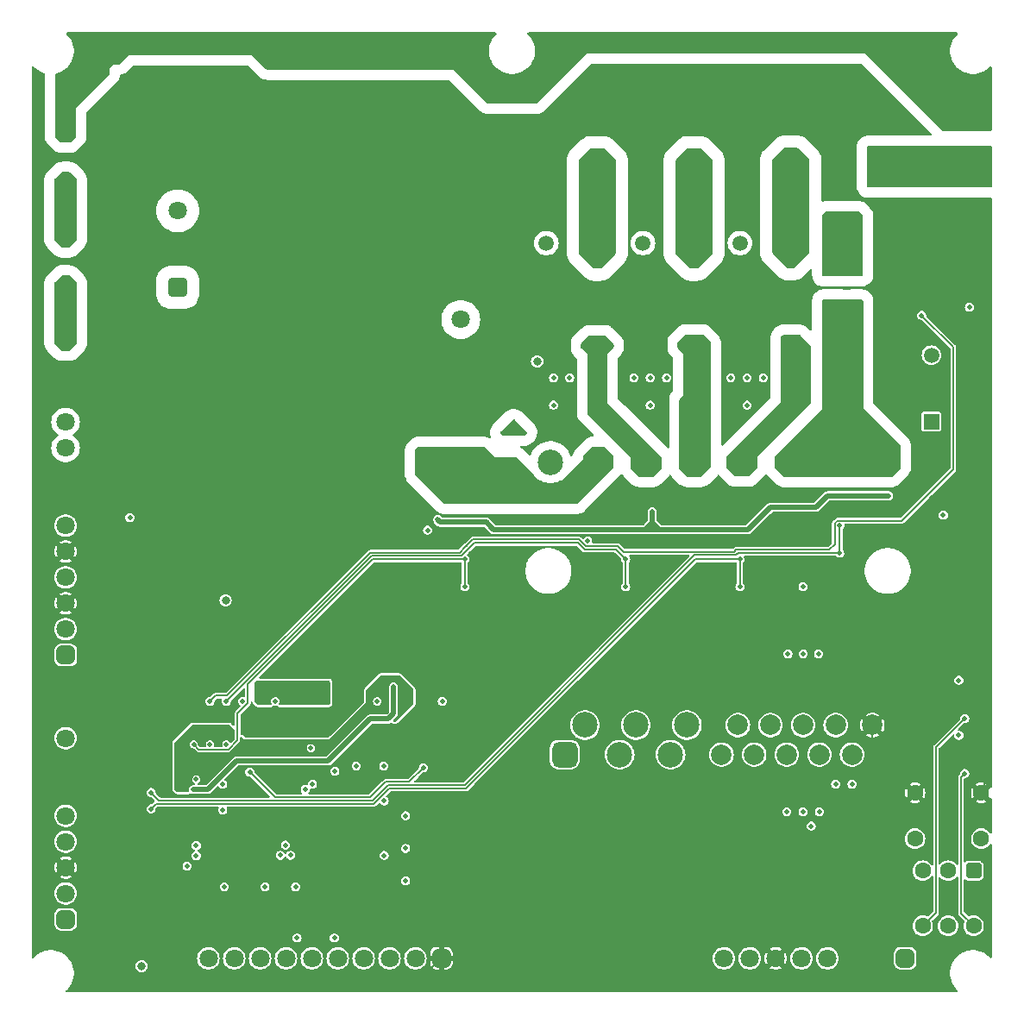
<source format=gbr>
%TF.GenerationSoftware,KiCad,Pcbnew,8.0.2*%
%TF.CreationDate,2024-05-14T20:48:52+07:00*%
%TF.ProjectId,HW.ACIM-INV,48572e41-4349-44d2-9d49-4e562e6b6963,0.0*%
%TF.SameCoordinates,Original*%
%TF.FileFunction,Copper,L2,Inr*%
%TF.FilePolarity,Positive*%
%FSLAX46Y46*%
G04 Gerber Fmt 4.6, Leading zero omitted, Abs format (unit mm)*
G04 Created by KiCad (PCBNEW 8.0.2) date 2024-05-14 20:48:52*
%MOMM*%
%LPD*%
G01*
G04 APERTURE LIST*
G04 Aperture macros list*
%AMRoundRect*
0 Rectangle with rounded corners*
0 $1 Rounding radius*
0 $2 $3 $4 $5 $6 $7 $8 $9 X,Y pos of 4 corners*
0 Add a 4 corners polygon primitive as box body*
4,1,4,$2,$3,$4,$5,$6,$7,$8,$9,$2,$3,0*
0 Add four circle primitives for the rounded corners*
1,1,$1+$1,$2,$3*
1,1,$1+$1,$4,$5*
1,1,$1+$1,$6,$7*
1,1,$1+$1,$8,$9*
0 Add four rect primitives between the rounded corners*
20,1,$1+$1,$2,$3,$4,$5,0*
20,1,$1+$1,$4,$5,$6,$7,0*
20,1,$1+$1,$6,$7,$8,$9,0*
20,1,$1+$1,$8,$9,$2,$3,0*%
G04 Aperture macros list end*
%TA.AperFunction,ComponentPad*%
%ADD10C,1.500000*%
%TD*%
%TA.AperFunction,ComponentPad*%
%ADD11RoundRect,0.250000X0.650000X-0.650000X0.650000X0.650000X-0.650000X0.650000X-0.650000X-0.650000X0*%
%TD*%
%TA.AperFunction,ComponentPad*%
%ADD12C,1.800000*%
%TD*%
%TA.AperFunction,ComponentPad*%
%ADD13RoundRect,0.450000X0.450000X-0.450000X0.450000X0.450000X-0.450000X0.450000X-0.450000X-0.450000X0*%
%TD*%
%TA.AperFunction,ComponentPad*%
%ADD14RoundRect,0.450000X0.450000X0.450000X-0.450000X0.450000X-0.450000X-0.450000X0.450000X-0.450000X0*%
%TD*%
%TA.AperFunction,ComponentPad*%
%ADD15C,1.600000*%
%TD*%
%TA.AperFunction,ComponentPad*%
%ADD16R,3.200000X3.200000*%
%TD*%
%TA.AperFunction,ComponentPad*%
%ADD17C,3.200000*%
%TD*%
%TA.AperFunction,ComponentPad*%
%ADD18R,1.500000X1.500000*%
%TD*%
%TA.AperFunction,ComponentPad*%
%ADD19RoundRect,0.400000X0.400000X0.400000X-0.400000X0.400000X-0.400000X-0.400000X0.400000X-0.400000X0*%
%TD*%
%TA.AperFunction,ComponentPad*%
%ADD20RoundRect,0.625000X-0.625000X-0.625000X0.625000X-0.625000X0.625000X0.625000X-0.625000X0.625000X0*%
%TD*%
%TA.AperFunction,ComponentPad*%
%ADD21C,2.500000*%
%TD*%
%TA.AperFunction,ComponentPad*%
%ADD22C,2.000000*%
%TD*%
%TA.AperFunction,ViaPad*%
%ADD23C,0.480000*%
%TD*%
%TA.AperFunction,ViaPad*%
%ADD24C,0.800000*%
%TD*%
%TA.AperFunction,Conductor*%
%ADD25C,0.160000*%
%TD*%
%TA.AperFunction,Conductor*%
%ADD26C,2.000000*%
%TD*%
%TA.AperFunction,Conductor*%
%ADD27C,0.500000*%
%TD*%
%TA.AperFunction,Conductor*%
%ADD28C,0.250000*%
%TD*%
%TA.AperFunction,Conductor*%
%ADD29C,0.180000*%
%TD*%
%TA.AperFunction,Conductor*%
%ADD30C,1.500000*%
%TD*%
G04 APERTURE END LIST*
D10*
%TO.N,Net-(G1-Pad2)*%
%TO.C,M3*%
X148625000Y-58850000D03*
%TO.N,Net-(U10-IPN1)*%
X153625000Y-60350000D03*
%TD*%
D11*
%TO.N,VDC*%
%TO.C,C75*%
X112450000Y-63178900D03*
D12*
%TO.N,PGND*%
X112450000Y-55678900D03*
%TD*%
%TO.N,PGND*%
%TO.C,C1*%
X140225000Y-66350000D03*
%TO.N,VDC*%
X140225000Y-81350000D03*
%TD*%
D13*
%TO.N,/MCU/~{PWR_FAULT}*%
%TO.C,J4*%
X101450000Y-99275200D03*
D12*
%TO.N,/MCU/~{INV_FAULT}*%
X101450000Y-96735200D03*
%TO.N,GND*%
X101450000Y-94195200D03*
%TO.N,+5V*%
X101450000Y-91655200D03*
%TO.N,GND*%
X101450000Y-89115200D03*
%TO.N,+15V*%
X101450000Y-86575200D03*
%TO.N,GND1*%
X101450000Y-78955200D03*
%TO.N,+24V*%
X101450000Y-76415200D03*
%TD*%
D14*
%TO.N,GND*%
%TO.C,J6*%
X138318700Y-129050100D03*
D12*
%TO.N,/MCU/CTS2*%
X135778700Y-129050100D03*
%TO.N,/MCU/RTS2*%
X133238700Y-129050100D03*
%TO.N,/MCU/RXD2*%
X130698700Y-129050100D03*
%TO.N,/MCU/TXD2*%
X128158700Y-129050100D03*
%TO.N,/MCU/RXD1*%
X125618700Y-129050100D03*
%TO.N,/MCU/TXD1*%
X123078700Y-129050100D03*
%TO.N,/MCU/USB_DP*%
X120538700Y-129050100D03*
%TO.N,/MCU/USB_DM*%
X117998700Y-129050100D03*
%TO.N,/MCU/VBUS*%
X115458700Y-129050100D03*
%TD*%
D10*
%TO.N,Net-(G1-Pad2)*%
%TO.C,M1*%
X167625000Y-58850000D03*
%TO.N,Net-(U7-IPN1)*%
X172625000Y-60350000D03*
%TD*%
D15*
%TO.N,/MCU/~{MCLR}*%
%TO.C,BT1*%
X191311100Y-117300100D03*
X184811100Y-117300100D03*
%TO.N,GND*%
X191311100Y-112800100D03*
X184811100Y-112800100D03*
%TD*%
D10*
%TO.N,Net-(G1-Pad2)*%
%TO.C,M2*%
X158125000Y-58850000D03*
%TO.N,Net-(U9-IPN1)*%
X163125000Y-60350000D03*
%TD*%
D16*
%TO.N,Net-(G1-Pad2)*%
%TO.C,J3*%
X182125000Y-51350000D03*
D17*
%TO.N,Net-(U7-IPN1)*%
X172625000Y-51350000D03*
%TO.N,Net-(U9-IPN1)*%
X163125000Y-51350000D03*
%TO.N,Net-(U10-IPN1)*%
X153625000Y-51350000D03*
%TD*%
D13*
%TO.N,Net-(SW1-NO1)*%
%TO.C,J5*%
X101450000Y-125211100D03*
D12*
%TO.N,+3V3*%
X101450000Y-122671100D03*
%TO.N,GND*%
X101450000Y-120131100D03*
%TO.N,Net-(Q7-G)*%
X101450000Y-117591100D03*
%TO.N,/MCU/PGC*%
X101450000Y-115051100D03*
%TO.N,Net-(C77-Pad2)*%
X101450000Y-107431100D03*
%TD*%
D10*
%TO.N,Net-(BZ1-V-)*%
%TO.C,BZ1*%
X186412500Y-69855000D03*
D18*
%TO.N,+5V*%
X186412500Y-76355000D03*
%TD*%
D14*
%TO.N,Net-(C76-Pad2)*%
%TO.C,J2*%
X183841100Y-129050100D03*
D12*
%TO.N,/MCU/PGC*%
X176221100Y-129050100D03*
%TO.N,Net-(SW1-COM2)*%
X173681100Y-129050100D03*
%TO.N,GND*%
X171141100Y-129050100D03*
%TO.N,+3V3*%
X168601100Y-129050100D03*
%TO.N,Net-(SW1-COM1)*%
X166061100Y-129050100D03*
%TD*%
D19*
%TO.N,/MCU/~{MCLR}*%
%TO.C,SW1*%
X190561100Y-120450100D03*
D15*
%TO.N,Net-(SW1-COM1)*%
X188061100Y-120450100D03*
%TO.N,Net-(SW1-NO1)*%
X185561100Y-120450100D03*
%TO.N,/MCU/PGD*%
X190561100Y-125850100D03*
%TO.N,Net-(SW1-COM2)*%
X188061100Y-125850100D03*
%TO.N,Net-(Q7-G)*%
X185561100Y-125850100D03*
%TD*%
D13*
%TO.N,VDC*%
%TO.C,J1*%
X101450000Y-68258900D03*
D12*
X101450000Y-65718900D03*
X101450000Y-63178900D03*
%TO.N,PGND*%
X101450000Y-58098900D03*
X101450000Y-55558900D03*
X101450000Y-53018900D03*
%TO.N,CHASSIS*%
X101450000Y-47938900D03*
X101450000Y-45398900D03*
%TD*%
D20*
%TO.N,Net-(U1-VSU)*%
%TO.C,U1*%
X150425000Y-109050000D03*
D21*
%TO.N,Net-(U1-VBU)*%
X152425000Y-106150000D03*
%TO.N,Net-(U1-VSV)*%
X155825000Y-109050000D03*
%TO.N,Net-(U1-VBV)*%
X157425000Y-106150000D03*
%TO.N,Net-(U1-VSW)*%
X160825000Y-109050000D03*
%TO.N,Net-(U1-VBW)*%
X162425000Y-106150000D03*
D22*
%TO.N,/Inverter/IPM_PWM_UH*%
X165825000Y-109050000D03*
%TO.N,/Inverter/IPM_PWM_VH*%
X167425000Y-106150000D03*
%TO.N,/Inverter/IPM_PWM_WH*%
X169025000Y-109050000D03*
%TO.N,/Inverter/IPM_PWM_UL*%
X170625000Y-106150000D03*
%TO.N,/Inverter/IPM_PWM_VL*%
X172225000Y-109050000D03*
%TO.N,/Inverter/IPM_PWM_WL*%
X173825000Y-106150000D03*
%TO.N,+15V*%
X175425000Y-109050000D03*
%TO.N,Net-(U1-VFO)*%
X177025000Y-106150000D03*
%TO.N,Net-(U1-ITR)*%
X178625000Y-109050000D03*
%TO.N,GND*%
X180625000Y-106150000D03*
D21*
%TO.N,Net-(U1-NU)*%
X181925000Y-80350000D03*
X177225000Y-80350000D03*
X172525000Y-80350000D03*
%TO.N,/Inverter/MC_VW*%
X167825000Y-80350000D03*
%TO.N,/Inverter/MC_VV*%
X163125000Y-80350000D03*
%TO.N,/Inverter/MC_VU*%
X158425000Y-80350000D03*
%TO.N,VDC*%
X153725000Y-80350000D03*
%TO.N,unconnected-(U1-NC-Pad24)*%
X149025000Y-80350000D03*
%TD*%
D23*
%TO.N,/MCU/~{MCLR}*%
X122018700Y-103825100D03*
%TO.N,GND*%
X155561100Y-120450100D03*
X173825000Y-111950000D03*
X161637500Y-44530000D03*
X186487500Y-83855000D03*
X107775000Y-73725000D03*
X191637500Y-124255000D03*
X180561100Y-120450100D03*
X182737500Y-99155000D03*
X104725000Y-106750100D03*
X146315000Y-56285000D03*
X149825000Y-113650100D03*
X125668700Y-116625100D03*
X191637500Y-76955000D03*
X169025000Y-111950000D03*
X122018700Y-106525100D03*
X126825000Y-73825000D03*
X144825000Y-113650100D03*
X162725000Y-92575000D03*
X98725000Y-88750100D03*
X126825000Y-89875000D03*
X98725000Y-48750100D03*
X186487500Y-89255000D03*
X172225000Y-111950000D03*
X135018700Y-125250100D03*
X146061100Y-129050100D03*
X171637500Y-44530000D03*
X106218700Y-121245100D03*
X134818700Y-116250100D03*
X130418700Y-103225100D03*
X120668700Y-127050100D03*
X151475000Y-97275000D03*
X145475000Y-92575000D03*
X137718700Y-125250100D03*
X112515000Y-44535000D03*
X175425000Y-111950000D03*
X191612500Y-100755000D03*
X156637500Y-44530000D03*
X140561100Y-120450100D03*
X159825000Y-113650100D03*
X170561100Y-120450100D03*
X98725000Y-103750100D03*
X165825000Y-111950000D03*
X98725000Y-118750100D03*
X160561100Y-120450100D03*
X145561100Y-120450100D03*
X105825000Y-131850100D03*
X191637500Y-71955000D03*
X150561100Y-120450100D03*
X110293700Y-123850100D03*
X132168700Y-117275100D03*
X126818700Y-106525100D03*
X170725000Y-92575000D03*
X141061100Y-129050100D03*
X98725000Y-108750100D03*
X112565000Y-48685000D03*
X119518700Y-111950100D03*
X134818700Y-109375100D03*
X120418700Y-106525100D03*
X191637500Y-84255000D03*
X110800000Y-86650200D03*
X110918700Y-120545100D03*
X164825000Y-113650100D03*
X191612500Y-106155000D03*
X98725000Y-63750100D03*
X177475000Y-92575000D03*
X191637500Y-54680000D03*
X107775000Y-81425000D03*
X134818700Y-113050100D03*
X190162500Y-63255000D03*
X170625000Y-111950000D03*
X191637500Y-94255000D03*
X108518700Y-126145100D03*
X123618700Y-106525100D03*
X186415000Y-78185000D03*
X167425000Y-111950000D03*
X136365000Y-56285000D03*
X112543700Y-115975100D03*
X98725000Y-58750100D03*
X116268700Y-123900100D03*
X126118700Y-110445100D03*
X166637500Y-44530000D03*
X110725000Y-109750100D03*
X151637500Y-44530000D03*
X186487500Y-100055000D03*
X110800000Y-87550200D03*
X134818700Y-119450100D03*
X98725000Y-93750100D03*
X103325000Y-129350100D03*
X126918700Y-123850100D03*
X154825000Y-113650100D03*
X175561100Y-120450100D03*
X186487500Y-94655000D03*
X156061100Y-129050100D03*
X98725000Y-73750100D03*
X116300000Y-89450200D03*
X98725000Y-98750100D03*
X110800000Y-88450200D03*
X117768700Y-116625100D03*
X161061100Y-129050100D03*
X110725000Y-104750100D03*
X139825000Y-113650100D03*
X151425000Y-92575000D03*
X98725000Y-68750100D03*
X132168700Y-120375100D03*
X133168700Y-123450100D03*
X118250000Y-88025200D03*
X104725000Y-101750100D03*
X98725000Y-53750100D03*
X151061100Y-129050100D03*
X162725000Y-97275000D03*
X107118700Y-127345100D03*
X129968700Y-114975100D03*
X191637500Y-59530000D03*
X118225000Y-81475000D03*
X118225000Y-73775000D03*
X110800000Y-94450200D03*
X112618700Y-128645100D03*
X141465000Y-56285000D03*
X98725000Y-78750100D03*
X191637500Y-89255000D03*
X118250000Y-90625200D03*
X98725000Y-43750100D03*
X165561100Y-120450100D03*
X131318700Y-107675100D03*
X130418700Y-119450100D03*
X106218700Y-118045100D03*
X98725000Y-113750100D03*
X119268700Y-116625100D03*
X117868700Y-123900100D03*
X104818700Y-122845100D03*
X125218700Y-106525100D03*
X107818700Y-128745100D03*
X112318700Y-122845100D03*
X181237500Y-99155000D03*
X126825000Y-81425000D03*
X184237500Y-99155000D03*
X123018700Y-111950100D03*
X114650000Y-88675200D03*
X121518700Y-119675100D03*
X98725000Y-123750100D03*
X110800000Y-99650200D03*
X110918700Y-118045100D03*
X98725000Y-83750100D03*
X190162500Y-59555000D03*
X126825000Y-97275000D03*
X191637500Y-66955000D03*
%TO.N,+5V*%
X107750000Y-85775200D03*
D24*
%TO.N,PGND*%
X176312500Y-58005000D03*
X176312500Y-59805000D03*
D23*
X146425000Y-77450000D03*
D24*
X176312500Y-61505000D03*
X179112500Y-56305000D03*
X176312500Y-56305000D03*
D23*
X144425000Y-77450000D03*
D24*
X177712500Y-58005000D03*
X179112500Y-59805000D03*
X177712500Y-56305000D03*
D23*
X145425000Y-77450000D03*
D24*
X179112500Y-61505000D03*
X177712500Y-59805000D03*
D23*
X145425000Y-76450000D03*
D24*
X179112500Y-58005000D03*
%TO.N,VDC*%
X138225000Y-81350000D03*
X140225000Y-79350000D03*
X142225000Y-79350000D03*
X136225000Y-79350000D03*
X138225000Y-79350000D03*
X136225000Y-81350000D03*
X142225000Y-81350000D03*
D23*
%TO.N,/MCU/MC_VDC_SENSE*%
X140625000Y-89875000D03*
X140625000Y-92575000D03*
X114018700Y-108050100D03*
%TO.N,AGND*%
X161225000Y-86975000D03*
X173575000Y-84775000D03*
X156825000Y-86975000D03*
X175425000Y-114650000D03*
X137975000Y-86000000D03*
X135218700Y-103825100D03*
X140025000Y-86250000D03*
X114018700Y-106525100D03*
X145425000Y-86975000D03*
X168025000Y-86975000D03*
X182225000Y-83650000D03*
X117218700Y-106525100D03*
X138418700Y-103825100D03*
X159025000Y-85225000D03*
X176225000Y-83650000D03*
X177825000Y-83650000D03*
X155225000Y-86975000D03*
X150925000Y-72060000D03*
X166425000Y-86975000D03*
X115618700Y-106525100D03*
X169925000Y-72060000D03*
X112543700Y-112475100D03*
X143225000Y-86725000D03*
X170225000Y-85175000D03*
X160425000Y-72060000D03*
X152625000Y-86975000D03*
D24*
%TO.N,/Inverter/MC_VU*%
X153625000Y-73790000D03*
X152425000Y-68940000D03*
X154825000Y-68940000D03*
X155475000Y-76850000D03*
%TO.N,/Inverter/MC_VV*%
X164325000Y-68940000D03*
X161925000Y-68940000D03*
X163125000Y-76850000D03*
%TO.N,/Inverter/MC_VW*%
X172625000Y-70560000D03*
X172625000Y-72060000D03*
X174125000Y-72060000D03*
X170625000Y-76850000D03*
X174125000Y-69060000D03*
X174125000Y-70560000D03*
D23*
%TO.N,+15V*%
X175337500Y-99155000D03*
X173837500Y-99155000D03*
X173825000Y-92575000D03*
X173837500Y-99155000D03*
X172337500Y-99155000D03*
%TO.N,/Inverter/MC_IPM_TEMP*%
X174625000Y-116075000D03*
X116868700Y-114475100D03*
%TO.N,/MCU/MC_VU_SENSE*%
X156425000Y-92575000D03*
X156425000Y-89875000D03*
X117218700Y-103825100D03*
%TO.N,AVDD*%
X136972811Y-87025715D03*
X152675715Y-88077189D03*
X132668700Y-110175100D03*
D24*
X117150000Y-93905200D03*
D23*
%TO.N,/MCU/MC_VV_SENSE*%
X167625000Y-92575000D03*
X109843700Y-114375100D03*
X167625000Y-89875000D03*
%TO.N,/Inverter/MC_IDC_SENSE*%
X119518700Y-110750100D03*
X136568700Y-110325100D03*
X185462500Y-65955000D03*
X115618700Y-103825100D03*
%TO.N,+3V3*%
X189112500Y-101755000D03*
X123618700Y-103825100D03*
D24*
X120418700Y-102200100D03*
D23*
X126818700Y-103825100D03*
D24*
X108900000Y-129805200D03*
D23*
X134818700Y-115050100D03*
X134818700Y-121450100D03*
X189112500Y-107155000D03*
X125218700Y-103825100D03*
X122018700Y-102400100D03*
X124168700Y-127050100D03*
X134818700Y-118250100D03*
X129968700Y-110175100D03*
X120418700Y-103825100D03*
%TO.N,/MCU/MC_VW_SENSE*%
X177425000Y-86575100D03*
X109843700Y-112775100D03*
X177425000Y-89275000D03*
%TO.N,VREF*%
X157225000Y-72060000D03*
D24*
X147725000Y-70450100D03*
D23*
X133618700Y-102350100D03*
X177025000Y-111950000D03*
X166725000Y-72060000D03*
X133618700Y-103825100D03*
X113968700Y-112475100D03*
%TO.N,/Inverter/MC_IW_SENSE*%
X115618700Y-108050100D03*
X168325000Y-72060000D03*
X168325000Y-74760000D03*
%TO.N,/Inverter/MC_IV_SENSE*%
X158825000Y-74760000D03*
X117218700Y-108050100D03*
X158825000Y-72060000D03*
%TO.N,/Inverter/MC_IU_SENSE*%
X149325000Y-74760000D03*
X149325000Y-72060000D03*
X118818700Y-103825100D03*
%TO.N,/MCU/IND_RUN*%
X125518700Y-108425100D03*
X190137500Y-65155000D03*
D24*
%TO.N,CHASSIS*%
X189999000Y-45580000D03*
X188729000Y-45580000D03*
X191269000Y-45580000D03*
D23*
%TO.N,/MCU/PGC*%
X114268700Y-111475100D03*
%TO.N,/MCU/~{INV_FAULT}*%
X124968700Y-112475100D03*
%TO.N,/MCU/~{PWR_FAULT}*%
X125668700Y-111975100D03*
%TO.N,/MCU/TXD1*%
X124018700Y-122025100D03*
%TO.N,/MCU/RXD1*%
X123018700Y-117925100D03*
%TO.N,/MCU/TXD2*%
X123518700Y-118925100D03*
%TO.N,/MCU/RXD2*%
X122518700Y-118925100D03*
%TO.N,/MCU/RTS2*%
X114268700Y-118975100D03*
%TO.N,/MCU/CTS2*%
X117018700Y-122025100D03*
%TO.N,/Inverter/INV_FLT_OC*%
X132018700Y-103825100D03*
X178625000Y-111950000D03*
%TO.N,/MCU/PGD*%
X189687500Y-110905000D03*
X116868700Y-111975100D03*
%TO.N,/MCU/IND_ERR*%
X187587500Y-85555000D03*
X127868700Y-110675100D03*
%TO.N,/Inverter/MC_PWM_VL*%
X132718700Y-113600100D03*
X172225000Y-114650000D03*
%TO.N,/Inverter/MC_PWM_WL*%
X173825000Y-114675000D03*
X132718700Y-118950100D03*
D24*
%TO.N,Net-(U1-NU)*%
X177712500Y-70005000D03*
X176312500Y-65005000D03*
X176312500Y-66705000D03*
X179112500Y-68405000D03*
X176312500Y-68405000D03*
X179112500Y-70005000D03*
X176312500Y-70005000D03*
X177712500Y-66705000D03*
X177712500Y-68405000D03*
X179112500Y-66705000D03*
X179112500Y-65005000D03*
D23*
%TO.N,/MCU/SYS_CLK_EN*%
X121018700Y-122025100D03*
X127818700Y-127050100D03*
%TO.N,/MCU/SDI*%
X114268700Y-117975100D03*
X113368700Y-119975100D03*
%TO.N,Net-(Q7-G)*%
X189687500Y-105505000D03*
D24*
%TO.N,Net-(G1-Pad2)*%
X189999000Y-50080000D03*
X187332000Y-51350000D03*
X189999000Y-52620000D03*
%TD*%
D25*
%TO.N,GND*%
X110918700Y-118045100D02*
X111818700Y-117145100D01*
X187187500Y-100755000D02*
X186487500Y-100055000D01*
X124768700Y-119675100D02*
X121518700Y-119675100D01*
X121968700Y-127850100D02*
X114068700Y-127850100D01*
X111818700Y-117145100D02*
X114818700Y-117145100D01*
X182125000Y-111950000D02*
X183961000Y-111950000D01*
X154825000Y-113650100D02*
X159825000Y-113650100D01*
X138318700Y-127900100D02*
X138318700Y-129050100D01*
X186487500Y-83855000D02*
X189562500Y-80780000D01*
X126818700Y-106525100D02*
X120418700Y-106525100D01*
X186487500Y-94655000D02*
X186487500Y-100055000D01*
X137118700Y-130250100D02*
X138318700Y-129050100D01*
X135418700Y-115650100D02*
X135418700Y-113650100D01*
X114668700Y-130250100D02*
X137118700Y-130250100D01*
X121468700Y-127850100D02*
X121968700Y-127850100D01*
X135518700Y-116950100D02*
X135518700Y-118750100D01*
X137168700Y-126750100D02*
X137168700Y-124250100D01*
X110293700Y-118670100D02*
X110918700Y-118045100D01*
X126818700Y-106525100D02*
X130118700Y-103225100D01*
X121518700Y-119675100D02*
X117643700Y-119675100D01*
X191612500Y-106155000D02*
X191612500Y-100755000D01*
X180625000Y-111050000D02*
X181525000Y-111950000D01*
X159825000Y-113650100D02*
X164124900Y-113650100D01*
X114068700Y-129650100D02*
X114668700Y-130250100D01*
X114068700Y-123250100D02*
X114068700Y-127850100D01*
X128168700Y-122650100D02*
X127831200Y-122312600D01*
X130118700Y-103225100D02*
X130418700Y-103225100D01*
X120668700Y-127050100D02*
X121468700Y-127850100D01*
X125193700Y-119675100D02*
X124768700Y-119675100D01*
X164124900Y-113650100D02*
X165825000Y-111950000D01*
X127718700Y-122200100D02*
X127831200Y-122312600D01*
X175425000Y-111950000D02*
X165825000Y-111950000D01*
X190162500Y-63255000D02*
X190162500Y-59555000D01*
X114606200Y-122712600D02*
X114068700Y-123250100D01*
X144825000Y-113650100D02*
X149825000Y-113650100D01*
X139825000Y-113650100D02*
X144825000Y-113650100D01*
X134818700Y-116250100D02*
X135518700Y-116950100D01*
X135418700Y-113650100D02*
X139825000Y-113650100D01*
X114818700Y-122500100D02*
X114606200Y-122712600D01*
X175425000Y-111950000D02*
X176325000Y-111050000D01*
X191612500Y-100755000D02*
X187187500Y-100755000D01*
X135568700Y-122650100D02*
X128168700Y-122650100D01*
X127831200Y-122312600D02*
X125193700Y-119675100D01*
X117643700Y-119675100D02*
X114606200Y-122712600D01*
X134818700Y-116250100D02*
X135418700Y-115650100D01*
X137168700Y-126750100D02*
X138318700Y-127900100D01*
X110293700Y-123850100D02*
X110293700Y-118670100D01*
X135568700Y-122650100D02*
X135568700Y-120200100D01*
X191612500Y-112498700D02*
X191311100Y-112800100D01*
X181525000Y-111950000D02*
X182125000Y-111950000D01*
X135418700Y-113650100D02*
X134818700Y-113050100D01*
X189562500Y-80780000D02*
X189562500Y-63855000D01*
X121968700Y-127850100D02*
X136068700Y-127850100D01*
X114068700Y-127850100D02*
X114068700Y-129650100D01*
X183961000Y-111950000D02*
X184811100Y-112800100D01*
X135518700Y-118750100D02*
X134818700Y-119450100D01*
X189562500Y-63855000D02*
X190162500Y-63255000D01*
X135568700Y-120200100D02*
X134818700Y-119450100D01*
X176325000Y-111050000D02*
X180625000Y-111050000D01*
X136068700Y-127850100D02*
X137168700Y-126750100D01*
X186487500Y-89255000D02*
X186487500Y-94655000D01*
X180625000Y-106150000D02*
X180625000Y-111050000D01*
X191612500Y-106155000D02*
X191612500Y-112498700D01*
X149825000Y-113650100D02*
X154825000Y-113650100D01*
X137168700Y-124250100D02*
X135568700Y-122650100D01*
X114818700Y-117145100D02*
X114818700Y-122500100D01*
D26*
%TO.N,VDC*%
X145425000Y-81350000D02*
X140225000Y-81350000D01*
X150625000Y-83450000D02*
X147525000Y-83450000D01*
X147525000Y-83450000D02*
X145425000Y-81350000D01*
X153725000Y-80350000D02*
X150625000Y-83450000D01*
D25*
%TO.N,/MCU/MC_VDC_SENSE*%
X140625000Y-89875000D02*
X131621348Y-89875000D01*
X119325000Y-102171348D02*
X119325000Y-104010223D01*
X114518700Y-108550100D02*
X114018700Y-108050100D01*
X131621348Y-89875000D02*
X119325000Y-102171348D01*
X117418700Y-108550100D02*
X114518700Y-108550100D01*
X118318700Y-107650100D02*
X117418700Y-108550100D01*
X119325000Y-104010223D02*
X118318700Y-105016523D01*
X140625000Y-89875000D02*
X140625000Y-92575000D01*
X118318700Y-105016523D02*
X118318700Y-107650100D01*
%TO.N,AGND*%
X113793700Y-108950100D02*
X113418700Y-109325100D01*
D27*
X177825000Y-83650000D02*
X182225000Y-83650000D01*
X159025000Y-86975000D02*
X159025000Y-86300000D01*
X138225000Y-86250000D02*
X137975000Y-86000000D01*
D25*
X131318700Y-102700100D02*
X131318700Y-104825100D01*
X113418700Y-107125100D02*
X114018700Y-106525100D01*
X135218700Y-102450100D02*
X134468700Y-101700100D01*
D27*
X159050000Y-86300000D02*
X159725000Y-86975000D01*
X140025000Y-86250000D02*
X138225000Y-86250000D01*
D25*
X127193700Y-108950100D02*
X113793700Y-108950100D01*
D27*
X140025000Y-86250000D02*
X142750000Y-86250000D01*
X159050000Y-86300000D02*
X158375000Y-86975000D01*
X173575000Y-84775000D02*
X175100000Y-84775000D01*
X143475000Y-86975000D02*
X145425000Y-86975000D01*
D25*
X113418700Y-109325100D02*
X113418700Y-108725100D01*
X112543700Y-112475100D02*
X113418700Y-111600100D01*
D27*
X159025000Y-86975000D02*
X159725000Y-86975000D01*
X168425000Y-86975000D02*
X170225000Y-85175000D01*
X152625000Y-86975000D02*
X158325000Y-86975000D01*
D25*
X115618700Y-106525100D02*
X114018700Y-106525100D01*
X132318700Y-101700100D02*
X131318700Y-102700100D01*
D27*
X170625000Y-84775000D02*
X173575000Y-84775000D01*
D25*
X113418700Y-111600100D02*
X113418700Y-109325100D01*
D27*
X159025000Y-86300000D02*
X159025000Y-85225000D01*
X159025000Y-86300000D02*
X159050000Y-86300000D01*
X143225000Y-86725000D02*
X143475000Y-86975000D01*
X158375000Y-86975000D02*
X158325000Y-86975000D01*
X145425000Y-86975000D02*
X152625000Y-86975000D01*
X175100000Y-84775000D02*
X176225000Y-83650000D01*
D25*
X113418700Y-108725100D02*
X113418700Y-107125100D01*
D27*
X159725000Y-86975000D02*
X168025000Y-86975000D01*
X170225000Y-85175000D02*
X170625000Y-84775000D01*
X142750000Y-86250000D02*
X143225000Y-86725000D01*
D25*
X134468700Y-101700100D02*
X132318700Y-101700100D01*
D27*
X158325000Y-86975000D02*
X159025000Y-86975000D01*
D25*
X117218700Y-106525100D02*
X115618700Y-106525100D01*
D27*
X176225000Y-83650000D02*
X177825000Y-83650000D01*
D25*
X131318700Y-104825100D02*
X127193700Y-108950100D01*
X135218700Y-103825100D02*
X135218700Y-102450100D01*
D27*
X168025000Y-86975000D02*
X168425000Y-86975000D01*
D25*
%TO.N,/MCU/MC_VU_SENSE*%
X152372552Y-88925100D02*
X155475100Y-88925100D01*
X140758750Y-89058750D02*
X140262500Y-89555000D01*
X156425000Y-92575000D02*
X156425000Y-89875000D01*
X131488800Y-89555000D02*
X117218700Y-103825100D01*
X151722452Y-88275000D02*
X152372552Y-88925100D01*
X140758750Y-89058750D02*
X141542500Y-88275000D01*
X140892400Y-88925100D02*
X140758750Y-89058750D01*
X140262500Y-89555000D02*
X131488800Y-89555000D01*
X155475100Y-88925100D02*
X156425000Y-89875000D01*
X141542500Y-88275000D02*
X151722452Y-88275000D01*
%TO.N,/MCU/MC_VV_SENSE*%
X131699800Y-113875200D02*
X131125000Y-113875200D01*
X163250200Y-89875000D02*
X167625000Y-89875000D01*
X131125000Y-113875200D02*
X131250000Y-113875200D01*
X134825000Y-112375200D02*
X135150000Y-112375200D01*
X140750000Y-112375200D02*
X163250200Y-89875000D01*
X134350000Y-112375200D02*
X134550000Y-112375200D01*
X110343600Y-113875200D02*
X131125000Y-113875200D01*
X133199800Y-112375200D02*
X131699800Y-113875200D01*
X134550000Y-112375200D02*
X140750000Y-112375200D01*
X167625000Y-89875000D02*
X167625000Y-92575000D01*
X109843700Y-114375100D02*
X110343600Y-113875200D01*
X134550000Y-112375200D02*
X134825000Y-112375200D01*
X134825000Y-112375200D02*
X133199800Y-112375200D01*
%TO.N,/Inverter/MC_IDC_SENSE*%
X188562500Y-69055000D02*
X188562500Y-81055000D01*
X151825000Y-87925000D02*
X141439952Y-87925000D01*
X152475100Y-88575100D02*
X151825000Y-87925000D01*
X134868700Y-111725100D02*
X132868700Y-111725100D01*
X183522400Y-86095100D02*
X177222400Y-86095100D01*
X176925000Y-86392500D02*
X176925000Y-88400000D01*
X135168700Y-111725100D02*
X134868700Y-111725100D01*
X116168800Y-103275000D02*
X115618700Y-103825100D01*
X132468700Y-112125100D02*
X131368700Y-113225100D01*
X140129952Y-89235000D02*
X131356252Y-89235000D01*
X136568700Y-110325100D02*
X135168700Y-111725100D01*
X177222400Y-86095100D02*
X177071250Y-86246250D01*
X121993700Y-113225100D02*
X122518700Y-113225100D01*
X167262500Y-88955000D02*
X167062500Y-89155000D01*
X131368700Y-113225100D02*
X130568700Y-113225100D01*
X141439952Y-87925000D02*
X140682476Y-88682476D01*
X155625100Y-88575100D02*
X152475100Y-88575100D01*
X131356252Y-89235000D02*
X117316252Y-103275000D01*
X185462500Y-65955000D02*
X188562500Y-69055000D01*
X177071250Y-86246250D02*
X176925000Y-86392500D01*
X174175000Y-88955000D02*
X167262500Y-88955000D01*
X176370000Y-88955000D02*
X174175000Y-88955000D01*
X188562500Y-81055000D02*
X183522400Y-86095100D01*
X117316252Y-103275000D02*
X116168800Y-103275000D01*
X156205000Y-89155000D02*
X155625100Y-88575100D01*
X132868700Y-111725100D02*
X132468700Y-112125100D01*
X140682476Y-88682476D02*
X140129952Y-89235000D01*
X119518700Y-110750100D02*
X121993700Y-113225100D01*
X164325000Y-89155000D02*
X156205000Y-89155000D01*
X174362500Y-88955000D02*
X174175000Y-88955000D01*
X176925000Y-88400000D02*
X176370000Y-88955000D01*
X140789852Y-88575100D02*
X140682476Y-88682476D01*
X164325000Y-89155000D02*
X163062500Y-89155000D01*
X167062500Y-89155000D02*
X164325000Y-89155000D01*
X130568700Y-113225100D02*
X122518700Y-113225100D01*
%TO.N,/MCU/MC_VW_SENSE*%
X177425000Y-86575000D02*
X177425000Y-89275000D01*
X133072452Y-112050000D02*
X140622652Y-112050000D01*
X110618600Y-113550000D02*
X131572452Y-113550000D01*
X109843700Y-112775100D02*
X110618600Y-113550000D01*
X167443800Y-89275000D02*
X177425000Y-89275000D01*
X177425000Y-89275000D02*
X177425000Y-86575100D01*
X140622652Y-112050000D02*
X163197552Y-89475100D01*
X131572452Y-113550000D02*
X133072452Y-112050000D01*
X163197552Y-89475100D02*
X167243700Y-89475100D01*
X167243700Y-89475100D02*
X167443800Y-89275000D01*
D27*
%TO.N,VREF*%
X115393700Y-112475100D02*
X118218700Y-109650100D01*
X131318700Y-105550100D02*
X133118700Y-105550100D01*
X133618700Y-102350100D02*
X133618700Y-103825100D01*
X133118700Y-105550100D02*
X133618700Y-105050100D01*
X113968700Y-112475100D02*
X115393700Y-112475100D01*
X118218700Y-109650100D02*
X127218700Y-109650100D01*
X133618700Y-105050100D02*
X133618700Y-103825100D01*
X127218700Y-109650100D02*
X131318700Y-105550100D01*
D26*
%TO.N,CHASSIS*%
X191269000Y-45580000D02*
X188729000Y-45580000D01*
D25*
%TO.N,/MCU/PGD*%
X189325000Y-124614000D02*
X189325000Y-112005000D01*
X190561100Y-125850100D02*
X189325000Y-124614000D01*
X189325000Y-112005000D02*
X189325000Y-111267500D01*
X189325000Y-111267500D02*
X189687500Y-110905000D01*
X189325000Y-112005000D02*
X189325000Y-111950000D01*
%TO.N,Net-(U1-NU)*%
X176312500Y-66705000D02*
X179112500Y-66705000D01*
D28*
X177712500Y-79862500D02*
X177225000Y-80350000D01*
D29*
X172525000Y-80350000D02*
X176312500Y-76562500D01*
D28*
X181925000Y-80350000D02*
X172525000Y-80350000D01*
D29*
X179112500Y-77537500D02*
X181925000Y-80350000D01*
X179112500Y-65005000D02*
X179112500Y-77537500D01*
X176312500Y-65005000D02*
X179112500Y-65005000D01*
X179112500Y-70005000D02*
X176312500Y-70005000D01*
D25*
%TO.N,Net-(Q7-G)*%
X186861100Y-108331400D02*
X186861100Y-124550100D01*
X189687500Y-105505000D02*
X186861100Y-108331400D01*
X186861100Y-124550100D02*
X185561100Y-125850100D01*
D30*
%TO.N,Net-(G1-Pad2)*%
X182180000Y-51295000D02*
X182125000Y-51350000D01*
X189999000Y-51295000D02*
X188221000Y-51295000D01*
X188221000Y-51295000D02*
X188674000Y-51295000D01*
X188221000Y-51295000D02*
X187387000Y-51295000D01*
X188221000Y-51295000D02*
X182180000Y-51295000D01*
X188221000Y-51295000D02*
X188784000Y-51295000D01*
X188784000Y-51295000D02*
X189999000Y-50080000D01*
X189999000Y-50080000D02*
X189999000Y-52620000D01*
X188674000Y-51295000D02*
X189999000Y-52620000D01*
%TD*%
%TA.AperFunction,Conductor*%
%TO.N,/Inverter/MC_VW*%
G36*
X173540677Y-67869685D02*
G01*
X173561319Y-67886319D01*
X174538681Y-68863681D01*
X174572166Y-68925004D01*
X174575000Y-68951362D01*
X174575000Y-74548638D01*
X174555315Y-74615677D01*
X174538681Y-74636319D01*
X169325000Y-79849999D01*
X169325000Y-80898638D01*
X169305315Y-80965677D01*
X169288681Y-80986319D01*
X168561319Y-81713681D01*
X168499996Y-81747166D01*
X168473638Y-81750000D01*
X167176362Y-81750000D01*
X167109323Y-81730315D01*
X167088681Y-81713681D01*
X166361319Y-80986319D01*
X166327834Y-80924996D01*
X166325000Y-80898638D01*
X166325000Y-79801362D01*
X166344685Y-79734323D01*
X166361319Y-79713681D01*
X171625000Y-74450000D01*
X171625000Y-68101362D01*
X171644685Y-68034323D01*
X171661319Y-68013681D01*
X171788681Y-67886319D01*
X171850004Y-67852834D01*
X171876362Y-67850000D01*
X173473638Y-67850000D01*
X173540677Y-67869685D01*
G37*
%TD.AperFunction*%
%TD*%
%TA.AperFunction,Conductor*%
%TO.N,/Inverter/MC_VU*%
G36*
X154625000Y-74500000D02*
G01*
X159888681Y-79763681D01*
X159922166Y-79825004D01*
X159925000Y-79851362D01*
X159925000Y-80948638D01*
X159905315Y-81015677D01*
X159888681Y-81036319D01*
X159161319Y-81763681D01*
X159099996Y-81797166D01*
X159073638Y-81800000D01*
X157776362Y-81800000D01*
X157709323Y-81780315D01*
X157688681Y-81763681D01*
X156961319Y-81036319D01*
X156927834Y-80974996D01*
X156925000Y-80948638D01*
X156925000Y-79900000D01*
X152661319Y-75636319D01*
X152627834Y-75574996D01*
X152625000Y-75548638D01*
X152625000Y-73450000D01*
X153425000Y-74250000D01*
X153825000Y-74250000D01*
X154625000Y-73450000D01*
X154625000Y-74500000D01*
G37*
%TD.AperFunction*%
%TD*%
%TA.AperFunction,Conductor*%
%TO.N,CHASSIS*%
G36*
X143684488Y-38170185D02*
G01*
X143730243Y-38222989D01*
X143740187Y-38292147D01*
X143711162Y-38355703D01*
X143705130Y-38362181D01*
X143554358Y-38512952D01*
X143554352Y-38512959D01*
X143374761Y-38747006D01*
X143227258Y-39002489D01*
X143227254Y-39002499D01*
X143114364Y-39275038D01*
X143114361Y-39275048D01*
X143038008Y-39560004D01*
X143038006Y-39560015D01*
X142999500Y-39852486D01*
X142999500Y-40147513D01*
X143014964Y-40264968D01*
X143038007Y-40439993D01*
X143038008Y-40439995D01*
X143114361Y-40724951D01*
X143114364Y-40724961D01*
X143227254Y-40997500D01*
X143227258Y-40997510D01*
X143374761Y-41252993D01*
X143554352Y-41487040D01*
X143554358Y-41487047D01*
X143762952Y-41695641D01*
X143762959Y-41695647D01*
X143997006Y-41875238D01*
X144252489Y-42022741D01*
X144252490Y-42022741D01*
X144252493Y-42022743D01*
X144525048Y-42135639D01*
X144810007Y-42211993D01*
X145102494Y-42250500D01*
X145102501Y-42250500D01*
X145397499Y-42250500D01*
X145397506Y-42250500D01*
X145689993Y-42211993D01*
X145974952Y-42135639D01*
X146247507Y-42022743D01*
X146502994Y-41875238D01*
X146737042Y-41695646D01*
X146945646Y-41487042D01*
X147125238Y-41252994D01*
X147272743Y-40997507D01*
X147385639Y-40724952D01*
X147461993Y-40439993D01*
X147500500Y-40147506D01*
X147500500Y-39852494D01*
X147461993Y-39560007D01*
X147385639Y-39275048D01*
X147272743Y-39002493D01*
X147262123Y-38984099D01*
X147125238Y-38747006D01*
X146945647Y-38512959D01*
X146945641Y-38512952D01*
X146794870Y-38362181D01*
X146761385Y-38300858D01*
X146766369Y-38231166D01*
X146808241Y-38175233D01*
X146873705Y-38150816D01*
X146882551Y-38150500D01*
X188867449Y-38150500D01*
X188934488Y-38170185D01*
X188980243Y-38222989D01*
X188990187Y-38292147D01*
X188961162Y-38355703D01*
X188955130Y-38362181D01*
X188804358Y-38512952D01*
X188804352Y-38512959D01*
X188624761Y-38747006D01*
X188477258Y-39002489D01*
X188477254Y-39002499D01*
X188364364Y-39275038D01*
X188364361Y-39275048D01*
X188288008Y-39560004D01*
X188288006Y-39560015D01*
X188249500Y-39852486D01*
X188249500Y-40147513D01*
X188264964Y-40264968D01*
X188288007Y-40439993D01*
X188288008Y-40439995D01*
X188364361Y-40724951D01*
X188364364Y-40724961D01*
X188477254Y-40997500D01*
X188477258Y-40997510D01*
X188624761Y-41252993D01*
X188804352Y-41487040D01*
X188804358Y-41487047D01*
X189012952Y-41695641D01*
X189012959Y-41695647D01*
X189247006Y-41875238D01*
X189502489Y-42022741D01*
X189502490Y-42022741D01*
X189502493Y-42022743D01*
X189775048Y-42135639D01*
X190060007Y-42211993D01*
X190352494Y-42250500D01*
X190352501Y-42250500D01*
X190647499Y-42250500D01*
X190647506Y-42250500D01*
X190939993Y-42211993D01*
X191224952Y-42135639D01*
X191497507Y-42022743D01*
X191752994Y-41875238D01*
X191987042Y-41695646D01*
X192058983Y-41623705D01*
X192137819Y-41544870D01*
X192199142Y-41511385D01*
X192268834Y-41516369D01*
X192324767Y-41558241D01*
X192349184Y-41623705D01*
X192349500Y-41632551D01*
X192349500Y-47746000D01*
X192329815Y-47813039D01*
X192277011Y-47858794D01*
X192225500Y-47870000D01*
X187650362Y-47870000D01*
X187583323Y-47850315D01*
X187562681Y-47833681D01*
X179949000Y-40220000D01*
X152599000Y-40220000D01*
X152598999Y-40220000D01*
X147685319Y-45133681D01*
X147623996Y-45167166D01*
X147597638Y-45170000D01*
X142900362Y-45170000D01*
X142833323Y-45150315D01*
X142812681Y-45133681D01*
X139499000Y-41820000D01*
X122749000Y-41820000D01*
X121200362Y-41820000D01*
X121133323Y-41800315D01*
X121112681Y-41783681D01*
X119749000Y-40420000D01*
X107649000Y-40420000D01*
X107648999Y-40420000D01*
X106785319Y-41283681D01*
X106723996Y-41317166D01*
X106697638Y-41320000D01*
X106198999Y-41320000D01*
X105799000Y-41719999D01*
X105799000Y-42218638D01*
X105779315Y-42285677D01*
X105762681Y-42306319D01*
X102500000Y-45568999D01*
X102500000Y-45569000D01*
X101849000Y-46220000D01*
X100400000Y-44888900D01*
X100400000Y-42317858D01*
X100419685Y-42250819D01*
X100472489Y-42205064D01*
X100491906Y-42198083D01*
X100724952Y-42135639D01*
X100997507Y-42022743D01*
X101252994Y-41875238D01*
X101487042Y-41695646D01*
X101695646Y-41487042D01*
X101875238Y-41252994D01*
X102022743Y-40997507D01*
X102135639Y-40724952D01*
X102211993Y-40439993D01*
X102250500Y-40147506D01*
X102250500Y-39852494D01*
X102211993Y-39560007D01*
X102135639Y-39275048D01*
X102022743Y-39002493D01*
X102012123Y-38984099D01*
X101875238Y-38747006D01*
X101695647Y-38512959D01*
X101695641Y-38512952D01*
X101544870Y-38362181D01*
X101511385Y-38300858D01*
X101516369Y-38231166D01*
X101558241Y-38175233D01*
X101623705Y-38150816D01*
X101632551Y-38150500D01*
X143617449Y-38150500D01*
X143684488Y-38170185D01*
G37*
%TD.AperFunction*%
%TD*%
%TA.AperFunction,Conductor*%
%TO.N,/Inverter/MC_VV*%
G36*
X164775000Y-80788638D02*
G01*
X164755315Y-80855677D01*
X164738681Y-80876319D01*
X163861319Y-81753681D01*
X163799996Y-81787166D01*
X163773638Y-81790000D01*
X162476362Y-81790000D01*
X162409323Y-81770315D01*
X162388681Y-81753681D01*
X161711319Y-81076319D01*
X161677834Y-81014996D01*
X161675000Y-80988638D01*
X161675000Y-74241362D01*
X161694685Y-74174323D01*
X161711319Y-74153681D01*
X162075000Y-73790000D01*
X162075000Y-69690000D01*
X162275000Y-69890000D01*
X163975000Y-69890000D01*
X164775000Y-69090000D01*
X164775000Y-80788638D01*
G37*
%TD.AperFunction*%
%TD*%
%TA.AperFunction,Conductor*%
%TO.N,Net-(G1-Pad2)*%
G36*
X192292539Y-49319685D02*
G01*
X192338294Y-49372489D01*
X192349500Y-49424000D01*
X192349500Y-53276000D01*
X192329815Y-53343039D01*
X192277011Y-53388794D01*
X192225500Y-53400000D01*
X180199000Y-53400000D01*
X180131961Y-53380315D01*
X180086206Y-53327511D01*
X180075000Y-53276000D01*
X180075000Y-49424000D01*
X180094685Y-49356961D01*
X180147489Y-49311206D01*
X180199000Y-49300000D01*
X192225500Y-49300000D01*
X192292539Y-49319685D01*
G37*
%TD.AperFunction*%
%TD*%
%TA.AperFunction,Conductor*%
%TO.N,Net-(U1-NU)*%
G36*
X183353720Y-80971279D02*
G01*
X182554247Y-81770753D01*
X182542289Y-81777282D01*
X183364648Y-80954923D01*
X183353720Y-80971279D01*
G37*
%TD.AperFunction*%
%TD*%
%TA.AperFunction,Conductor*%
%TO.N,Net-(U10-IPN1)*%
G36*
X154340677Y-49569685D02*
G01*
X154361319Y-49586319D01*
X155388681Y-50613681D01*
X155422166Y-50675004D01*
X155425000Y-50701362D01*
X155425000Y-59848638D01*
X155405315Y-59915677D01*
X155388681Y-59936319D01*
X154011319Y-61313681D01*
X153949996Y-61347166D01*
X153923638Y-61350000D01*
X153326362Y-61350000D01*
X153259323Y-61330315D01*
X153238681Y-61313681D01*
X151861319Y-59936319D01*
X151827834Y-59874996D01*
X151825000Y-59848638D01*
X151825000Y-50701362D01*
X151844685Y-50634323D01*
X151861319Y-50613681D01*
X152888681Y-49586319D01*
X152950004Y-49552834D01*
X152976362Y-49550000D01*
X154273638Y-49550000D01*
X154340677Y-49569685D01*
G37*
%TD.AperFunction*%
%TD*%
%TA.AperFunction,Conductor*%
%TO.N,PGND*%
G36*
X145540677Y-76169685D02*
G01*
X145561319Y-76186319D01*
X146688681Y-77313681D01*
X146722166Y-77375004D01*
X146725000Y-77401362D01*
X146725000Y-77498638D01*
X146705315Y-77565677D01*
X146688681Y-77586319D01*
X146561319Y-77713681D01*
X146499996Y-77747166D01*
X146473638Y-77750000D01*
X144376362Y-77750000D01*
X144309323Y-77730315D01*
X144288681Y-77713681D01*
X144161319Y-77586319D01*
X144127834Y-77524996D01*
X144125000Y-77498638D01*
X144125000Y-77401362D01*
X144144685Y-77334323D01*
X144161319Y-77313681D01*
X145288681Y-76186319D01*
X145350004Y-76152834D01*
X145376362Y-76150000D01*
X145473638Y-76150000D01*
X145540677Y-76169685D01*
G37*
%TD.AperFunction*%
%TD*%
%TA.AperFunction,Conductor*%
%TO.N,PGND*%
G36*
X101865677Y-51888585D02*
G01*
X101886319Y-51905219D01*
X102513681Y-52532581D01*
X102547166Y-52593904D01*
X102550000Y-52620262D01*
X102550000Y-58517538D01*
X102530315Y-58584577D01*
X102513681Y-58605219D01*
X101886319Y-59232581D01*
X101824996Y-59266066D01*
X101798638Y-59268900D01*
X101101362Y-59268900D01*
X101034323Y-59249215D01*
X101013681Y-59232581D01*
X100386319Y-58605219D01*
X100352834Y-58543896D01*
X100350000Y-58517538D01*
X100350000Y-52620262D01*
X100369685Y-52553223D01*
X100386319Y-52532581D01*
X101013681Y-51905219D01*
X101075004Y-51871734D01*
X101101362Y-51868900D01*
X101798638Y-51868900D01*
X101865677Y-51888585D01*
G37*
%TD.AperFunction*%
%TD*%
%TA.AperFunction,Conductor*%
%TO.N,CHASSIS*%
G36*
X101849000Y-46220000D02*
G01*
X102500000Y-45569000D01*
X102500000Y-48337538D01*
X102480315Y-48404577D01*
X102463681Y-48425219D01*
X101936319Y-48952581D01*
X101874996Y-48986066D01*
X101848638Y-48988900D01*
X101051362Y-48988900D01*
X100984323Y-48969215D01*
X100963681Y-48952581D01*
X100436319Y-48425219D01*
X100402834Y-48363896D01*
X100400000Y-48337538D01*
X100400000Y-44888900D01*
X101849000Y-46220000D01*
G37*
%TD.AperFunction*%
%TD*%
%TA.AperFunction,Conductor*%
%TO.N,/Inverter/MC_VU*%
G36*
X154440677Y-67909685D02*
G01*
X154461319Y-67926319D01*
X155188681Y-68653681D01*
X155222166Y-68715004D01*
X155225000Y-68741362D01*
X155225000Y-69088638D01*
X155205315Y-69155677D01*
X155188681Y-69176319D01*
X154625000Y-69739999D01*
X154625000Y-69650000D01*
X152625000Y-69650000D01*
X152625000Y-69740000D01*
X152061319Y-69176319D01*
X152027834Y-69114996D01*
X152025000Y-69088638D01*
X152025000Y-68741362D01*
X152044685Y-68674323D01*
X152061319Y-68653681D01*
X152788681Y-67926319D01*
X152850004Y-67892834D01*
X152876362Y-67890000D01*
X154373638Y-67890000D01*
X154440677Y-67909685D01*
G37*
%TD.AperFunction*%
%TD*%
%TA.AperFunction,Conductor*%
%TO.N,/Inverter/MC_VV*%
G36*
X164015677Y-67834685D02*
G01*
X164036319Y-67851319D01*
X164738681Y-68553681D01*
X164772166Y-68615004D01*
X164775000Y-68641362D01*
X164775000Y-69090000D01*
X163975000Y-69890000D01*
X162275000Y-69890000D01*
X161548819Y-69163819D01*
X161515334Y-69102496D01*
X161512500Y-69076138D01*
X161512500Y-68591362D01*
X161532185Y-68524323D01*
X161548819Y-68503681D01*
X162201181Y-67851319D01*
X162262504Y-67817834D01*
X162288862Y-67815000D01*
X163948638Y-67815000D01*
X164015677Y-67834685D01*
G37*
%TD.AperFunction*%
%TD*%
%TA.AperFunction,Conductor*%
%TO.N,GND*%
G36*
X179549691Y-41244407D02*
G01*
X179561504Y-41254496D01*
X186432504Y-48125496D01*
X186460281Y-48180013D01*
X186450710Y-48240445D01*
X186407445Y-48283710D01*
X186362500Y-48294500D01*
X180198941Y-48294500D01*
X180187410Y-48294566D01*
X179985257Y-48317480D01*
X179933782Y-48328678D01*
X179933758Y-48328684D01*
X179933750Y-48328686D01*
X179933746Y-48328687D01*
X179900663Y-48337538D01*
X179842065Y-48353215D01*
X179842060Y-48353216D01*
X179655475Y-48434306D01*
X179655471Y-48434308D01*
X179489038Y-48551290D01*
X179489024Y-48551300D01*
X179436226Y-48597051D01*
X179436210Y-48597065D01*
X179319819Y-48716169D01*
X179206690Y-48885265D01*
X179206689Y-48885267D01*
X179129918Y-49073665D01*
X179110229Y-49140718D01*
X179090083Y-49221589D01*
X179069500Y-49423998D01*
X179069500Y-53276058D01*
X179069566Y-53287589D01*
X179092480Y-53489742D01*
X179103678Y-53541217D01*
X179103684Y-53541241D01*
X179103687Y-53541254D01*
X179124094Y-53617530D01*
X179128215Y-53632934D01*
X179128216Y-53632939D01*
X179209306Y-53819524D01*
X179209308Y-53819528D01*
X179326290Y-53985961D01*
X179326300Y-53985975D01*
X179372051Y-54038773D01*
X179372065Y-54038789D01*
X179491169Y-54155180D01*
X179660265Y-54268309D01*
X179660267Y-54268310D01*
X179848665Y-54345081D01*
X179848668Y-54345082D01*
X179848671Y-54345083D01*
X179915710Y-54364768D01*
X179915717Y-54364769D01*
X179915718Y-54364770D01*
X179996589Y-54384916D01*
X179996590Y-54384916D01*
X179996594Y-54384917D01*
X180139759Y-54399475D01*
X180198998Y-54405500D01*
X180199000Y-54405500D01*
X192225559Y-54405500D01*
X192236894Y-54405434D01*
X192237088Y-54405433D01*
X192237728Y-54405360D01*
X192239349Y-54405177D01*
X192299299Y-54417410D01*
X192340610Y-54462544D01*
X192349500Y-54503547D01*
X192349500Y-112226224D01*
X192330593Y-112284415D01*
X192281093Y-112320379D01*
X192219907Y-112320379D01*
X192182081Y-112292897D01*
X192173176Y-112291576D01*
X191753237Y-112711514D01*
X191730433Y-112626406D01*
X191671190Y-112523794D01*
X191587406Y-112440010D01*
X191484794Y-112380767D01*
X191399682Y-112357961D01*
X191819622Y-111938022D01*
X191695640Y-111871752D01*
X191695635Y-111871750D01*
X191507134Y-111814568D01*
X191507129Y-111814567D01*
X191311103Y-111795261D01*
X191311097Y-111795261D01*
X191115070Y-111814567D01*
X191115065Y-111814568D01*
X190926564Y-111871750D01*
X190926559Y-111871752D01*
X190802576Y-111938022D01*
X191222515Y-112357961D01*
X191137406Y-112380767D01*
X191034794Y-112440010D01*
X190951010Y-112523794D01*
X190891767Y-112626406D01*
X190868961Y-112711515D01*
X190449022Y-112291576D01*
X190382752Y-112415559D01*
X190382750Y-112415564D01*
X190325568Y-112604065D01*
X190325567Y-112604070D01*
X190306261Y-112800096D01*
X190306261Y-112800103D01*
X190325567Y-112996129D01*
X190325568Y-112996134D01*
X190382750Y-113184635D01*
X190382752Y-113184640D01*
X190449022Y-113308622D01*
X190868961Y-112888682D01*
X190891767Y-112973794D01*
X190951010Y-113076406D01*
X191034794Y-113160190D01*
X191137406Y-113219433D01*
X191222514Y-113242237D01*
X190802576Y-113662176D01*
X190926564Y-113728449D01*
X191115065Y-113785631D01*
X191115070Y-113785632D01*
X191311097Y-113804939D01*
X191311103Y-113804939D01*
X191507129Y-113785632D01*
X191507134Y-113785631D01*
X191695635Y-113728449D01*
X191819622Y-113662176D01*
X191399684Y-113242238D01*
X191484794Y-113219433D01*
X191587406Y-113160190D01*
X191671190Y-113076406D01*
X191730433Y-112973794D01*
X191753238Y-112888684D01*
X192173176Y-113308622D01*
X192184344Y-113306965D01*
X192207296Y-113284899D01*
X192267904Y-113276516D01*
X192321865Y-113305358D01*
X192348566Y-113360410D01*
X192349500Y-113373974D01*
X192349500Y-116725164D01*
X192330593Y-116783355D01*
X192281093Y-116819319D01*
X192219907Y-116819319D01*
X192170407Y-116783355D01*
X192163190Y-116771833D01*
X192147010Y-116741562D01*
X192147006Y-116741557D01*
X192021987Y-116589221D01*
X192021978Y-116589212D01*
X191869642Y-116464193D01*
X191869640Y-116464192D01*
X191869638Y-116464190D01*
X191770746Y-116411331D01*
X191695832Y-116371288D01*
X191695830Y-116371287D01*
X191507229Y-116314075D01*
X191507226Y-116314074D01*
X191311103Y-116294759D01*
X191311097Y-116294759D01*
X191114973Y-116314074D01*
X191114970Y-116314075D01*
X190926369Y-116371287D01*
X190926367Y-116371288D01*
X190752567Y-116464187D01*
X190752557Y-116464193D01*
X190600221Y-116589212D01*
X190600212Y-116589221D01*
X190475193Y-116741557D01*
X190475187Y-116741567D01*
X190382288Y-116915367D01*
X190382287Y-116915369D01*
X190325075Y-117103970D01*
X190325074Y-117103973D01*
X190305759Y-117300096D01*
X190305759Y-117300103D01*
X190325074Y-117496226D01*
X190325075Y-117496229D01*
X190382287Y-117684830D01*
X190382288Y-117684832D01*
X190440738Y-117794183D01*
X190475190Y-117858638D01*
X190475192Y-117858640D01*
X190475193Y-117858642D01*
X190600212Y-118010978D01*
X190600221Y-118010987D01*
X190738806Y-118124721D01*
X190752562Y-118136010D01*
X190926373Y-118228914D01*
X191114968Y-118286124D01*
X191114970Y-118286124D01*
X191114973Y-118286125D01*
X191311097Y-118305441D01*
X191311100Y-118305441D01*
X191311103Y-118305441D01*
X191507226Y-118286125D01*
X191507227Y-118286124D01*
X191507232Y-118286124D01*
X191695827Y-118228914D01*
X191869638Y-118136010D01*
X192021983Y-118010983D01*
X192147010Y-117858638D01*
X192163190Y-117828366D01*
X192207295Y-117785960D01*
X192267903Y-117777577D01*
X192321864Y-117806419D01*
X192348566Y-117861470D01*
X192349500Y-117875035D01*
X192349500Y-128927805D01*
X192330593Y-128985996D01*
X192281093Y-129021960D01*
X192219907Y-129021960D01*
X192180498Y-128997810D01*
X191987042Y-128804354D01*
X191987037Y-128804350D01*
X191987035Y-128804348D01*
X191752997Y-128624764D01*
X191752994Y-128624762D01*
X191497507Y-128477257D01*
X191497503Y-128477255D01*
X191497499Y-128477253D01*
X191224953Y-128364361D01*
X191133654Y-128339898D01*
X190939993Y-128288007D01*
X190939986Y-128288006D01*
X190647506Y-128249500D01*
X190352494Y-128249500D01*
X190352493Y-128249500D01*
X190060013Y-128288006D01*
X190060011Y-128288006D01*
X190060007Y-128288007D01*
X189908584Y-128328580D01*
X189775046Y-128364361D01*
X189502500Y-128477253D01*
X189247002Y-128624764D01*
X189012964Y-128804348D01*
X188804348Y-129012964D01*
X188624764Y-129247002D01*
X188477253Y-129502500D01*
X188364361Y-129775046D01*
X188330438Y-129901652D01*
X188288007Y-130060007D01*
X188288006Y-130060011D01*
X188288006Y-130060013D01*
X188281014Y-130113124D01*
X188249500Y-130352494D01*
X188249500Y-130647506D01*
X188288007Y-130939993D01*
X188289262Y-130944675D01*
X188364361Y-131224953D01*
X188477253Y-131497499D01*
X188477255Y-131497503D01*
X188477257Y-131497507D01*
X188487877Y-131515901D01*
X188624764Y-131752997D01*
X188804348Y-131987035D01*
X188804350Y-131987037D01*
X188804354Y-131987042D01*
X188997810Y-132180498D01*
X189025586Y-132235013D01*
X189016015Y-132295445D01*
X188972750Y-132338710D01*
X188927805Y-132349500D01*
X101572195Y-132349500D01*
X101514004Y-132330593D01*
X101478040Y-132281093D01*
X101478040Y-132219907D01*
X101502189Y-132180498D01*
X101695646Y-131987042D01*
X101875238Y-131752994D01*
X102022743Y-131497507D01*
X102135639Y-131224952D01*
X102211993Y-130939993D01*
X102250500Y-130647506D01*
X102250500Y-130352494D01*
X102211993Y-130060007D01*
X102143718Y-129805199D01*
X108294318Y-129805199D01*
X108294318Y-129805200D01*
X108314955Y-129961958D01*
X108314957Y-129961966D01*
X108375462Y-130108038D01*
X108375462Y-130108039D01*
X108471713Y-130233476D01*
X108471718Y-130233482D01*
X108597159Y-130329736D01*
X108597160Y-130329736D01*
X108597161Y-130329737D01*
X108652104Y-130352495D01*
X108743238Y-130390244D01*
X108860809Y-130405722D01*
X108899999Y-130410882D01*
X108900000Y-130410882D01*
X108900001Y-130410882D01*
X108931352Y-130406754D01*
X109056762Y-130390244D01*
X109202841Y-130329736D01*
X109328282Y-130233482D01*
X109424536Y-130108041D01*
X109485044Y-129961962D01*
X109505682Y-129805200D01*
X109485044Y-129648438D01*
X109478203Y-129631922D01*
X109424537Y-129502361D01*
X109424537Y-129502360D01*
X109328286Y-129376923D01*
X109328285Y-129376922D01*
X109328282Y-129376918D01*
X109328277Y-129376914D01*
X109328276Y-129376913D01*
X109228172Y-129300101D01*
X109202841Y-129280664D01*
X109202840Y-129280663D01*
X109202838Y-129280662D01*
X109056766Y-129220157D01*
X109056758Y-129220155D01*
X108900001Y-129199518D01*
X108899999Y-129199518D01*
X108743241Y-129220155D01*
X108743233Y-129220157D01*
X108597161Y-129280662D01*
X108597160Y-129280662D01*
X108471723Y-129376913D01*
X108471713Y-129376923D01*
X108375462Y-129502360D01*
X108375462Y-129502361D01*
X108314957Y-129648433D01*
X108314955Y-129648441D01*
X108294318Y-129805199D01*
X102143718Y-129805199D01*
X102135639Y-129775048D01*
X102048939Y-129565736D01*
X102022746Y-129502500D01*
X102022745Y-129502499D01*
X102022743Y-129502493D01*
X101875238Y-129247006D01*
X101875235Y-129247002D01*
X101724147Y-129050100D01*
X114353485Y-129050100D01*
X114372303Y-129253183D01*
X114428118Y-129449350D01*
X114519027Y-129631921D01*
X114641936Y-129794679D01*
X114792659Y-129932081D01*
X114966063Y-130039448D01*
X115156244Y-130113124D01*
X115356724Y-130150600D01*
X115560676Y-130150600D01*
X115761156Y-130113124D01*
X115951337Y-130039448D01*
X116124741Y-129932081D01*
X116275464Y-129794679D01*
X116398373Y-129631921D01*
X116489282Y-129449350D01*
X116545097Y-129253183D01*
X116563915Y-129050100D01*
X116893485Y-129050100D01*
X116912303Y-129253183D01*
X116968118Y-129449350D01*
X117059027Y-129631921D01*
X117181936Y-129794679D01*
X117332659Y-129932081D01*
X117506063Y-130039448D01*
X117696244Y-130113124D01*
X117896724Y-130150600D01*
X118100676Y-130150600D01*
X118301156Y-130113124D01*
X118491337Y-130039448D01*
X118664741Y-129932081D01*
X118815464Y-129794679D01*
X118938373Y-129631921D01*
X119029282Y-129449350D01*
X119085097Y-129253183D01*
X119103915Y-129050100D01*
X119433485Y-129050100D01*
X119452303Y-129253183D01*
X119508118Y-129449350D01*
X119599027Y-129631921D01*
X119721936Y-129794679D01*
X119872659Y-129932081D01*
X120046063Y-130039448D01*
X120236244Y-130113124D01*
X120436724Y-130150600D01*
X120640676Y-130150600D01*
X120841156Y-130113124D01*
X121031337Y-130039448D01*
X121204741Y-129932081D01*
X121355464Y-129794679D01*
X121478373Y-129631921D01*
X121569282Y-129449350D01*
X121625097Y-129253183D01*
X121643915Y-129050100D01*
X121973485Y-129050100D01*
X121992303Y-129253183D01*
X122048118Y-129449350D01*
X122139027Y-129631921D01*
X122261936Y-129794679D01*
X122412659Y-129932081D01*
X122586063Y-130039448D01*
X122776244Y-130113124D01*
X122976724Y-130150600D01*
X123180676Y-130150600D01*
X123381156Y-130113124D01*
X123571337Y-130039448D01*
X123744741Y-129932081D01*
X123895464Y-129794679D01*
X124018373Y-129631921D01*
X124109282Y-129449350D01*
X124165097Y-129253183D01*
X124183915Y-129050100D01*
X124513485Y-129050100D01*
X124532303Y-129253183D01*
X124588118Y-129449350D01*
X124679027Y-129631921D01*
X124801936Y-129794679D01*
X124952659Y-129932081D01*
X125126063Y-130039448D01*
X125316244Y-130113124D01*
X125516724Y-130150600D01*
X125720676Y-130150600D01*
X125921156Y-130113124D01*
X126111337Y-130039448D01*
X126284741Y-129932081D01*
X126435464Y-129794679D01*
X126558373Y-129631921D01*
X126649282Y-129449350D01*
X126705097Y-129253183D01*
X126723915Y-129050100D01*
X127053485Y-129050100D01*
X127072303Y-129253183D01*
X127128118Y-129449350D01*
X127219027Y-129631921D01*
X127341936Y-129794679D01*
X127492659Y-129932081D01*
X127666063Y-130039448D01*
X127856244Y-130113124D01*
X128056724Y-130150600D01*
X128260676Y-130150600D01*
X128461156Y-130113124D01*
X128651337Y-130039448D01*
X128824741Y-129932081D01*
X128975464Y-129794679D01*
X129098373Y-129631921D01*
X129189282Y-129449350D01*
X129245097Y-129253183D01*
X129263915Y-129050100D01*
X129593485Y-129050100D01*
X129612303Y-129253183D01*
X129668118Y-129449350D01*
X129759027Y-129631921D01*
X129881936Y-129794679D01*
X130032659Y-129932081D01*
X130206063Y-130039448D01*
X130396244Y-130113124D01*
X130596724Y-130150600D01*
X130800676Y-130150600D01*
X131001156Y-130113124D01*
X131191337Y-130039448D01*
X131364741Y-129932081D01*
X131515464Y-129794679D01*
X131638373Y-129631921D01*
X131729282Y-129449350D01*
X131785097Y-129253183D01*
X131803915Y-129050100D01*
X132133485Y-129050100D01*
X132152303Y-129253183D01*
X132208118Y-129449350D01*
X132299027Y-129631921D01*
X132421936Y-129794679D01*
X132572659Y-129932081D01*
X132746063Y-130039448D01*
X132936244Y-130113124D01*
X133136724Y-130150600D01*
X133340676Y-130150600D01*
X133541156Y-130113124D01*
X133731337Y-130039448D01*
X133904741Y-129932081D01*
X134055464Y-129794679D01*
X134178373Y-129631921D01*
X134269282Y-129449350D01*
X134325097Y-129253183D01*
X134343915Y-129050100D01*
X134673485Y-129050100D01*
X134692303Y-129253183D01*
X134748118Y-129449350D01*
X134839027Y-129631921D01*
X134961936Y-129794679D01*
X135112659Y-129932081D01*
X135286063Y-130039448D01*
X135476244Y-130113124D01*
X135676724Y-130150600D01*
X135880676Y-130150600D01*
X136081156Y-130113124D01*
X136271337Y-130039448D01*
X136444741Y-129932081D01*
X136595464Y-129794679D01*
X136718373Y-129631921D01*
X136809282Y-129449350D01*
X136865097Y-129253183D01*
X136883915Y-129050100D01*
X136865097Y-128847017D01*
X136809282Y-128650850D01*
X136751329Y-128534463D01*
X137218700Y-128534463D01*
X137218700Y-128800099D01*
X137218701Y-128800100D01*
X137885688Y-128800100D01*
X137852775Y-128857107D01*
X137818700Y-128984274D01*
X137818700Y-129115926D01*
X137852775Y-129243093D01*
X137885688Y-129300100D01*
X137218701Y-129300100D01*
X137218700Y-129300101D01*
X137218700Y-129565736D01*
X137221599Y-129602589D01*
X137267419Y-129760300D01*
X137267419Y-129760301D01*
X137351014Y-129901652D01*
X137467147Y-130017785D01*
X137608499Y-130101380D01*
X137766210Y-130147200D01*
X137803063Y-130150100D01*
X138068699Y-130150100D01*
X138068700Y-130150099D01*
X138068700Y-129483112D01*
X138125707Y-129516025D01*
X138252874Y-129550100D01*
X138384526Y-129550100D01*
X138511693Y-129516025D01*
X138568700Y-129483112D01*
X138568700Y-130150099D01*
X138568701Y-130150100D01*
X138834337Y-130150100D01*
X138871189Y-130147200D01*
X139028900Y-130101380D01*
X139028901Y-130101380D01*
X139170252Y-130017785D01*
X139286385Y-129901652D01*
X139369980Y-129760301D01*
X139369980Y-129760300D01*
X139415800Y-129602589D01*
X139418700Y-129565736D01*
X139418700Y-129300101D01*
X139418699Y-129300100D01*
X138751712Y-129300100D01*
X138784625Y-129243093D01*
X138818700Y-129115926D01*
X138818700Y-129050100D01*
X164955885Y-129050100D01*
X164974703Y-129253183D01*
X165030518Y-129449350D01*
X165121427Y-129631921D01*
X165244336Y-129794679D01*
X165395059Y-129932081D01*
X165568463Y-130039448D01*
X165758644Y-130113124D01*
X165959124Y-130150600D01*
X166163076Y-130150600D01*
X166363556Y-130113124D01*
X166553737Y-130039448D01*
X166727141Y-129932081D01*
X166877864Y-129794679D01*
X167000773Y-129631921D01*
X167091682Y-129449350D01*
X167147497Y-129253183D01*
X167166315Y-129050100D01*
X167495885Y-129050100D01*
X167514703Y-129253183D01*
X167570518Y-129449350D01*
X167661427Y-129631921D01*
X167784336Y-129794679D01*
X167935059Y-129932081D01*
X168108463Y-130039448D01*
X168298644Y-130113124D01*
X168499124Y-130150600D01*
X168703076Y-130150600D01*
X168903556Y-130113124D01*
X169093737Y-130039448D01*
X169267141Y-129932081D01*
X169417864Y-129794679D01*
X169540773Y-129631921D01*
X169631682Y-129449350D01*
X169687497Y-129253183D01*
X169706315Y-129050100D01*
X170036387Y-129050100D01*
X170055197Y-129253089D01*
X170110987Y-129449170D01*
X170201851Y-129631651D01*
X170203632Y-129634011D01*
X170658136Y-129179506D01*
X170675175Y-129243093D01*
X170741001Y-129357107D01*
X170834093Y-129450199D01*
X170948107Y-129516025D01*
X171011690Y-129533062D01*
X170560412Y-129984341D01*
X170648681Y-130038995D01*
X170648686Y-130038998D01*
X170838783Y-130112641D01*
X171039170Y-130150100D01*
X171243030Y-130150100D01*
X171443416Y-130112641D01*
X171633515Y-130038997D01*
X171633516Y-130038997D01*
X171721786Y-129984341D01*
X171270507Y-129533062D01*
X171334093Y-129516025D01*
X171448107Y-129450199D01*
X171541199Y-129357107D01*
X171607025Y-129243093D01*
X171624062Y-129179507D01*
X172078566Y-129634011D01*
X172080345Y-129631656D01*
X172080349Y-129631649D01*
X172171212Y-129449170D01*
X172227002Y-129253089D01*
X172245812Y-129050100D01*
X172575885Y-129050100D01*
X172594703Y-129253183D01*
X172650518Y-129449350D01*
X172741427Y-129631921D01*
X172864336Y-129794679D01*
X173015059Y-129932081D01*
X173188463Y-130039448D01*
X173378644Y-130113124D01*
X173579124Y-130150600D01*
X173783076Y-130150600D01*
X173983556Y-130113124D01*
X174173737Y-130039448D01*
X174347141Y-129932081D01*
X174497864Y-129794679D01*
X174620773Y-129631921D01*
X174711682Y-129449350D01*
X174767497Y-129253183D01*
X174786315Y-129050100D01*
X175115885Y-129050100D01*
X175134703Y-129253183D01*
X175190518Y-129449350D01*
X175281427Y-129631921D01*
X175404336Y-129794679D01*
X175555059Y-129932081D01*
X175728463Y-130039448D01*
X175918644Y-130113124D01*
X176119124Y-130150600D01*
X176323076Y-130150600D01*
X176523556Y-130113124D01*
X176713737Y-130039448D01*
X176887141Y-129932081D01*
X177037864Y-129794679D01*
X177160773Y-129631921D01*
X177251682Y-129449350D01*
X177307497Y-129253183D01*
X177326315Y-129050100D01*
X177307497Y-128847017D01*
X177251682Y-128650850D01*
X177193703Y-128534411D01*
X182740600Y-128534411D01*
X182740600Y-129565788D01*
X182743501Y-129602665D01*
X182743501Y-129602668D01*
X182743502Y-129602669D01*
X182789356Y-129760498D01*
X182873019Y-129901965D01*
X182989235Y-130018181D01*
X183130702Y-130101844D01*
X183288531Y-130147698D01*
X183325406Y-130150600D01*
X183325411Y-130150600D01*
X184356789Y-130150600D01*
X184356794Y-130150600D01*
X184393669Y-130147698D01*
X184551498Y-130101844D01*
X184692965Y-130018181D01*
X184809181Y-129901965D01*
X184892844Y-129760498D01*
X184938698Y-129602669D01*
X184941600Y-129565794D01*
X184941600Y-128534406D01*
X184938698Y-128497531D01*
X184892844Y-128339702D01*
X184809181Y-128198235D01*
X184692965Y-128082019D01*
X184551498Y-127998356D01*
X184393669Y-127952502D01*
X184393668Y-127952501D01*
X184393665Y-127952501D01*
X184370240Y-127950658D01*
X184356794Y-127949600D01*
X183325406Y-127949600D01*
X183312873Y-127950586D01*
X183288534Y-127952501D01*
X183288527Y-127952503D01*
X183130702Y-127998356D01*
X182989236Y-128082018D01*
X182873018Y-128198236D01*
X182789356Y-128339702D01*
X182743503Y-128497527D01*
X182743501Y-128497534D01*
X182740600Y-128534411D01*
X177193703Y-128534411D01*
X177160773Y-128468279D01*
X177037864Y-128305521D01*
X176887141Y-128168119D01*
X176713737Y-128060752D01*
X176523556Y-127987076D01*
X176523555Y-127987075D01*
X176523553Y-127987075D01*
X176323076Y-127949600D01*
X176119124Y-127949600D01*
X175918646Y-127987075D01*
X175848732Y-128014159D01*
X175728463Y-128060752D01*
X175555059Y-128168119D01*
X175404337Y-128305520D01*
X175281428Y-128468277D01*
X175281423Y-128468286D01*
X175190519Y-128650847D01*
X175190518Y-128650850D01*
X175134703Y-128847017D01*
X175115885Y-129050100D01*
X174786315Y-129050100D01*
X174767497Y-128847017D01*
X174711682Y-128650850D01*
X174620773Y-128468279D01*
X174497864Y-128305521D01*
X174347141Y-128168119D01*
X174173737Y-128060752D01*
X173983556Y-127987076D01*
X173983555Y-127987075D01*
X173983553Y-127987075D01*
X173783076Y-127949600D01*
X173579124Y-127949600D01*
X173378646Y-127987075D01*
X173308732Y-128014159D01*
X173188463Y-128060752D01*
X173015059Y-128168119D01*
X172864337Y-128305520D01*
X172741428Y-128468277D01*
X172741423Y-128468286D01*
X172650519Y-128650847D01*
X172650518Y-128650850D01*
X172594703Y-128847017D01*
X172575885Y-129050100D01*
X172245812Y-129050100D01*
X172227002Y-128847110D01*
X172171212Y-128651029D01*
X172080349Y-128468550D01*
X172080344Y-128468541D01*
X172078566Y-128466187D01*
X171624062Y-128920690D01*
X171607025Y-128857107D01*
X171541199Y-128743093D01*
X171448107Y-128650001D01*
X171334093Y-128584175D01*
X171270506Y-128567136D01*
X171721786Y-128115857D01*
X171633518Y-128061204D01*
X171633513Y-128061201D01*
X171443416Y-127987558D01*
X171243030Y-127950100D01*
X171039170Y-127950100D01*
X170838783Y-127987558D01*
X170648686Y-128061201D01*
X170648684Y-128061202D01*
X170560412Y-128115857D01*
X171011692Y-128567137D01*
X170948107Y-128584175D01*
X170834093Y-128650001D01*
X170741001Y-128743093D01*
X170675175Y-128857107D01*
X170658137Y-128920691D01*
X170203633Y-128466187D01*
X170201853Y-128468545D01*
X170201850Y-128468549D01*
X170110987Y-128651029D01*
X170055197Y-128847110D01*
X170036387Y-129050100D01*
X169706315Y-129050100D01*
X169687497Y-128847017D01*
X169631682Y-128650850D01*
X169540773Y-128468279D01*
X169417864Y-128305521D01*
X169267141Y-128168119D01*
X169093737Y-128060752D01*
X168903556Y-127987076D01*
X168903555Y-127987075D01*
X168903553Y-127987075D01*
X168703076Y-127949600D01*
X168499124Y-127949600D01*
X168298646Y-127987075D01*
X168228732Y-128014159D01*
X168108463Y-128060752D01*
X167935059Y-128168119D01*
X167784337Y-128305520D01*
X167661428Y-128468277D01*
X167661423Y-128468286D01*
X167570519Y-128650847D01*
X167570518Y-128650850D01*
X167514703Y-128847017D01*
X167495885Y-129050100D01*
X167166315Y-129050100D01*
X167147497Y-128847017D01*
X167091682Y-128650850D01*
X167000773Y-128468279D01*
X166877864Y-128305521D01*
X166727141Y-128168119D01*
X166553737Y-128060752D01*
X166363556Y-127987076D01*
X166363555Y-127987075D01*
X166363553Y-127987075D01*
X166163076Y-127949600D01*
X165959124Y-127949600D01*
X165758646Y-127987075D01*
X165688732Y-128014159D01*
X165568463Y-128060752D01*
X165395059Y-128168119D01*
X165244337Y-128305520D01*
X165121428Y-128468277D01*
X165121423Y-128468286D01*
X165030519Y-128650847D01*
X165030518Y-128650850D01*
X164974703Y-128847017D01*
X164955885Y-129050100D01*
X138818700Y-129050100D01*
X138818700Y-128984274D01*
X138784625Y-128857107D01*
X138751712Y-128800100D01*
X139418699Y-128800100D01*
X139418700Y-128800099D01*
X139418700Y-128534463D01*
X139415800Y-128497610D01*
X139369980Y-128339899D01*
X139369980Y-128339898D01*
X139286385Y-128198547D01*
X139170252Y-128082414D01*
X139028900Y-127998819D01*
X138871189Y-127952999D01*
X138834337Y-127950100D01*
X138568701Y-127950100D01*
X138568700Y-127950101D01*
X138568700Y-128617088D01*
X138511693Y-128584175D01*
X138384526Y-128550100D01*
X138252874Y-128550100D01*
X138125707Y-128584175D01*
X138068700Y-128617088D01*
X138068700Y-127950101D01*
X138068699Y-127950100D01*
X137803063Y-127950100D01*
X137766210Y-127952999D01*
X137608499Y-127998819D01*
X137608498Y-127998819D01*
X137467147Y-128082414D01*
X137351014Y-128198547D01*
X137267419Y-128339898D01*
X137267419Y-128339899D01*
X137221599Y-128497610D01*
X137218700Y-128534463D01*
X136751329Y-128534463D01*
X136718373Y-128468279D01*
X136595464Y-128305521D01*
X136444741Y-128168119D01*
X136271337Y-128060752D01*
X136081156Y-127987076D01*
X136081155Y-127987075D01*
X136081153Y-127987075D01*
X135880676Y-127949600D01*
X135676724Y-127949600D01*
X135476246Y-127987075D01*
X135406332Y-128014159D01*
X135286063Y-128060752D01*
X135112659Y-128168119D01*
X134961937Y-128305520D01*
X134839028Y-128468277D01*
X134839023Y-128468286D01*
X134748119Y-128650847D01*
X134748118Y-128650850D01*
X134692303Y-128847017D01*
X134673485Y-129050100D01*
X134343915Y-129050100D01*
X134325097Y-128847017D01*
X134269282Y-128650850D01*
X134178373Y-128468279D01*
X134055464Y-128305521D01*
X133904741Y-128168119D01*
X133731337Y-128060752D01*
X133541156Y-127987076D01*
X133541155Y-127987075D01*
X133541153Y-127987075D01*
X133340676Y-127949600D01*
X133136724Y-127949600D01*
X132936246Y-127987075D01*
X132866332Y-128014159D01*
X132746063Y-128060752D01*
X132572659Y-128168119D01*
X132421937Y-128305520D01*
X132299028Y-128468277D01*
X132299023Y-128468286D01*
X132208119Y-128650847D01*
X132208118Y-128650850D01*
X132152303Y-128847017D01*
X132133485Y-129050100D01*
X131803915Y-129050100D01*
X131785097Y-128847017D01*
X131729282Y-128650850D01*
X131638373Y-128468279D01*
X131515464Y-128305521D01*
X131364741Y-128168119D01*
X131191337Y-128060752D01*
X131001156Y-127987076D01*
X131001155Y-127987075D01*
X131001153Y-127987075D01*
X130800676Y-127949600D01*
X130596724Y-127949600D01*
X130396246Y-127987075D01*
X130326332Y-128014159D01*
X130206063Y-128060752D01*
X130032659Y-128168119D01*
X129881937Y-128305520D01*
X129759028Y-128468277D01*
X129759023Y-128468286D01*
X129668119Y-128650847D01*
X129668118Y-128650850D01*
X129612303Y-128847017D01*
X129593485Y-129050100D01*
X129263915Y-129050100D01*
X129245097Y-128847017D01*
X129189282Y-128650850D01*
X129098373Y-128468279D01*
X128975464Y-128305521D01*
X128824741Y-128168119D01*
X128651337Y-128060752D01*
X128461156Y-127987076D01*
X128461155Y-127987075D01*
X128461153Y-127987075D01*
X128260676Y-127949600D01*
X128056724Y-127949600D01*
X127856246Y-127987075D01*
X127786332Y-128014159D01*
X127666063Y-128060752D01*
X127492659Y-128168119D01*
X127341937Y-128305520D01*
X127219028Y-128468277D01*
X127219023Y-128468286D01*
X127128119Y-128650847D01*
X127128118Y-128650850D01*
X127072303Y-128847017D01*
X127053485Y-129050100D01*
X126723915Y-129050100D01*
X126705097Y-128847017D01*
X126649282Y-128650850D01*
X126558373Y-128468279D01*
X126435464Y-128305521D01*
X126284741Y-128168119D01*
X126111337Y-128060752D01*
X125921156Y-127987076D01*
X125921155Y-127987075D01*
X125921153Y-127987075D01*
X125720676Y-127949600D01*
X125516724Y-127949600D01*
X125316246Y-127987075D01*
X125246332Y-128014159D01*
X125126063Y-128060752D01*
X124952659Y-128168119D01*
X124801937Y-128305520D01*
X124679028Y-128468277D01*
X124679023Y-128468286D01*
X124588119Y-128650847D01*
X124588118Y-128650850D01*
X124532303Y-128847017D01*
X124513485Y-129050100D01*
X124183915Y-129050100D01*
X124165097Y-128847017D01*
X124109282Y-128650850D01*
X124018373Y-128468279D01*
X123895464Y-128305521D01*
X123744741Y-128168119D01*
X123571337Y-128060752D01*
X123381156Y-127987076D01*
X123381155Y-127987075D01*
X123381153Y-127987075D01*
X123180676Y-127949600D01*
X122976724Y-127949600D01*
X122776246Y-127987075D01*
X122706332Y-128014159D01*
X122586063Y-128060752D01*
X122412659Y-128168119D01*
X122261937Y-128305520D01*
X122139028Y-128468277D01*
X122139023Y-128468286D01*
X122048119Y-128650847D01*
X122048118Y-128650850D01*
X121992303Y-128847017D01*
X121973485Y-129050100D01*
X121643915Y-129050100D01*
X121625097Y-128847017D01*
X121569282Y-128650850D01*
X121478373Y-128468279D01*
X121355464Y-128305521D01*
X121204741Y-128168119D01*
X121031337Y-128060752D01*
X120841156Y-127987076D01*
X120841155Y-127987075D01*
X120841153Y-127987075D01*
X120640676Y-127949600D01*
X120436724Y-127949600D01*
X120236246Y-127987075D01*
X120166332Y-128014159D01*
X120046063Y-128060752D01*
X119872659Y-128168119D01*
X119721937Y-128305520D01*
X119599028Y-128468277D01*
X119599023Y-128468286D01*
X119508119Y-128650847D01*
X119508118Y-128650850D01*
X119452303Y-128847017D01*
X119433485Y-129050100D01*
X119103915Y-129050100D01*
X119085097Y-128847017D01*
X119029282Y-128650850D01*
X118938373Y-128468279D01*
X118815464Y-128305521D01*
X118664741Y-128168119D01*
X118491337Y-128060752D01*
X118301156Y-127987076D01*
X118301155Y-127987075D01*
X118301153Y-127987075D01*
X118100676Y-127949600D01*
X117896724Y-127949600D01*
X117696246Y-127987075D01*
X117626332Y-128014159D01*
X117506063Y-128060752D01*
X117332659Y-128168119D01*
X117181937Y-128305520D01*
X117059028Y-128468277D01*
X117059023Y-128468286D01*
X116968119Y-128650847D01*
X116968118Y-128650850D01*
X116912303Y-128847017D01*
X116893485Y-129050100D01*
X116563915Y-129050100D01*
X116545097Y-128847017D01*
X116489282Y-128650850D01*
X116398373Y-128468279D01*
X116275464Y-128305521D01*
X116124741Y-128168119D01*
X115951337Y-128060752D01*
X115761156Y-127987076D01*
X115761155Y-127987075D01*
X115761153Y-127987075D01*
X115560676Y-127949600D01*
X115356724Y-127949600D01*
X115156246Y-127987075D01*
X115086332Y-128014159D01*
X114966063Y-128060752D01*
X114792659Y-128168119D01*
X114641937Y-128305520D01*
X114519028Y-128468277D01*
X114519023Y-128468286D01*
X114428119Y-128650847D01*
X114428118Y-128650850D01*
X114372303Y-128847017D01*
X114353485Y-129050100D01*
X101724147Y-129050100D01*
X101695651Y-129012964D01*
X101695649Y-129012962D01*
X101695646Y-129012958D01*
X101487042Y-128804354D01*
X101487037Y-128804350D01*
X101487035Y-128804348D01*
X101252997Y-128624764D01*
X101252994Y-128624762D01*
X100997507Y-128477257D01*
X100997503Y-128477255D01*
X100997499Y-128477253D01*
X100724953Y-128364361D01*
X100633654Y-128339898D01*
X100439993Y-128288007D01*
X100439986Y-128288006D01*
X100147506Y-128249500D01*
X99852494Y-128249500D01*
X99852493Y-128249500D01*
X99560013Y-128288006D01*
X99560011Y-128288006D01*
X99560007Y-128288007D01*
X99408584Y-128328580D01*
X99275046Y-128364361D01*
X99002500Y-128477253D01*
X98747002Y-128624764D01*
X98512964Y-128804348D01*
X98512958Y-128804353D01*
X98512958Y-128804354D01*
X98319501Y-128997810D01*
X98264987Y-129025586D01*
X98204555Y-129016015D01*
X98161290Y-128972750D01*
X98150500Y-128927805D01*
X98150500Y-127050097D01*
X123723670Y-127050097D01*
X123723670Y-127050102D01*
X123741695Y-127175473D01*
X123741696Y-127175476D01*
X123741696Y-127175477D01*
X123741697Y-127175479D01*
X123794317Y-127290701D01*
X123877267Y-127386431D01*
X123983828Y-127454914D01*
X124105366Y-127490600D01*
X124105368Y-127490600D01*
X124232032Y-127490600D01*
X124232034Y-127490600D01*
X124353572Y-127454914D01*
X124460133Y-127386431D01*
X124543083Y-127290701D01*
X124595703Y-127175479D01*
X124613730Y-127050100D01*
X124613730Y-127050097D01*
X127373670Y-127050097D01*
X127373670Y-127050102D01*
X127391695Y-127175473D01*
X127391696Y-127175476D01*
X127391696Y-127175477D01*
X127391697Y-127175479D01*
X127444317Y-127290701D01*
X127527267Y-127386431D01*
X127633828Y-127454914D01*
X127755366Y-127490600D01*
X127755368Y-127490600D01*
X127882032Y-127490600D01*
X127882034Y-127490600D01*
X128003572Y-127454914D01*
X128110133Y-127386431D01*
X128193083Y-127290701D01*
X128245703Y-127175479D01*
X128263730Y-127050100D01*
X128245703Y-126924721D01*
X128193083Y-126809499D01*
X128110133Y-126713769D01*
X128003572Y-126645286D01*
X128003569Y-126645285D01*
X127882036Y-126609600D01*
X127882034Y-126609600D01*
X127755366Y-126609600D01*
X127755363Y-126609600D01*
X127633830Y-126645285D01*
X127633827Y-126645286D01*
X127527267Y-126713769D01*
X127444317Y-126809499D01*
X127391696Y-126924723D01*
X127391695Y-126924726D01*
X127373670Y-127050097D01*
X124613730Y-127050097D01*
X124595703Y-126924721D01*
X124543083Y-126809499D01*
X124460133Y-126713769D01*
X124353572Y-126645286D01*
X124353569Y-126645285D01*
X124232036Y-126609600D01*
X124232034Y-126609600D01*
X124105366Y-126609600D01*
X124105363Y-126609600D01*
X123983830Y-126645285D01*
X123983827Y-126645286D01*
X123877267Y-126713769D01*
X123794317Y-126809499D01*
X123741696Y-126924723D01*
X123741695Y-126924726D01*
X123723670Y-127050097D01*
X98150500Y-127050097D01*
X98150500Y-124695411D01*
X100349500Y-124695411D01*
X100349500Y-125726788D01*
X100352401Y-125763665D01*
X100352401Y-125763668D01*
X100352402Y-125763669D01*
X100398256Y-125921498D01*
X100481919Y-126062965D01*
X100598135Y-126179181D01*
X100739602Y-126262844D01*
X100897431Y-126308698D01*
X100934306Y-126311600D01*
X100934311Y-126311600D01*
X101965689Y-126311600D01*
X101965694Y-126311600D01*
X102002569Y-126308698D01*
X102160398Y-126262844D01*
X102301865Y-126179181D01*
X102418081Y-126062965D01*
X102501744Y-125921498D01*
X102547598Y-125763669D01*
X102550500Y-125726794D01*
X102550500Y-124695406D01*
X102547598Y-124658531D01*
X102501744Y-124500702D01*
X102418081Y-124359235D01*
X102301865Y-124243019D01*
X102160398Y-124159356D01*
X102002569Y-124113502D01*
X102002568Y-124113501D01*
X102002565Y-124113501D01*
X101979140Y-124111658D01*
X101965694Y-124110600D01*
X100934306Y-124110600D01*
X100921773Y-124111586D01*
X100897434Y-124113501D01*
X100897427Y-124113503D01*
X100739602Y-124159356D01*
X100598136Y-124243018D01*
X100481918Y-124359236D01*
X100398256Y-124500702D01*
X100352403Y-124658527D01*
X100352401Y-124658534D01*
X100349500Y-124695411D01*
X98150500Y-124695411D01*
X98150500Y-122671100D01*
X100344785Y-122671100D01*
X100363603Y-122874183D01*
X100419418Y-123070350D01*
X100510327Y-123252921D01*
X100633236Y-123415679D01*
X100783959Y-123553081D01*
X100957363Y-123660448D01*
X101147544Y-123734124D01*
X101348024Y-123771600D01*
X101551976Y-123771600D01*
X101752456Y-123734124D01*
X101942637Y-123660448D01*
X102116041Y-123553081D01*
X102266764Y-123415679D01*
X102389673Y-123252921D01*
X102480582Y-123070350D01*
X102536397Y-122874183D01*
X102555215Y-122671100D01*
X102536397Y-122468017D01*
X102480582Y-122271850D01*
X102389673Y-122089279D01*
X102341205Y-122025097D01*
X116573670Y-122025097D01*
X116573670Y-122025102D01*
X116591695Y-122150473D01*
X116591696Y-122150476D01*
X116591696Y-122150477D01*
X116591697Y-122150479D01*
X116644317Y-122265701D01*
X116727267Y-122361431D01*
X116833828Y-122429914D01*
X116955366Y-122465600D01*
X116955368Y-122465600D01*
X117082032Y-122465600D01*
X117082034Y-122465600D01*
X117203572Y-122429914D01*
X117310133Y-122361431D01*
X117393083Y-122265701D01*
X117445703Y-122150479D01*
X117445704Y-122150473D01*
X117463730Y-122025102D01*
X117463730Y-122025097D01*
X120573670Y-122025097D01*
X120573670Y-122025102D01*
X120591695Y-122150473D01*
X120591696Y-122150476D01*
X120591696Y-122150477D01*
X120591697Y-122150479D01*
X120644317Y-122265701D01*
X120727267Y-122361431D01*
X120833828Y-122429914D01*
X120955366Y-122465600D01*
X120955368Y-122465600D01*
X121082032Y-122465600D01*
X121082034Y-122465600D01*
X121203572Y-122429914D01*
X121310133Y-122361431D01*
X121393083Y-122265701D01*
X121445703Y-122150479D01*
X121445704Y-122150473D01*
X121463730Y-122025102D01*
X121463730Y-122025097D01*
X123573670Y-122025097D01*
X123573670Y-122025102D01*
X123591695Y-122150473D01*
X123591696Y-122150476D01*
X123591696Y-122150477D01*
X123591697Y-122150479D01*
X123644317Y-122265701D01*
X123727267Y-122361431D01*
X123833828Y-122429914D01*
X123955366Y-122465600D01*
X123955368Y-122465600D01*
X124082032Y-122465600D01*
X124082034Y-122465600D01*
X124203572Y-122429914D01*
X124310133Y-122361431D01*
X124393083Y-122265701D01*
X124445703Y-122150479D01*
X124445704Y-122150473D01*
X124463730Y-122025102D01*
X124463730Y-122025097D01*
X124445704Y-121899726D01*
X124445703Y-121899723D01*
X124445703Y-121899721D01*
X124393083Y-121784499D01*
X124310133Y-121688769D01*
X124203572Y-121620286D01*
X124203569Y-121620285D01*
X124082036Y-121584600D01*
X124082034Y-121584600D01*
X123955366Y-121584600D01*
X123955363Y-121584600D01*
X123833830Y-121620285D01*
X123833827Y-121620286D01*
X123727267Y-121688769D01*
X123644317Y-121784499D01*
X123591696Y-121899723D01*
X123591695Y-121899726D01*
X123573670Y-122025097D01*
X121463730Y-122025097D01*
X121445704Y-121899726D01*
X121445703Y-121899723D01*
X121445703Y-121899721D01*
X121393083Y-121784499D01*
X121310133Y-121688769D01*
X121203572Y-121620286D01*
X121203569Y-121620285D01*
X121082036Y-121584600D01*
X121082034Y-121584600D01*
X120955366Y-121584600D01*
X120955363Y-121584600D01*
X120833830Y-121620285D01*
X120833827Y-121620286D01*
X120727267Y-121688769D01*
X120644317Y-121784499D01*
X120591696Y-121899723D01*
X120591695Y-121899726D01*
X120573670Y-122025097D01*
X117463730Y-122025097D01*
X117445704Y-121899726D01*
X117445703Y-121899723D01*
X117445703Y-121899721D01*
X117393083Y-121784499D01*
X117310133Y-121688769D01*
X117203572Y-121620286D01*
X117203569Y-121620285D01*
X117082036Y-121584600D01*
X117082034Y-121584600D01*
X116955366Y-121584600D01*
X116955363Y-121584600D01*
X116833830Y-121620285D01*
X116833827Y-121620286D01*
X116727267Y-121688769D01*
X116644317Y-121784499D01*
X116591696Y-121899723D01*
X116591695Y-121899726D01*
X116573670Y-122025097D01*
X102341205Y-122025097D01*
X102266764Y-121926521D01*
X102116041Y-121789119D01*
X101942637Y-121681752D01*
X101752456Y-121608076D01*
X101752455Y-121608075D01*
X101752453Y-121608075D01*
X101551976Y-121570600D01*
X101348024Y-121570600D01*
X101147546Y-121608075D01*
X101116026Y-121620286D01*
X100957363Y-121681752D01*
X100791421Y-121784499D01*
X100783959Y-121789119D01*
X100633237Y-121926520D01*
X100510328Y-122089277D01*
X100510323Y-122089286D01*
X100419419Y-122271847D01*
X100419418Y-122271850D01*
X100363603Y-122468017D01*
X100344785Y-122671100D01*
X98150500Y-122671100D01*
X98150500Y-121450097D01*
X134373670Y-121450097D01*
X134373670Y-121450102D01*
X134391695Y-121575473D01*
X134391696Y-121575476D01*
X134391696Y-121575477D01*
X134391697Y-121575479D01*
X134444317Y-121690701D01*
X134527267Y-121786431D01*
X134633828Y-121854914D01*
X134755366Y-121890600D01*
X134755368Y-121890600D01*
X134882032Y-121890600D01*
X134882034Y-121890600D01*
X135003572Y-121854914D01*
X135110133Y-121786431D01*
X135193083Y-121690701D01*
X135245703Y-121575479D01*
X135263658Y-121450600D01*
X135263730Y-121450102D01*
X135263730Y-121450097D01*
X135245704Y-121324726D01*
X135245703Y-121324723D01*
X135245703Y-121324721D01*
X135193083Y-121209499D01*
X135110133Y-121113769D01*
X135003572Y-121045286D01*
X135003569Y-121045285D01*
X134882036Y-121009600D01*
X134882034Y-121009600D01*
X134755366Y-121009600D01*
X134755363Y-121009600D01*
X134633830Y-121045285D01*
X134633827Y-121045286D01*
X134527267Y-121113769D01*
X134444317Y-121209499D01*
X134391696Y-121324723D01*
X134391695Y-121324726D01*
X134373670Y-121450097D01*
X98150500Y-121450097D01*
X98150500Y-120131100D01*
X100345287Y-120131100D01*
X100364097Y-120334089D01*
X100419887Y-120530170D01*
X100510751Y-120712651D01*
X100512532Y-120715011D01*
X100967036Y-120260506D01*
X100984075Y-120324093D01*
X101049901Y-120438107D01*
X101142993Y-120531199D01*
X101257007Y-120597025D01*
X101320590Y-120614062D01*
X100869312Y-121065341D01*
X100957581Y-121119995D01*
X100957586Y-121119998D01*
X101147683Y-121193641D01*
X101348070Y-121231100D01*
X101551930Y-121231100D01*
X101752316Y-121193641D01*
X101942415Y-121119997D01*
X101942416Y-121119997D01*
X102030686Y-121065341D01*
X101579407Y-120614062D01*
X101642993Y-120597025D01*
X101757007Y-120531199D01*
X101850099Y-120438107D01*
X101915925Y-120324093D01*
X101932962Y-120260507D01*
X102387466Y-120715011D01*
X102389245Y-120712656D01*
X102389249Y-120712649D01*
X102480112Y-120530170D01*
X102502895Y-120450096D01*
X184555759Y-120450096D01*
X184555759Y-120450103D01*
X184575074Y-120646226D01*
X184575075Y-120646229D01*
X184632287Y-120834830D01*
X184632288Y-120834832D01*
X184661489Y-120889462D01*
X184725190Y-121008638D01*
X184725192Y-121008640D01*
X184725193Y-121008642D01*
X184850212Y-121160978D01*
X184850221Y-121160987D01*
X184935654Y-121231100D01*
X185002562Y-121286010D01*
X185176373Y-121378914D01*
X185364968Y-121436124D01*
X185364970Y-121436124D01*
X185364973Y-121436125D01*
X185561097Y-121455441D01*
X185561100Y-121455441D01*
X185561103Y-121455441D01*
X185757226Y-121436125D01*
X185757227Y-121436124D01*
X185757232Y-121436124D01*
X185945827Y-121378914D01*
X186119638Y-121286010D01*
X186271983Y-121160983D01*
X186397010Y-121008638D01*
X186397013Y-121008630D01*
X186399283Y-121005236D01*
X186447332Y-120967355D01*
X186508470Y-120964951D01*
X186559345Y-120998943D01*
X186580524Y-121056346D01*
X186580600Y-121060235D01*
X186580600Y-124392904D01*
X186561693Y-124451095D01*
X186551604Y-124462908D01*
X186093801Y-124920711D01*
X186039284Y-124948488D01*
X185978852Y-124938917D01*
X185977130Y-124938018D01*
X185945827Y-124921286D01*
X185757232Y-124864076D01*
X185757229Y-124864075D01*
X185757226Y-124864074D01*
X185561103Y-124844759D01*
X185561097Y-124844759D01*
X185364973Y-124864074D01*
X185364970Y-124864075D01*
X185176369Y-124921287D01*
X185176367Y-124921288D01*
X185002567Y-125014187D01*
X185002557Y-125014193D01*
X184850221Y-125139212D01*
X184850212Y-125139221D01*
X184725193Y-125291557D01*
X184725187Y-125291567D01*
X184632288Y-125465367D01*
X184632287Y-125465369D01*
X184575075Y-125653970D01*
X184575074Y-125653973D01*
X184555759Y-125850096D01*
X184555759Y-125850103D01*
X184575074Y-126046226D01*
X184575075Y-126046229D01*
X184632287Y-126234830D01*
X184632288Y-126234832D01*
X184647261Y-126262844D01*
X184725190Y-126408638D01*
X184725192Y-126408640D01*
X184725193Y-126408642D01*
X184850212Y-126560978D01*
X184850221Y-126560987D01*
X184952940Y-126645286D01*
X185002562Y-126686010D01*
X185176373Y-126778914D01*
X185364968Y-126836124D01*
X185364970Y-126836124D01*
X185364973Y-126836125D01*
X185561097Y-126855441D01*
X185561100Y-126855441D01*
X185561103Y-126855441D01*
X185757226Y-126836125D01*
X185757227Y-126836124D01*
X185757232Y-126836124D01*
X185945827Y-126778914D01*
X186119638Y-126686010D01*
X186271983Y-126560983D01*
X186397010Y-126408638D01*
X186489914Y-126234827D01*
X186547124Y-126046232D01*
X186566441Y-125850100D01*
X186566441Y-125850096D01*
X187055759Y-125850096D01*
X187055759Y-125850103D01*
X187075074Y-126046226D01*
X187075075Y-126046229D01*
X187132287Y-126234830D01*
X187132288Y-126234832D01*
X187147261Y-126262844D01*
X187225190Y-126408638D01*
X187225192Y-126408640D01*
X187225193Y-126408642D01*
X187350212Y-126560978D01*
X187350221Y-126560987D01*
X187452940Y-126645286D01*
X187502562Y-126686010D01*
X187676373Y-126778914D01*
X187864968Y-126836124D01*
X187864970Y-126836124D01*
X187864973Y-126836125D01*
X188061097Y-126855441D01*
X188061100Y-126855441D01*
X188061103Y-126855441D01*
X188257226Y-126836125D01*
X188257227Y-126836124D01*
X188257232Y-126836124D01*
X188445827Y-126778914D01*
X188619638Y-126686010D01*
X188771983Y-126560983D01*
X188897010Y-126408638D01*
X188989914Y-126234827D01*
X189047124Y-126046232D01*
X189066441Y-125850100D01*
X189057929Y-125763672D01*
X189047125Y-125653973D01*
X189047124Y-125653970D01*
X189047124Y-125653968D01*
X188989914Y-125465373D01*
X188989912Y-125465369D01*
X188989911Y-125465367D01*
X188940987Y-125373837D01*
X188897010Y-125291562D01*
X188897006Y-125291557D01*
X188771987Y-125139221D01*
X188771978Y-125139212D01*
X188619642Y-125014193D01*
X188619640Y-125014192D01*
X188619638Y-125014190D01*
X188497252Y-124948773D01*
X188445832Y-124921288D01*
X188445830Y-124921287D01*
X188257229Y-124864075D01*
X188257226Y-124864074D01*
X188061103Y-124844759D01*
X188061097Y-124844759D01*
X187864973Y-124864074D01*
X187864970Y-124864075D01*
X187676369Y-124921287D01*
X187676367Y-124921288D01*
X187502567Y-125014187D01*
X187502557Y-125014193D01*
X187350221Y-125139212D01*
X187350212Y-125139221D01*
X187225193Y-125291557D01*
X187225187Y-125291567D01*
X187132288Y-125465367D01*
X187132287Y-125465369D01*
X187075075Y-125653970D01*
X187075074Y-125653973D01*
X187055759Y-125850096D01*
X186566441Y-125850096D01*
X186557929Y-125763672D01*
X186547125Y-125653973D01*
X186547124Y-125653967D01*
X186531676Y-125603044D01*
X186489914Y-125465373D01*
X186473181Y-125434069D01*
X186462426Y-125373837D01*
X186489127Y-125318786D01*
X186490435Y-125317450D01*
X187085556Y-124722331D01*
X187085558Y-124722326D01*
X187085560Y-124722325D01*
X187122282Y-124658719D01*
X187122393Y-124658527D01*
X187122482Y-124658372D01*
X187122484Y-124658369D01*
X187122484Y-124658366D01*
X187122486Y-124658364D01*
X187141599Y-124587030D01*
X187141600Y-124587028D01*
X187141600Y-121183469D01*
X187160507Y-121125278D01*
X187210007Y-121089314D01*
X187271193Y-121089314D01*
X187317129Y-121120665D01*
X187350214Y-121160980D01*
X187350221Y-121160987D01*
X187435654Y-121231100D01*
X187502562Y-121286010D01*
X187676373Y-121378914D01*
X187864968Y-121436124D01*
X187864970Y-121436124D01*
X187864973Y-121436125D01*
X188061097Y-121455441D01*
X188061100Y-121455441D01*
X188061103Y-121455441D01*
X188257226Y-121436125D01*
X188257227Y-121436124D01*
X188257232Y-121436124D01*
X188445827Y-121378914D01*
X188619638Y-121286010D01*
X188771983Y-121160983D01*
X188868972Y-121042801D01*
X188920503Y-121009815D01*
X188981582Y-121013417D01*
X189028879Y-121052232D01*
X189044500Y-121105607D01*
X189044500Y-124577071D01*
X189044500Y-124650929D01*
X189046493Y-124658364D01*
X189046494Y-124658371D01*
X189063614Y-124722265D01*
X189063614Y-124722266D01*
X189063616Y-124722269D01*
X189100544Y-124786231D01*
X189152769Y-124838456D01*
X189152771Y-124838457D01*
X189152771Y-124838458D01*
X189631711Y-125317399D01*
X189659488Y-125371915D01*
X189649917Y-125432347D01*
X189649018Y-125434070D01*
X189632286Y-125465372D01*
X189575075Y-125653970D01*
X189575074Y-125653973D01*
X189555759Y-125850096D01*
X189555759Y-125850103D01*
X189575074Y-126046226D01*
X189575075Y-126046229D01*
X189632287Y-126234830D01*
X189632288Y-126234832D01*
X189647261Y-126262844D01*
X189725190Y-126408638D01*
X189725192Y-126408640D01*
X189725193Y-126408642D01*
X189850212Y-126560978D01*
X189850221Y-126560987D01*
X189952940Y-126645286D01*
X190002562Y-126686010D01*
X190176373Y-126778914D01*
X190364968Y-126836124D01*
X190364970Y-126836124D01*
X190364973Y-126836125D01*
X190561097Y-126855441D01*
X190561100Y-126855441D01*
X190561103Y-126855441D01*
X190757226Y-126836125D01*
X190757227Y-126836124D01*
X190757232Y-126836124D01*
X190945827Y-126778914D01*
X191119638Y-126686010D01*
X191271983Y-126560983D01*
X191397010Y-126408638D01*
X191489914Y-126234827D01*
X191547124Y-126046232D01*
X191566441Y-125850100D01*
X191557929Y-125763672D01*
X191547125Y-125653973D01*
X191547124Y-125653970D01*
X191547124Y-125653968D01*
X191489914Y-125465373D01*
X191489912Y-125465369D01*
X191489911Y-125465367D01*
X191440987Y-125373837D01*
X191397010Y-125291562D01*
X191397006Y-125291557D01*
X191271987Y-125139221D01*
X191271978Y-125139212D01*
X191119642Y-125014193D01*
X191119640Y-125014192D01*
X191119638Y-125014190D01*
X190997252Y-124948773D01*
X190945832Y-124921288D01*
X190945830Y-124921287D01*
X190757229Y-124864075D01*
X190757226Y-124864074D01*
X190561103Y-124844759D01*
X190561097Y-124844759D01*
X190364973Y-124864074D01*
X190364970Y-124864075D01*
X190176372Y-124921286D01*
X190157928Y-124931144D01*
X190145068Y-124938018D01*
X190084837Y-124948773D01*
X190029786Y-124922071D01*
X190028398Y-124920711D01*
X189634496Y-124526809D01*
X189606719Y-124472292D01*
X189605500Y-124456805D01*
X189605500Y-121381439D01*
X189624407Y-121323248D01*
X189673907Y-121287284D01*
X189735093Y-121287284D01*
X189764765Y-121302896D01*
X189858259Y-121374636D01*
X189858260Y-121374636D01*
X189858261Y-121374637D01*
X190004333Y-121435142D01*
X190004338Y-121435144D01*
X190121739Y-121450600D01*
X191000460Y-121450599D01*
X191117862Y-121435144D01*
X191263941Y-121374636D01*
X191389382Y-121278382D01*
X191485636Y-121152941D01*
X191546144Y-121006862D01*
X191561600Y-120889461D01*
X191561599Y-120010740D01*
X191546144Y-119893338D01*
X191499005Y-119779535D01*
X191485637Y-119747261D01*
X191485637Y-119747260D01*
X191389386Y-119621823D01*
X191389385Y-119621822D01*
X191389382Y-119621818D01*
X191389377Y-119621814D01*
X191389376Y-119621813D01*
X191295194Y-119549545D01*
X191263941Y-119525564D01*
X191263940Y-119525563D01*
X191263938Y-119525562D01*
X191117866Y-119465057D01*
X191117858Y-119465055D01*
X191000461Y-119449600D01*
X190121742Y-119449600D01*
X190121737Y-119449601D01*
X190004341Y-119465055D01*
X190004333Y-119465057D01*
X189858261Y-119525562D01*
X189858260Y-119525562D01*
X189764767Y-119597302D01*
X189707091Y-119617726D01*
X189648425Y-119600348D01*
X189611178Y-119551806D01*
X189605500Y-119518760D01*
X189605500Y-111444500D01*
X189624407Y-111386309D01*
X189673907Y-111350345D01*
X189704500Y-111345500D01*
X189750832Y-111345500D01*
X189750834Y-111345500D01*
X189872372Y-111309814D01*
X189978933Y-111241331D01*
X190061883Y-111145601D01*
X190114503Y-111030379D01*
X190114504Y-111030373D01*
X190132530Y-110905002D01*
X190132530Y-110904997D01*
X190114504Y-110779626D01*
X190114503Y-110779623D01*
X190114503Y-110779621D01*
X190061883Y-110664399D01*
X189978933Y-110568669D01*
X189872372Y-110500186D01*
X189872369Y-110500185D01*
X189750836Y-110464500D01*
X189750834Y-110464500D01*
X189624166Y-110464500D01*
X189624163Y-110464500D01*
X189502630Y-110500185D01*
X189502627Y-110500186D01*
X189396067Y-110568669D01*
X189313117Y-110664399D01*
X189260496Y-110779623D01*
X189260495Y-110779626D01*
X189242470Y-110904998D01*
X189242470Y-110912080D01*
X189239088Y-110912080D01*
X189231077Y-110958471D01*
X189213506Y-110982305D01*
X189152771Y-111043041D01*
X189152771Y-111043042D01*
X189152769Y-111043044D01*
X189152768Y-111043043D01*
X189100543Y-111095269D01*
X189076107Y-111137597D01*
X189076105Y-111137600D01*
X189063617Y-111159228D01*
X189063616Y-111159230D01*
X189063616Y-111159231D01*
X189055211Y-111190600D01*
X189055211Y-111190601D01*
X189044500Y-111230571D01*
X189044500Y-119794592D01*
X189025593Y-119852783D01*
X188976093Y-119888747D01*
X188914907Y-119888747D01*
X188868972Y-119857397D01*
X188771987Y-119739221D01*
X188771978Y-119739212D01*
X188619642Y-119614193D01*
X188619640Y-119614192D01*
X188619638Y-119614190D01*
X188578718Y-119592318D01*
X188445832Y-119521288D01*
X188445830Y-119521287D01*
X188257229Y-119464075D01*
X188257226Y-119464074D01*
X188061103Y-119444759D01*
X188061097Y-119444759D01*
X187864973Y-119464074D01*
X187864970Y-119464075D01*
X187676369Y-119521287D01*
X187676367Y-119521288D01*
X187502567Y-119614187D01*
X187502557Y-119614193D01*
X187350221Y-119739212D01*
X187350212Y-119739221D01*
X187317128Y-119779535D01*
X187265597Y-119812522D01*
X187204517Y-119808920D01*
X187157220Y-119770105D01*
X187141600Y-119716730D01*
X187141600Y-108488594D01*
X187160507Y-108430403D01*
X187170596Y-108418590D01*
X188387309Y-107201877D01*
X188498467Y-107090719D01*
X188552983Y-107062943D01*
X188613415Y-107072514D01*
X188656680Y-107115779D01*
X188664481Y-107148276D01*
X188666462Y-107147992D01*
X188685495Y-107280373D01*
X188685496Y-107280376D01*
X188685496Y-107280377D01*
X188685497Y-107280379D01*
X188738117Y-107395601D01*
X188821067Y-107491331D01*
X188927628Y-107559814D01*
X189049166Y-107595500D01*
X189049168Y-107595500D01*
X189175832Y-107595500D01*
X189175834Y-107595500D01*
X189297372Y-107559814D01*
X189403933Y-107491331D01*
X189486883Y-107395601D01*
X189539503Y-107280379D01*
X189547032Y-107228017D01*
X189557530Y-107155002D01*
X189557530Y-107154997D01*
X189539504Y-107029626D01*
X189539503Y-107029623D01*
X189539503Y-107029621D01*
X189486883Y-106914399D01*
X189403933Y-106818669D01*
X189297372Y-106750186D01*
X189297369Y-106750185D01*
X189175836Y-106714500D01*
X189175834Y-106714500D01*
X189113695Y-106714500D01*
X189055504Y-106695593D01*
X189019540Y-106646093D01*
X189019540Y-106584907D01*
X189043691Y-106545496D01*
X189614691Y-105974496D01*
X189669208Y-105946719D01*
X189684695Y-105945500D01*
X189750832Y-105945500D01*
X189750834Y-105945500D01*
X189872372Y-105909814D01*
X189978933Y-105841331D01*
X190061883Y-105745601D01*
X190114503Y-105630379D01*
X190131010Y-105515574D01*
X190132530Y-105505002D01*
X190132530Y-105504997D01*
X190114504Y-105379626D01*
X190114503Y-105379623D01*
X190114503Y-105379621D01*
X190061883Y-105264399D01*
X189978933Y-105168669D01*
X189872372Y-105100186D01*
X189872369Y-105100185D01*
X189750836Y-105064500D01*
X189750834Y-105064500D01*
X189624166Y-105064500D01*
X189624163Y-105064500D01*
X189502630Y-105100185D01*
X189502627Y-105100186D01*
X189396067Y-105168669D01*
X189313117Y-105264399D01*
X189260496Y-105379623D01*
X189260495Y-105379626D01*
X189242470Y-105504998D01*
X189242470Y-105512080D01*
X189239088Y-105512080D01*
X189231077Y-105558471D01*
X189213506Y-105582306D01*
X186688871Y-108106942D01*
X186688869Y-108106944D01*
X186688868Y-108106943D01*
X186636643Y-108159169D01*
X186614686Y-108197199D01*
X186614687Y-108197200D01*
X186599717Y-108223127D01*
X186580931Y-108293240D01*
X186580924Y-108293263D01*
X186580600Y-108294468D01*
X186580600Y-119839964D01*
X186561693Y-119898155D01*
X186512193Y-119934119D01*
X186451007Y-119934119D01*
X186401507Y-119898155D01*
X186399287Y-119894969D01*
X186397011Y-119891563D01*
X186271987Y-119739221D01*
X186271978Y-119739212D01*
X186119642Y-119614193D01*
X186119640Y-119614192D01*
X186119638Y-119614190D01*
X186078718Y-119592318D01*
X185945832Y-119521288D01*
X185945830Y-119521287D01*
X185757229Y-119464075D01*
X185757226Y-119464074D01*
X185561103Y-119444759D01*
X185561097Y-119444759D01*
X185364973Y-119464074D01*
X185364970Y-119464075D01*
X185176369Y-119521287D01*
X185176367Y-119521288D01*
X185002567Y-119614187D01*
X185002557Y-119614193D01*
X184850221Y-119739212D01*
X184850212Y-119739221D01*
X184725193Y-119891557D01*
X184725187Y-119891567D01*
X184632288Y-120065367D01*
X184632287Y-120065369D01*
X184575075Y-120253970D01*
X184575074Y-120253973D01*
X184555759Y-120450096D01*
X102502895Y-120450096D01*
X102535902Y-120334089D01*
X102554712Y-120131100D01*
X102540256Y-119975097D01*
X112923670Y-119975097D01*
X112923670Y-119975102D01*
X112941695Y-120100473D01*
X112941696Y-120100476D01*
X112941696Y-120100477D01*
X112941697Y-120100479D01*
X112994317Y-120215701D01*
X113077267Y-120311431D01*
X113183828Y-120379914D01*
X113305366Y-120415600D01*
X113305368Y-120415600D01*
X113432032Y-120415600D01*
X113432034Y-120415600D01*
X113553572Y-120379914D01*
X113660133Y-120311431D01*
X113743083Y-120215701D01*
X113795703Y-120100479D01*
X113800751Y-120065369D01*
X113813730Y-119975102D01*
X113813730Y-119975097D01*
X113795704Y-119849726D01*
X113795703Y-119849723D01*
X113795703Y-119849721D01*
X113743083Y-119734499D01*
X113660133Y-119638769D01*
X113553572Y-119570286D01*
X113553569Y-119570285D01*
X113432036Y-119534600D01*
X113432034Y-119534600D01*
X113305366Y-119534600D01*
X113305363Y-119534600D01*
X113183830Y-119570285D01*
X113183827Y-119570286D01*
X113077267Y-119638769D01*
X112994317Y-119734499D01*
X112941696Y-119849723D01*
X112941695Y-119849726D01*
X112923670Y-119975097D01*
X102540256Y-119975097D01*
X102535902Y-119928110D01*
X102480112Y-119732029D01*
X102389249Y-119549550D01*
X102389244Y-119549541D01*
X102387466Y-119547187D01*
X101932962Y-120001690D01*
X101915925Y-119938107D01*
X101850099Y-119824093D01*
X101757007Y-119731001D01*
X101642993Y-119665175D01*
X101579406Y-119648136D01*
X102030686Y-119196857D01*
X101942418Y-119142204D01*
X101942413Y-119142201D01*
X101752316Y-119068558D01*
X101551930Y-119031100D01*
X101348070Y-119031100D01*
X101147683Y-119068558D01*
X100957586Y-119142201D01*
X100957584Y-119142202D01*
X100869312Y-119196857D01*
X101320592Y-119648137D01*
X101257007Y-119665175D01*
X101142993Y-119731001D01*
X101049901Y-119824093D01*
X100984075Y-119938107D01*
X100967037Y-120001691D01*
X100512533Y-119547187D01*
X100510753Y-119549545D01*
X100510750Y-119549549D01*
X100419887Y-119732029D01*
X100364097Y-119928110D01*
X100345287Y-120131100D01*
X98150500Y-120131100D01*
X98150500Y-117591100D01*
X100344785Y-117591100D01*
X100363603Y-117794183D01*
X100415078Y-117975097D01*
X100419419Y-117990352D01*
X100449358Y-118050479D01*
X100510327Y-118172921D01*
X100633236Y-118335679D01*
X100783959Y-118473081D01*
X100957363Y-118580448D01*
X101147544Y-118654124D01*
X101348024Y-118691600D01*
X101551976Y-118691600D01*
X101752456Y-118654124D01*
X101942637Y-118580448D01*
X102116041Y-118473081D01*
X102266764Y-118335679D01*
X102389673Y-118172921D01*
X102480582Y-117990350D01*
X102484922Y-117975097D01*
X113823670Y-117975097D01*
X113823670Y-117975102D01*
X113841695Y-118100473D01*
X113841696Y-118100476D01*
X113841696Y-118100477D01*
X113841697Y-118100479D01*
X113894317Y-118215701D01*
X113977267Y-118311431D01*
X114083828Y-118379914D01*
X114084090Y-118379991D01*
X114084498Y-118380111D01*
X114084975Y-118380437D01*
X114090269Y-118382855D01*
X114089850Y-118383771D01*
X114135004Y-118414648D01*
X114155564Y-118472276D01*
X114138324Y-118530982D01*
X114089870Y-118568344D01*
X114084498Y-118570089D01*
X114083832Y-118570284D01*
X114083827Y-118570286D01*
X113977267Y-118638769D01*
X113894317Y-118734499D01*
X113841696Y-118849723D01*
X113841695Y-118849726D01*
X113823670Y-118975097D01*
X113823670Y-118975102D01*
X113841695Y-119100473D01*
X113841696Y-119100476D01*
X113841696Y-119100477D01*
X113841697Y-119100479D01*
X113894317Y-119215701D01*
X113977267Y-119311431D01*
X114083828Y-119379914D01*
X114205366Y-119415600D01*
X114205368Y-119415600D01*
X114332032Y-119415600D01*
X114332034Y-119415600D01*
X114453572Y-119379914D01*
X114560133Y-119311431D01*
X114643083Y-119215701D01*
X114695703Y-119100479D01*
X114699298Y-119075476D01*
X114713730Y-118975102D01*
X114713730Y-118975097D01*
X114706541Y-118925097D01*
X122073670Y-118925097D01*
X122073670Y-118925102D01*
X122091695Y-119050473D01*
X122091696Y-119050476D01*
X122091696Y-119050477D01*
X122091697Y-119050479D01*
X122144317Y-119165701D01*
X122227267Y-119261431D01*
X122333828Y-119329914D01*
X122455366Y-119365600D01*
X122455368Y-119365600D01*
X122582032Y-119365600D01*
X122582034Y-119365600D01*
X122703572Y-119329914D01*
X122810133Y-119261431D01*
X122893083Y-119165701D01*
X122928647Y-119087825D01*
X122970018Y-119042749D01*
X123029985Y-119030598D01*
X123085641Y-119056015D01*
X123108751Y-119087824D01*
X123144317Y-119165701D01*
X123227267Y-119261431D01*
X123333828Y-119329914D01*
X123455366Y-119365600D01*
X123455368Y-119365600D01*
X123582032Y-119365600D01*
X123582034Y-119365600D01*
X123703572Y-119329914D01*
X123810133Y-119261431D01*
X123893083Y-119165701D01*
X123945703Y-119050479D01*
X123945704Y-119050473D01*
X123960136Y-118950097D01*
X132273670Y-118950097D01*
X132273670Y-118950102D01*
X132291695Y-119075473D01*
X132291696Y-119075476D01*
X132291696Y-119075477D01*
X132291697Y-119075479D01*
X132344317Y-119190701D01*
X132427267Y-119286431D01*
X132533828Y-119354914D01*
X132655366Y-119390600D01*
X132655368Y-119390600D01*
X132782032Y-119390600D01*
X132782034Y-119390600D01*
X132903572Y-119354914D01*
X133010133Y-119286431D01*
X133093083Y-119190701D01*
X133145703Y-119075479D01*
X133149298Y-119050476D01*
X133163730Y-118950102D01*
X133163730Y-118950097D01*
X133145704Y-118824726D01*
X133145703Y-118824723D01*
X133145703Y-118824721D01*
X133093083Y-118709499D01*
X133010133Y-118613769D01*
X132903572Y-118545286D01*
X132870431Y-118535555D01*
X132782036Y-118509600D01*
X132782034Y-118509600D01*
X132655366Y-118509600D01*
X132655363Y-118509600D01*
X132533830Y-118545285D01*
X132533827Y-118545286D01*
X132427267Y-118613769D01*
X132344317Y-118709499D01*
X132291696Y-118824723D01*
X132291695Y-118824726D01*
X132273670Y-118950097D01*
X123960136Y-118950097D01*
X123963730Y-118925102D01*
X123963730Y-118925097D01*
X123945704Y-118799726D01*
X123945703Y-118799723D01*
X123945703Y-118799721D01*
X123893083Y-118684499D01*
X123810133Y-118588769D01*
X123703572Y-118520286D01*
X123703569Y-118520285D01*
X123582036Y-118484600D01*
X123582034Y-118484600D01*
X123455366Y-118484600D01*
X123455363Y-118484600D01*
X123333830Y-118520285D01*
X123333827Y-118520286D01*
X123227267Y-118588769D01*
X123144317Y-118684499D01*
X123108754Y-118762372D01*
X123067381Y-118807450D01*
X123007415Y-118819601D01*
X122951759Y-118794183D01*
X122928646Y-118762372D01*
X122915917Y-118734499D01*
X122893083Y-118684499D01*
X122810133Y-118588769D01*
X122703572Y-118520286D01*
X122703569Y-118520285D01*
X122582036Y-118484600D01*
X122582034Y-118484600D01*
X122455366Y-118484600D01*
X122455363Y-118484600D01*
X122333830Y-118520285D01*
X122333827Y-118520286D01*
X122227267Y-118588769D01*
X122144317Y-118684499D01*
X122091696Y-118799723D01*
X122091695Y-118799726D01*
X122073670Y-118925097D01*
X114706541Y-118925097D01*
X114695704Y-118849726D01*
X114695703Y-118849723D01*
X114695703Y-118849721D01*
X114643083Y-118734499D01*
X114560133Y-118638769D01*
X114453572Y-118570286D01*
X114453565Y-118570284D01*
X114452904Y-118570090D01*
X114452425Y-118569763D01*
X114447131Y-118567345D01*
X114447549Y-118566428D01*
X114402397Y-118535555D01*
X114381835Y-118477928D01*
X114399073Y-118419221D01*
X114447526Y-118381858D01*
X114452904Y-118380110D01*
X114453572Y-118379914D01*
X114560133Y-118311431D01*
X114643083Y-118215701D01*
X114695703Y-118100479D01*
X114702892Y-118050479D01*
X114713730Y-117975102D01*
X114713730Y-117975097D01*
X114706541Y-117925097D01*
X122573670Y-117925097D01*
X122573670Y-117925102D01*
X122591695Y-118050473D01*
X122591696Y-118050476D01*
X122591696Y-118050477D01*
X122591697Y-118050479D01*
X122644317Y-118165701D01*
X122727267Y-118261431D01*
X122833828Y-118329914D01*
X122955366Y-118365600D01*
X122955368Y-118365600D01*
X123082032Y-118365600D01*
X123082034Y-118365600D01*
X123203572Y-118329914D01*
X123310133Y-118261431D01*
X123319954Y-118250097D01*
X134373670Y-118250097D01*
X134373670Y-118250102D01*
X134391695Y-118375473D01*
X134391696Y-118375476D01*
X134391696Y-118375477D01*
X134391697Y-118375479D01*
X134444317Y-118490701D01*
X134527267Y-118586431D01*
X134633828Y-118654914D01*
X134755366Y-118690600D01*
X134755368Y-118690600D01*
X134882032Y-118690600D01*
X134882034Y-118690600D01*
X135003572Y-118654914D01*
X135110133Y-118586431D01*
X135193083Y-118490701D01*
X135245703Y-118375479D01*
X135245704Y-118375473D01*
X135263730Y-118250102D01*
X135263730Y-118250097D01*
X135245704Y-118124726D01*
X135245703Y-118124723D01*
X135245703Y-118124721D01*
X135193083Y-118009499D01*
X135110133Y-117913769D01*
X135003572Y-117845286D01*
X135003569Y-117845285D01*
X134882036Y-117809600D01*
X134882034Y-117809600D01*
X134755366Y-117809600D01*
X134755363Y-117809600D01*
X134633830Y-117845285D01*
X134633827Y-117845286D01*
X134527267Y-117913769D01*
X134444317Y-118009499D01*
X134391696Y-118124723D01*
X134391695Y-118124726D01*
X134373670Y-118250097D01*
X123319954Y-118250097D01*
X123393083Y-118165701D01*
X123445703Y-118050479D01*
X123451382Y-118010983D01*
X123463730Y-117925102D01*
X123463730Y-117925097D01*
X123445704Y-117799726D01*
X123445703Y-117799723D01*
X123445703Y-117799721D01*
X123393083Y-117684499D01*
X123310133Y-117588769D01*
X123203572Y-117520286D01*
X123203569Y-117520285D01*
X123082036Y-117484600D01*
X123082034Y-117484600D01*
X122955366Y-117484600D01*
X122955363Y-117484600D01*
X122833830Y-117520285D01*
X122833827Y-117520286D01*
X122727267Y-117588769D01*
X122644317Y-117684499D01*
X122591696Y-117799723D01*
X122591695Y-117799726D01*
X122573670Y-117925097D01*
X114706541Y-117925097D01*
X114695704Y-117849726D01*
X114695703Y-117849723D01*
X114695703Y-117849721D01*
X114643083Y-117734499D01*
X114560133Y-117638769D01*
X114453572Y-117570286D01*
X114453569Y-117570285D01*
X114332036Y-117534600D01*
X114332034Y-117534600D01*
X114205366Y-117534600D01*
X114205363Y-117534600D01*
X114083830Y-117570285D01*
X114083827Y-117570286D01*
X113977267Y-117638769D01*
X113894317Y-117734499D01*
X113841696Y-117849723D01*
X113841695Y-117849726D01*
X113823670Y-117975097D01*
X102484922Y-117975097D01*
X102536397Y-117794183D01*
X102555215Y-117591100D01*
X102536397Y-117388017D01*
X102511381Y-117300096D01*
X183805759Y-117300096D01*
X183805759Y-117300103D01*
X183825074Y-117496226D01*
X183825075Y-117496229D01*
X183882287Y-117684830D01*
X183882288Y-117684832D01*
X183940738Y-117794183D01*
X183975190Y-117858638D01*
X183975192Y-117858640D01*
X183975193Y-117858642D01*
X184100212Y-118010978D01*
X184100221Y-118010987D01*
X184238806Y-118124721D01*
X184252562Y-118136010D01*
X184426373Y-118228914D01*
X184614968Y-118286124D01*
X184614970Y-118286124D01*
X184614973Y-118286125D01*
X184811097Y-118305441D01*
X184811100Y-118305441D01*
X184811103Y-118305441D01*
X185007226Y-118286125D01*
X185007227Y-118286124D01*
X185007232Y-118286124D01*
X185195827Y-118228914D01*
X185369638Y-118136010D01*
X185521983Y-118010983D01*
X185647010Y-117858638D01*
X185739914Y-117684827D01*
X185797124Y-117496232D01*
X185816441Y-117300100D01*
X185816441Y-117300096D01*
X185797125Y-117103973D01*
X185797124Y-117103970D01*
X185797124Y-117103968D01*
X185739914Y-116915373D01*
X185647010Y-116741562D01*
X185647006Y-116741557D01*
X185521987Y-116589221D01*
X185521978Y-116589212D01*
X185369642Y-116464193D01*
X185369640Y-116464192D01*
X185369638Y-116464190D01*
X185270746Y-116411331D01*
X185195832Y-116371288D01*
X185195830Y-116371287D01*
X185007229Y-116314075D01*
X185007226Y-116314074D01*
X184811103Y-116294759D01*
X184811097Y-116294759D01*
X184614973Y-116314074D01*
X184614970Y-116314075D01*
X184426369Y-116371287D01*
X184426367Y-116371288D01*
X184252567Y-116464187D01*
X184252557Y-116464193D01*
X184100221Y-116589212D01*
X184100212Y-116589221D01*
X183975193Y-116741557D01*
X183975187Y-116741567D01*
X183882288Y-116915367D01*
X183882287Y-116915369D01*
X183825075Y-117103970D01*
X183825074Y-117103973D01*
X183805759Y-117300096D01*
X102511381Y-117300096D01*
X102480582Y-117191850D01*
X102389673Y-117009279D01*
X102266764Y-116846521D01*
X102116041Y-116709119D01*
X101942637Y-116601752D01*
X101752456Y-116528076D01*
X101752455Y-116528075D01*
X101752453Y-116528075D01*
X101551976Y-116490600D01*
X101348024Y-116490600D01*
X101147546Y-116528075D01*
X101077632Y-116555159D01*
X100957363Y-116601752D01*
X100783959Y-116709119D01*
X100633237Y-116846520D01*
X100510328Y-117009277D01*
X100510323Y-117009286D01*
X100463175Y-117103973D01*
X100419418Y-117191850D01*
X100363603Y-117388017D01*
X100344785Y-117591100D01*
X98150500Y-117591100D01*
X98150500Y-115051100D01*
X100344785Y-115051100D01*
X100363603Y-115254183D01*
X100419418Y-115450350D01*
X100510327Y-115632921D01*
X100633236Y-115795679D01*
X100783959Y-115933081D01*
X100957363Y-116040448D01*
X101147544Y-116114124D01*
X101348024Y-116151600D01*
X101551976Y-116151600D01*
X101752456Y-116114124D01*
X101853455Y-116074997D01*
X174179970Y-116074997D01*
X174179970Y-116075002D01*
X174197995Y-116200373D01*
X174197996Y-116200376D01*
X174197996Y-116200377D01*
X174197997Y-116200379D01*
X174250617Y-116315601D01*
X174333567Y-116411331D01*
X174440128Y-116479814D01*
X174561666Y-116515500D01*
X174561668Y-116515500D01*
X174688332Y-116515500D01*
X174688334Y-116515500D01*
X174809872Y-116479814D01*
X174916433Y-116411331D01*
X174999383Y-116315601D01*
X175052003Y-116200379D01*
X175052004Y-116200373D01*
X175070030Y-116075002D01*
X175070030Y-116074997D01*
X175052004Y-115949626D01*
X175052003Y-115949623D01*
X175052003Y-115949621D01*
X174999383Y-115834399D01*
X174916433Y-115738669D01*
X174809872Y-115670186D01*
X174809869Y-115670185D01*
X174688336Y-115634500D01*
X174688334Y-115634500D01*
X174561666Y-115634500D01*
X174561663Y-115634500D01*
X174440130Y-115670185D01*
X174440127Y-115670186D01*
X174333567Y-115738669D01*
X174250617Y-115834399D01*
X174197996Y-115949623D01*
X174197995Y-115949626D01*
X174179970Y-116074997D01*
X101853455Y-116074997D01*
X101942637Y-116040448D01*
X102116041Y-115933081D01*
X102266764Y-115795679D01*
X102389673Y-115632921D01*
X102480582Y-115450350D01*
X102536397Y-115254183D01*
X102555215Y-115051100D01*
X102555122Y-115050097D01*
X134373670Y-115050097D01*
X134373670Y-115050102D01*
X134391695Y-115175473D01*
X134391696Y-115175476D01*
X134391696Y-115175477D01*
X134391697Y-115175479D01*
X134444317Y-115290701D01*
X134527267Y-115386431D01*
X134633828Y-115454914D01*
X134755366Y-115490600D01*
X134755368Y-115490600D01*
X134882032Y-115490600D01*
X134882034Y-115490600D01*
X135003572Y-115454914D01*
X135110133Y-115386431D01*
X135193083Y-115290701D01*
X135245703Y-115175479D01*
X135254327Y-115115499D01*
X135263730Y-115050102D01*
X135263730Y-115050097D01*
X135245704Y-114924726D01*
X135245703Y-114924723D01*
X135245703Y-114924721D01*
X135193083Y-114809499D01*
X135110133Y-114713769D01*
X135010902Y-114649997D01*
X171779970Y-114649997D01*
X171779970Y-114650002D01*
X171797995Y-114775373D01*
X171797996Y-114775376D01*
X171797996Y-114775377D01*
X171797997Y-114775379D01*
X171850617Y-114890601D01*
X171933567Y-114986331D01*
X172040128Y-115054814D01*
X172161666Y-115090500D01*
X172161668Y-115090500D01*
X172288332Y-115090500D01*
X172288334Y-115090500D01*
X172409872Y-115054814D01*
X172516433Y-114986331D01*
X172599383Y-114890601D01*
X172652003Y-114775379D01*
X172660584Y-114715700D01*
X172666436Y-114674997D01*
X173379970Y-114674997D01*
X173379970Y-114675002D01*
X173397995Y-114800373D01*
X173397996Y-114800376D01*
X173397996Y-114800377D01*
X173397997Y-114800379D01*
X173450617Y-114915601D01*
X173533567Y-115011331D01*
X173640128Y-115079814D01*
X173761666Y-115115500D01*
X173761668Y-115115500D01*
X173888332Y-115115500D01*
X173888334Y-115115500D01*
X174009872Y-115079814D01*
X174116433Y-115011331D01*
X174199383Y-114915601D01*
X174252003Y-114800379D01*
X174252004Y-114800373D01*
X174270030Y-114675002D01*
X174270030Y-114674997D01*
X174266435Y-114649997D01*
X174979970Y-114649997D01*
X174979970Y-114650002D01*
X174997995Y-114775373D01*
X174997996Y-114775376D01*
X174997996Y-114775377D01*
X174997997Y-114775379D01*
X175050617Y-114890601D01*
X175133567Y-114986331D01*
X175240128Y-115054814D01*
X175361666Y-115090500D01*
X175361668Y-115090500D01*
X175488332Y-115090500D01*
X175488334Y-115090500D01*
X175609872Y-115054814D01*
X175716433Y-114986331D01*
X175799383Y-114890601D01*
X175852003Y-114775379D01*
X175860584Y-114715700D01*
X175870030Y-114650002D01*
X175870030Y-114649997D01*
X175852004Y-114524626D01*
X175852003Y-114524623D01*
X175852003Y-114524621D01*
X175799383Y-114409399D01*
X175716433Y-114313669D01*
X175609872Y-114245186D01*
X175609869Y-114245185D01*
X175488336Y-114209500D01*
X175488334Y-114209500D01*
X175361666Y-114209500D01*
X175361663Y-114209500D01*
X175240130Y-114245185D01*
X175240127Y-114245186D01*
X175133567Y-114313669D01*
X175050617Y-114409399D01*
X174997996Y-114524623D01*
X174997995Y-114524626D01*
X174979970Y-114649997D01*
X174266435Y-114649997D01*
X174252004Y-114549626D01*
X174252003Y-114549623D01*
X174252003Y-114549621D01*
X174199383Y-114434399D01*
X174116433Y-114338669D01*
X174009872Y-114270186D01*
X174009869Y-114270185D01*
X173888336Y-114234500D01*
X173888334Y-114234500D01*
X173761666Y-114234500D01*
X173761663Y-114234500D01*
X173640130Y-114270185D01*
X173640127Y-114270186D01*
X173533567Y-114338669D01*
X173450617Y-114434399D01*
X173397996Y-114549623D01*
X173397995Y-114549626D01*
X173379970Y-114674997D01*
X172666436Y-114674997D01*
X172670030Y-114650002D01*
X172670030Y-114649997D01*
X172652004Y-114524626D01*
X172652003Y-114524623D01*
X172652003Y-114524621D01*
X172599383Y-114409399D01*
X172516433Y-114313669D01*
X172409872Y-114245186D01*
X172409869Y-114245185D01*
X172288336Y-114209500D01*
X172288334Y-114209500D01*
X172161666Y-114209500D01*
X172161663Y-114209500D01*
X172040130Y-114245185D01*
X172040127Y-114245186D01*
X171933567Y-114313669D01*
X171850617Y-114409399D01*
X171797996Y-114524623D01*
X171797995Y-114524626D01*
X171779970Y-114649997D01*
X135010902Y-114649997D01*
X135003572Y-114645286D01*
X135003569Y-114645285D01*
X134882036Y-114609600D01*
X134882034Y-114609600D01*
X134755366Y-114609600D01*
X134755363Y-114609600D01*
X134633830Y-114645285D01*
X134633827Y-114645286D01*
X134527267Y-114713769D01*
X134444317Y-114809499D01*
X134391696Y-114924723D01*
X134391695Y-114924726D01*
X134373670Y-115050097D01*
X102555122Y-115050097D01*
X102536397Y-114848017D01*
X102480582Y-114651850D01*
X102389673Y-114469279D01*
X102266764Y-114306521D01*
X102116041Y-114169119D01*
X101942637Y-114061752D01*
X101752456Y-113988076D01*
X101752455Y-113988075D01*
X101752453Y-113988075D01*
X101551976Y-113950600D01*
X101348024Y-113950600D01*
X101147546Y-113988075D01*
X101104082Y-114004913D01*
X100957363Y-114061752D01*
X100804590Y-114156345D01*
X100783959Y-114169119D01*
X100633237Y-114306520D01*
X100510328Y-114469277D01*
X100510323Y-114469286D01*
X100420339Y-114650000D01*
X100419418Y-114651850D01*
X100363603Y-114848017D01*
X100344785Y-115051100D01*
X98150500Y-115051100D01*
X98150500Y-112775097D01*
X109398670Y-112775097D01*
X109398670Y-112775102D01*
X109416695Y-112900473D01*
X109416696Y-112900476D01*
X109416696Y-112900477D01*
X109416697Y-112900479D01*
X109469317Y-113015701D01*
X109552267Y-113111431D01*
X109658828Y-113179914D01*
X109780366Y-113215600D01*
X109846506Y-113215600D01*
X109904697Y-113234507D01*
X109916510Y-113244596D01*
X110177148Y-113505234D01*
X110204925Y-113559751D01*
X110195354Y-113620183D01*
X110174752Y-113644965D01*
X110175950Y-113646163D01*
X110171360Y-113650752D01*
X109916511Y-113905603D01*
X109861994Y-113933381D01*
X109846507Y-113934600D01*
X109780363Y-113934600D01*
X109658830Y-113970285D01*
X109658827Y-113970286D01*
X109552267Y-114038769D01*
X109469317Y-114134499D01*
X109416696Y-114249723D01*
X109416695Y-114249726D01*
X109398670Y-114375097D01*
X109398670Y-114375102D01*
X109416695Y-114500473D01*
X109416696Y-114500476D01*
X109416696Y-114500477D01*
X109416697Y-114500479D01*
X109469317Y-114615701D01*
X109552267Y-114711431D01*
X109658828Y-114779914D01*
X109780366Y-114815600D01*
X109780368Y-114815600D01*
X109907032Y-114815600D01*
X109907034Y-114815600D01*
X110028572Y-114779914D01*
X110135133Y-114711431D01*
X110218083Y-114615701D01*
X110270703Y-114500479D01*
X110274352Y-114475100D01*
X110288730Y-114375101D01*
X110288730Y-114368018D01*
X110292161Y-114368018D01*
X110299978Y-114321898D01*
X110317690Y-114297795D01*
X110430791Y-114184696D01*
X110485308Y-114156919D01*
X110500794Y-114155700D01*
X116376256Y-114155700D01*
X116434447Y-114174607D01*
X116470411Y-114224107D01*
X116470411Y-114285293D01*
X116466310Y-114295825D01*
X116441697Y-114349720D01*
X116441695Y-114349726D01*
X116423670Y-114475097D01*
X116423670Y-114475102D01*
X116441695Y-114600473D01*
X116441696Y-114600476D01*
X116441696Y-114600477D01*
X116441697Y-114600479D01*
X116494317Y-114715701D01*
X116577267Y-114811431D01*
X116683828Y-114879914D01*
X116805366Y-114915600D01*
X116805368Y-114915600D01*
X116932032Y-114915600D01*
X116932034Y-114915600D01*
X117053572Y-114879914D01*
X117160133Y-114811431D01*
X117243083Y-114715701D01*
X117295703Y-114600479D01*
X117303015Y-114549623D01*
X117313730Y-114475102D01*
X117313730Y-114475097D01*
X117295704Y-114349726D01*
X117295703Y-114349724D01*
X117295703Y-114349721D01*
X117271090Y-114295825D01*
X117264116Y-114235039D01*
X117294203Y-114181762D01*
X117349860Y-114156345D01*
X117361144Y-114155700D01*
X131736727Y-114155700D01*
X131736729Y-114155700D01*
X131808069Y-114136584D01*
X131811680Y-114134499D01*
X131872031Y-114099656D01*
X131924256Y-114047431D01*
X131924257Y-114047428D01*
X132176612Y-113795072D01*
X132231127Y-113767297D01*
X132291559Y-113776868D01*
X132334824Y-113820133D01*
X132336667Y-113823950D01*
X132344316Y-113840700D01*
X132344317Y-113840701D01*
X132427267Y-113936431D01*
X132533828Y-114004914D01*
X132655366Y-114040600D01*
X132655368Y-114040600D01*
X132782032Y-114040600D01*
X132782034Y-114040600D01*
X132903572Y-114004914D01*
X133010133Y-113936431D01*
X133093083Y-113840701D01*
X133145703Y-113725479D01*
X133145704Y-113725473D01*
X133163730Y-113600102D01*
X133163730Y-113600097D01*
X133145704Y-113474726D01*
X133145703Y-113474723D01*
X133145703Y-113474721D01*
X133093083Y-113359499D01*
X133010133Y-113263769D01*
X133010132Y-113263768D01*
X133010131Y-113263767D01*
X132929503Y-113211951D01*
X132890771Y-113164585D01*
X132887278Y-113103499D01*
X132913023Y-113058663D01*
X133171591Y-112800096D01*
X183806261Y-112800096D01*
X183806261Y-112800103D01*
X183825567Y-112996129D01*
X183825568Y-112996134D01*
X183882750Y-113184635D01*
X183882752Y-113184640D01*
X183949022Y-113308622D01*
X184368961Y-112888682D01*
X184391767Y-112973794D01*
X184451010Y-113076406D01*
X184534794Y-113160190D01*
X184637406Y-113219433D01*
X184722514Y-113242237D01*
X184302576Y-113662176D01*
X184426564Y-113728449D01*
X184615065Y-113785631D01*
X184615070Y-113785632D01*
X184811097Y-113804939D01*
X184811103Y-113804939D01*
X185007129Y-113785632D01*
X185007134Y-113785631D01*
X185195635Y-113728449D01*
X185319622Y-113662176D01*
X184899684Y-113242238D01*
X184984794Y-113219433D01*
X185087406Y-113160190D01*
X185171190Y-113076406D01*
X185230433Y-112973794D01*
X185253238Y-112888684D01*
X185673176Y-113308622D01*
X185739449Y-113184635D01*
X185796631Y-112996134D01*
X185796632Y-112996129D01*
X185815939Y-112800103D01*
X185815939Y-112800096D01*
X185796632Y-112604070D01*
X185796631Y-112604065D01*
X185739449Y-112415564D01*
X185673176Y-112291576D01*
X185253237Y-112711514D01*
X185230433Y-112626406D01*
X185171190Y-112523794D01*
X185087406Y-112440010D01*
X184984794Y-112380767D01*
X184899682Y-112357961D01*
X185319622Y-111938022D01*
X185195640Y-111871752D01*
X185195635Y-111871750D01*
X185007134Y-111814568D01*
X185007129Y-111814567D01*
X184811103Y-111795261D01*
X184811097Y-111795261D01*
X184615070Y-111814567D01*
X184615065Y-111814568D01*
X184426564Y-111871750D01*
X184426559Y-111871752D01*
X184302576Y-111938022D01*
X184722515Y-112357961D01*
X184637406Y-112380767D01*
X184534794Y-112440010D01*
X184451010Y-112523794D01*
X184391767Y-112626406D01*
X184368961Y-112711515D01*
X183949022Y-112291576D01*
X183882752Y-112415559D01*
X183882750Y-112415564D01*
X183825568Y-112604065D01*
X183825567Y-112604070D01*
X183806261Y-112800096D01*
X133171591Y-112800096D01*
X133286992Y-112684696D01*
X133341508Y-112656919D01*
X133356995Y-112655700D01*
X140786930Y-112655700D01*
X140786930Y-112655699D01*
X140858265Y-112636585D01*
X140858266Y-112636585D01*
X140858266Y-112636584D01*
X140858269Y-112636584D01*
X140922231Y-112599656D01*
X140974456Y-112547431D01*
X140974457Y-112547428D01*
X141571888Y-111949997D01*
X176579970Y-111949997D01*
X176579970Y-111950002D01*
X176597995Y-112075373D01*
X176597996Y-112075376D01*
X176597996Y-112075377D01*
X176597997Y-112075379D01*
X176650617Y-112190601D01*
X176733567Y-112286331D01*
X176840128Y-112354814D01*
X176961666Y-112390500D01*
X176961668Y-112390500D01*
X177088332Y-112390500D01*
X177088334Y-112390500D01*
X177209872Y-112354814D01*
X177316433Y-112286331D01*
X177399383Y-112190601D01*
X177452003Y-112075379D01*
X177452735Y-112070286D01*
X177470030Y-111950002D01*
X177470030Y-111949997D01*
X178179970Y-111949997D01*
X178179970Y-111950002D01*
X178197995Y-112075373D01*
X178197996Y-112075376D01*
X178197996Y-112075377D01*
X178197997Y-112075379D01*
X178250617Y-112190601D01*
X178333567Y-112286331D01*
X178440128Y-112354814D01*
X178561666Y-112390500D01*
X178561668Y-112390500D01*
X178688332Y-112390500D01*
X178688334Y-112390500D01*
X178809872Y-112354814D01*
X178916433Y-112286331D01*
X178999383Y-112190601D01*
X179052003Y-112075379D01*
X179052735Y-112070286D01*
X179070030Y-111950002D01*
X179070030Y-111949997D01*
X179052004Y-111824626D01*
X179052003Y-111824623D01*
X179052003Y-111824621D01*
X178999383Y-111709399D01*
X178916433Y-111613669D01*
X178809872Y-111545186D01*
X178809869Y-111545185D01*
X178688336Y-111509500D01*
X178688334Y-111509500D01*
X178561666Y-111509500D01*
X178561663Y-111509500D01*
X178440130Y-111545185D01*
X178440127Y-111545186D01*
X178333567Y-111613669D01*
X178250617Y-111709399D01*
X178197996Y-111824623D01*
X178197995Y-111824626D01*
X178179970Y-111949997D01*
X177470030Y-111949997D01*
X177452004Y-111824626D01*
X177452003Y-111824623D01*
X177452003Y-111824621D01*
X177399383Y-111709399D01*
X177316433Y-111613669D01*
X177209872Y-111545186D01*
X177209869Y-111545185D01*
X177088336Y-111509500D01*
X177088334Y-111509500D01*
X176961666Y-111509500D01*
X176961663Y-111509500D01*
X176840130Y-111545185D01*
X176840127Y-111545186D01*
X176733567Y-111613669D01*
X176650617Y-111709399D01*
X176597996Y-111824623D01*
X176597995Y-111824626D01*
X176579970Y-111949997D01*
X141571888Y-111949997D01*
X145168685Y-108353200D01*
X148974500Y-108353200D01*
X148974500Y-109746799D01*
X148977063Y-109784580D01*
X148977234Y-109787100D01*
X149020567Y-109961349D01*
X149045749Y-110012123D01*
X149100345Y-110122207D01*
X149100347Y-110122210D01*
X149212841Y-110262159D01*
X149352790Y-110374653D01*
X149513651Y-110454433D01*
X149687900Y-110497766D01*
X149723586Y-110500186D01*
X149728200Y-110500499D01*
X149728206Y-110500499D01*
X149728216Y-110500500D01*
X149728218Y-110500500D01*
X151121782Y-110500500D01*
X151121784Y-110500500D01*
X151162100Y-110497766D01*
X151336349Y-110454433D01*
X151497210Y-110374653D01*
X151637159Y-110262159D01*
X151749653Y-110122210D01*
X151829433Y-109961349D01*
X151872766Y-109787100D01*
X151875500Y-109746784D01*
X151875500Y-109050000D01*
X154369529Y-109050000D01*
X154389379Y-109289561D01*
X154389379Y-109289562D01*
X154448388Y-109522585D01*
X154448390Y-109522591D01*
X154499520Y-109639157D01*
X154544950Y-109742727D01*
X154544953Y-109742732D01*
X154676425Y-109943964D01*
X154676427Y-109943966D01*
X154676429Y-109943969D01*
X154839236Y-110120825D01*
X154850057Y-110129247D01*
X155005842Y-110250500D01*
X155028933Y-110268472D01*
X155240344Y-110382882D01*
X155467703Y-110460934D01*
X155704808Y-110500500D01*
X155945192Y-110500500D01*
X156182297Y-110460934D01*
X156409656Y-110382882D01*
X156621067Y-110268472D01*
X156810764Y-110120825D01*
X156973571Y-109943969D01*
X157105049Y-109742728D01*
X157201610Y-109522591D01*
X157260620Y-109289563D01*
X157280471Y-109050000D01*
X159369529Y-109050000D01*
X159389379Y-109289561D01*
X159389379Y-109289562D01*
X159448388Y-109522585D01*
X159448390Y-109522591D01*
X159499520Y-109639157D01*
X159544950Y-109742727D01*
X159544953Y-109742732D01*
X159676425Y-109943964D01*
X159676427Y-109943966D01*
X159676429Y-109943969D01*
X159839236Y-110120825D01*
X159850057Y-110129247D01*
X160005842Y-110250500D01*
X160028933Y-110268472D01*
X160240344Y-110382882D01*
X160467703Y-110460934D01*
X160704808Y-110500500D01*
X160945192Y-110500500D01*
X161182297Y-110460934D01*
X161409656Y-110382882D01*
X161621067Y-110268472D01*
X161810764Y-110120825D01*
X161973571Y-109943969D01*
X162105049Y-109742728D01*
X162201610Y-109522591D01*
X162260620Y-109289563D01*
X162280471Y-109050000D01*
X164619357Y-109050000D01*
X164639885Y-109271536D01*
X164700771Y-109485528D01*
X164799942Y-109684689D01*
X164934019Y-109862236D01*
X165098438Y-110012124D01*
X165287599Y-110129247D01*
X165495060Y-110209618D01*
X165713757Y-110250500D01*
X165936243Y-110250500D01*
X166154940Y-110209618D01*
X166362401Y-110129247D01*
X166551562Y-110012124D01*
X166715981Y-109862236D01*
X166850058Y-109684689D01*
X166949229Y-109485528D01*
X167010115Y-109271536D01*
X167030643Y-109050000D01*
X167819357Y-109050000D01*
X167839885Y-109271536D01*
X167900771Y-109485528D01*
X167999942Y-109684689D01*
X168134019Y-109862236D01*
X168298438Y-110012124D01*
X168487599Y-110129247D01*
X168695060Y-110209618D01*
X168913757Y-110250500D01*
X169136243Y-110250500D01*
X169354940Y-110209618D01*
X169562401Y-110129247D01*
X169751562Y-110012124D01*
X169915981Y-109862236D01*
X170050058Y-109684689D01*
X170149229Y-109485528D01*
X170210115Y-109271536D01*
X170230643Y-109050000D01*
X171019357Y-109050000D01*
X171039885Y-109271536D01*
X171100771Y-109485528D01*
X171199942Y-109684689D01*
X171334019Y-109862236D01*
X171498438Y-110012124D01*
X171687599Y-110129247D01*
X171895060Y-110209618D01*
X172113757Y-110250500D01*
X172336243Y-110250500D01*
X172554940Y-110209618D01*
X172762401Y-110129247D01*
X172951562Y-110012124D01*
X173115981Y-109862236D01*
X173250058Y-109684689D01*
X173349229Y-109485528D01*
X173410115Y-109271536D01*
X173430643Y-109050000D01*
X174219357Y-109050000D01*
X174239885Y-109271536D01*
X174300771Y-109485528D01*
X174399942Y-109684689D01*
X174534019Y-109862236D01*
X174698438Y-110012124D01*
X174887599Y-110129247D01*
X175095060Y-110209618D01*
X175313757Y-110250500D01*
X175536243Y-110250500D01*
X175754940Y-110209618D01*
X175962401Y-110129247D01*
X176151562Y-110012124D01*
X176315981Y-109862236D01*
X176450058Y-109684689D01*
X176549229Y-109485528D01*
X176610115Y-109271536D01*
X176630643Y-109050000D01*
X177419357Y-109050000D01*
X177439885Y-109271536D01*
X177500771Y-109485528D01*
X177599942Y-109684689D01*
X177734019Y-109862236D01*
X177898438Y-110012124D01*
X178087599Y-110129247D01*
X178295060Y-110209618D01*
X178513757Y-110250500D01*
X178736243Y-110250500D01*
X178954940Y-110209618D01*
X179162401Y-110129247D01*
X179351562Y-110012124D01*
X179515981Y-109862236D01*
X179650058Y-109684689D01*
X179749229Y-109485528D01*
X179810115Y-109271536D01*
X179830643Y-109050000D01*
X179810115Y-108828464D01*
X179749229Y-108614472D01*
X179650058Y-108415311D01*
X179515981Y-108237764D01*
X179351562Y-108087876D01*
X179162401Y-107970753D01*
X178954940Y-107890382D01*
X178954939Y-107890381D01*
X178954937Y-107890381D01*
X178736243Y-107849500D01*
X178513757Y-107849500D01*
X178295062Y-107890381D01*
X178218797Y-107919926D01*
X178087599Y-107970753D01*
X177898438Y-108087876D01*
X177734020Y-108237763D01*
X177599943Y-108415309D01*
X177599938Y-108415318D01*
X177500772Y-108614469D01*
X177500771Y-108614472D01*
X177439885Y-108828464D01*
X177419357Y-109050000D01*
X176630643Y-109050000D01*
X176610115Y-108828464D01*
X176549229Y-108614472D01*
X176450058Y-108415311D01*
X176315981Y-108237764D01*
X176151562Y-108087876D01*
X175962401Y-107970753D01*
X175754940Y-107890382D01*
X175754939Y-107890381D01*
X175754937Y-107890381D01*
X175536243Y-107849500D01*
X175313757Y-107849500D01*
X175095062Y-107890381D01*
X175018797Y-107919926D01*
X174887599Y-107970753D01*
X174698438Y-108087876D01*
X174534020Y-108237763D01*
X174399943Y-108415309D01*
X174399938Y-108415318D01*
X174300772Y-108614469D01*
X174300771Y-108614472D01*
X174239885Y-108828464D01*
X174219357Y-109050000D01*
X173430643Y-109050000D01*
X173410115Y-108828464D01*
X173349229Y-108614472D01*
X173250058Y-108415311D01*
X173115981Y-108237764D01*
X172951562Y-108087876D01*
X172762401Y-107970753D01*
X172554940Y-107890382D01*
X172554939Y-107890381D01*
X172554937Y-107890381D01*
X172336243Y-107849500D01*
X172113757Y-107849500D01*
X171895062Y-107890381D01*
X171818797Y-107919926D01*
X171687599Y-107970753D01*
X171498438Y-108087876D01*
X171334020Y-108237763D01*
X171199943Y-108415309D01*
X171199938Y-108415318D01*
X171100772Y-108614469D01*
X171100771Y-108614472D01*
X171039885Y-108828464D01*
X171019357Y-109050000D01*
X170230643Y-109050000D01*
X170210115Y-108828464D01*
X170149229Y-108614472D01*
X170050058Y-108415311D01*
X169915981Y-108237764D01*
X169751562Y-108087876D01*
X169562401Y-107970753D01*
X169354940Y-107890382D01*
X169354939Y-107890381D01*
X169354937Y-107890381D01*
X169136243Y-107849500D01*
X168913757Y-107849500D01*
X168695062Y-107890381D01*
X168618797Y-107919926D01*
X168487599Y-107970753D01*
X168298438Y-108087876D01*
X168134020Y-108237763D01*
X167999943Y-108415309D01*
X167999938Y-108415318D01*
X167900772Y-108614469D01*
X167900771Y-108614472D01*
X167839885Y-108828464D01*
X167819357Y-109050000D01*
X167030643Y-109050000D01*
X167010115Y-108828464D01*
X166949229Y-108614472D01*
X166850058Y-108415311D01*
X166715981Y-108237764D01*
X166551562Y-108087876D01*
X166362401Y-107970753D01*
X166154940Y-107890382D01*
X166154939Y-107890381D01*
X166154937Y-107890381D01*
X165936243Y-107849500D01*
X165713757Y-107849500D01*
X165495062Y-107890381D01*
X165418797Y-107919926D01*
X165287599Y-107970753D01*
X165098438Y-108087876D01*
X164934020Y-108237763D01*
X164799943Y-108415309D01*
X164799938Y-108415318D01*
X164700772Y-108614469D01*
X164700771Y-108614472D01*
X164639885Y-108828464D01*
X164619357Y-109050000D01*
X162280471Y-109050000D01*
X162260620Y-108810437D01*
X162201610Y-108577409D01*
X162105049Y-108357272D01*
X162102389Y-108353200D01*
X161973574Y-108156035D01*
X161973572Y-108156033D01*
X161973571Y-108156031D01*
X161810764Y-107979175D01*
X161696683Y-107890382D01*
X161621070Y-107831530D01*
X161621067Y-107831528D01*
X161409659Y-107717119D01*
X161392796Y-107711330D01*
X161182297Y-107639066D01*
X161182294Y-107639065D01*
X161182293Y-107639065D01*
X160945192Y-107599500D01*
X160704808Y-107599500D01*
X160467706Y-107639065D01*
X160240340Y-107717119D01*
X160028932Y-107831528D01*
X160028929Y-107831530D01*
X159839239Y-107979172D01*
X159676425Y-108156035D01*
X159544953Y-108357267D01*
X159544950Y-108357272D01*
X159448388Y-108577414D01*
X159389379Y-108810437D01*
X159389379Y-108810438D01*
X159369529Y-109050000D01*
X157280471Y-109050000D01*
X157260620Y-108810437D01*
X157201610Y-108577409D01*
X157105049Y-108357272D01*
X157102389Y-108353200D01*
X156973574Y-108156035D01*
X156973572Y-108156033D01*
X156973571Y-108156031D01*
X156810764Y-107979175D01*
X156696683Y-107890382D01*
X156621070Y-107831530D01*
X156621067Y-107831528D01*
X156409659Y-107717119D01*
X156392796Y-107711330D01*
X156182297Y-107639066D01*
X156182294Y-107639065D01*
X156182293Y-107639065D01*
X155945192Y-107599500D01*
X155704808Y-107599500D01*
X155467706Y-107639065D01*
X155240340Y-107717119D01*
X155028932Y-107831528D01*
X155028929Y-107831530D01*
X154839239Y-107979172D01*
X154676425Y-108156035D01*
X154544953Y-108357267D01*
X154544950Y-108357272D01*
X154448388Y-108577414D01*
X154389379Y-108810437D01*
X154389379Y-108810438D01*
X154369529Y-109050000D01*
X151875500Y-109050000D01*
X151875500Y-108353216D01*
X151872766Y-108312900D01*
X151829433Y-108138651D01*
X151749653Y-107977790D01*
X151637159Y-107837841D01*
X151497210Y-107725347D01*
X151497207Y-107725345D01*
X151406744Y-107680480D01*
X151336349Y-107645567D01*
X151162100Y-107602234D01*
X151159580Y-107602063D01*
X151121799Y-107599500D01*
X151121784Y-107599500D01*
X149728216Y-107599500D01*
X149728200Y-107599500D01*
X149687900Y-107602234D01*
X149513651Y-107645567D01*
X149513645Y-107645570D01*
X149352792Y-107725345D01*
X149352789Y-107725347D01*
X149212843Y-107837839D01*
X149212839Y-107837843D01*
X149100347Y-107977789D01*
X149100345Y-107977792D01*
X149045749Y-108087876D01*
X149020567Y-108138651D01*
X148995919Y-108237764D01*
X148977234Y-108312900D01*
X148974500Y-108353200D01*
X145168685Y-108353200D01*
X147371885Y-106150000D01*
X150969529Y-106150000D01*
X150989379Y-106389561D01*
X150989379Y-106389562D01*
X151048388Y-106622585D01*
X151048390Y-106622591D01*
X151080412Y-106695593D01*
X151144950Y-106842727D01*
X151144953Y-106842732D01*
X151276425Y-107043964D01*
X151276427Y-107043966D01*
X151276429Y-107043969D01*
X151439236Y-107220825D01*
X151515747Y-107280376D01*
X151606090Y-107350693D01*
X151628933Y-107368472D01*
X151840344Y-107482882D01*
X152067703Y-107560934D01*
X152304808Y-107600500D01*
X152545192Y-107600500D01*
X152782297Y-107560934D01*
X153009656Y-107482882D01*
X153221067Y-107368472D01*
X153410764Y-107220825D01*
X153573571Y-107043969D01*
X153705049Y-106842728D01*
X153801610Y-106622591D01*
X153860620Y-106389563D01*
X153880471Y-106150000D01*
X155969529Y-106150000D01*
X155989379Y-106389561D01*
X155989379Y-106389562D01*
X156048388Y-106622585D01*
X156048390Y-106622591D01*
X156080412Y-106695593D01*
X156144950Y-106842727D01*
X156144953Y-106842732D01*
X156276425Y-107043964D01*
X156276427Y-107043966D01*
X156276429Y-107043969D01*
X156439236Y-107220825D01*
X156515747Y-107280376D01*
X156606090Y-107350693D01*
X156628933Y-107368472D01*
X156840344Y-107482882D01*
X157067703Y-107560934D01*
X157304808Y-107600500D01*
X157545192Y-107600500D01*
X157782297Y-107560934D01*
X158009656Y-107482882D01*
X158221067Y-107368472D01*
X158410764Y-107220825D01*
X158573571Y-107043969D01*
X158705049Y-106842728D01*
X158801610Y-106622591D01*
X158860620Y-106389563D01*
X158880471Y-106150000D01*
X160969529Y-106150000D01*
X160989379Y-106389561D01*
X160989379Y-106389562D01*
X161048388Y-106622585D01*
X161048390Y-106622591D01*
X161080412Y-106695593D01*
X161144950Y-106842727D01*
X161144953Y-106842732D01*
X161276425Y-107043964D01*
X161276427Y-107043966D01*
X161276429Y-107043969D01*
X161439236Y-107220825D01*
X161515747Y-107280376D01*
X161606090Y-107350693D01*
X161628933Y-107368472D01*
X161840344Y-107482882D01*
X162067703Y-107560934D01*
X162304808Y-107600500D01*
X162545192Y-107600500D01*
X162782297Y-107560934D01*
X163009656Y-107482882D01*
X163221067Y-107368472D01*
X163410764Y-107220825D01*
X163573571Y-107043969D01*
X163705049Y-106842728D01*
X163801610Y-106622591D01*
X163860620Y-106389563D01*
X163880471Y-106150000D01*
X166219357Y-106150000D01*
X166239885Y-106371536D01*
X166300771Y-106585528D01*
X166399942Y-106784689D01*
X166534019Y-106962236D01*
X166698438Y-107112124D01*
X166887599Y-107229247D01*
X167095060Y-107309618D01*
X167313757Y-107350500D01*
X167536243Y-107350500D01*
X167754940Y-107309618D01*
X167962401Y-107229247D01*
X168151562Y-107112124D01*
X168315981Y-106962236D01*
X168450058Y-106784689D01*
X168549229Y-106585528D01*
X168610115Y-106371536D01*
X168630643Y-106150000D01*
X169419357Y-106150000D01*
X169439885Y-106371536D01*
X169500771Y-106585528D01*
X169599942Y-106784689D01*
X169734019Y-106962236D01*
X169898438Y-107112124D01*
X170087599Y-107229247D01*
X170295060Y-107309618D01*
X170513757Y-107350500D01*
X170736243Y-107350500D01*
X170954940Y-107309618D01*
X171162401Y-107229247D01*
X171351562Y-107112124D01*
X171515981Y-106962236D01*
X171650058Y-106784689D01*
X171749229Y-106585528D01*
X171810115Y-106371536D01*
X171830643Y-106150000D01*
X172619357Y-106150000D01*
X172639885Y-106371536D01*
X172700771Y-106585528D01*
X172799942Y-106784689D01*
X172934019Y-106962236D01*
X173098438Y-107112124D01*
X173287599Y-107229247D01*
X173495060Y-107309618D01*
X173713757Y-107350500D01*
X173936243Y-107350500D01*
X174154940Y-107309618D01*
X174362401Y-107229247D01*
X174551562Y-107112124D01*
X174715981Y-106962236D01*
X174850058Y-106784689D01*
X174949229Y-106585528D01*
X175010115Y-106371536D01*
X175030643Y-106150000D01*
X175819357Y-106150000D01*
X175839885Y-106371536D01*
X175900771Y-106585528D01*
X175999942Y-106784689D01*
X176134019Y-106962236D01*
X176298438Y-107112124D01*
X176487599Y-107229247D01*
X176695060Y-107309618D01*
X176913757Y-107350500D01*
X177136243Y-107350500D01*
X177354940Y-107309618D01*
X177562401Y-107229247D01*
X177751562Y-107112124D01*
X177915981Y-106962236D01*
X178050058Y-106784689D01*
X178149229Y-106585528D01*
X178210115Y-106371536D01*
X178230643Y-106150000D01*
X179419859Y-106150000D01*
X179440379Y-106371445D01*
X179501239Y-106585347D01*
X179600364Y-106784417D01*
X179600369Y-106784426D01*
X179616138Y-106805306D01*
X180142036Y-106279407D01*
X180159075Y-106342993D01*
X180224901Y-106457007D01*
X180317993Y-106550099D01*
X180432007Y-106615925D01*
X180495589Y-106632962D01*
X179971672Y-107156880D01*
X180087813Y-107228793D01*
X180087819Y-107228796D01*
X180295200Y-107309136D01*
X180513804Y-107350000D01*
X180736196Y-107350000D01*
X180954799Y-107309136D01*
X181162180Y-107228796D01*
X181162181Y-107228796D01*
X181278326Y-107156880D01*
X180754408Y-106632962D01*
X180817993Y-106615925D01*
X180932007Y-106550099D01*
X181025099Y-106457007D01*
X181090925Y-106342993D01*
X181107962Y-106279408D01*
X181633861Y-106805307D01*
X181649629Y-106784428D01*
X181649635Y-106784418D01*
X181748760Y-106585347D01*
X181809620Y-106371445D01*
X181830140Y-106150000D01*
X181809620Y-105928554D01*
X181748760Y-105714652D01*
X181649633Y-105515578D01*
X181649624Y-105515563D01*
X181633861Y-105494690D01*
X181107962Y-106020589D01*
X181090925Y-105957007D01*
X181025099Y-105842993D01*
X180932007Y-105749901D01*
X180817993Y-105684075D01*
X180754407Y-105667036D01*
X181278326Y-105143118D01*
X181162186Y-105071206D01*
X181162180Y-105071203D01*
X180954799Y-104990863D01*
X180736196Y-104950000D01*
X180513804Y-104950000D01*
X180295200Y-104990863D01*
X180087821Y-105071202D01*
X180087816Y-105071205D01*
X179971672Y-105143118D01*
X180495591Y-105667037D01*
X180432007Y-105684075D01*
X180317993Y-105749901D01*
X180224901Y-105842993D01*
X180159075Y-105957007D01*
X180142037Y-106020591D01*
X179616137Y-105494691D01*
X179600368Y-105515574D01*
X179501239Y-105714652D01*
X179440379Y-105928554D01*
X179419859Y-106150000D01*
X178230643Y-106150000D01*
X178210115Y-105928464D01*
X178149229Y-105714472D01*
X178050058Y-105515311D01*
X177915981Y-105337764D01*
X177751562Y-105187876D01*
X177562401Y-105070753D01*
X177354940Y-104990382D01*
X177354939Y-104990381D01*
X177354937Y-104990381D01*
X177136243Y-104949500D01*
X176913757Y-104949500D01*
X176695062Y-104990381D01*
X176693818Y-104990863D01*
X176487599Y-105070753D01*
X176370725Y-105143118D01*
X176298438Y-105187876D01*
X176134020Y-105337763D01*
X175999943Y-105515309D01*
X175999938Y-105515318D01*
X175915907Y-105684075D01*
X175900771Y-105714472D01*
X175839885Y-105928464D01*
X175819357Y-106150000D01*
X175030643Y-106150000D01*
X175010115Y-105928464D01*
X174949229Y-105714472D01*
X174850058Y-105515311D01*
X174715981Y-105337764D01*
X174551562Y-105187876D01*
X174362401Y-105070753D01*
X174154940Y-104990382D01*
X174154939Y-104990381D01*
X174154937Y-104990381D01*
X173936243Y-104949500D01*
X173713757Y-104949500D01*
X173495062Y-104990381D01*
X173493818Y-104990863D01*
X173287599Y-105070753D01*
X173170725Y-105143118D01*
X173098438Y-105187876D01*
X172934020Y-105337763D01*
X172799943Y-105515309D01*
X172799938Y-105515318D01*
X172715907Y-105684075D01*
X172700771Y-105714472D01*
X172639885Y-105928464D01*
X172619357Y-106150000D01*
X171830643Y-106150000D01*
X171810115Y-105928464D01*
X171749229Y-105714472D01*
X171650058Y-105515311D01*
X171515981Y-105337764D01*
X171351562Y-105187876D01*
X171162401Y-105070753D01*
X170954940Y-104990382D01*
X170954939Y-104990381D01*
X170954937Y-104990381D01*
X170736243Y-104949500D01*
X170513757Y-104949500D01*
X170295062Y-104990381D01*
X170293818Y-104990863D01*
X170087599Y-105070753D01*
X169970725Y-105143118D01*
X169898438Y-105187876D01*
X169734020Y-105337763D01*
X169599943Y-105515309D01*
X169599938Y-105515318D01*
X169515907Y-105684075D01*
X169500771Y-105714472D01*
X169439885Y-105928464D01*
X169419357Y-106150000D01*
X168630643Y-106150000D01*
X168610115Y-105928464D01*
X168549229Y-105714472D01*
X168450058Y-105515311D01*
X168315981Y-105337764D01*
X168151562Y-105187876D01*
X167962401Y-105070753D01*
X167754940Y-104990382D01*
X167754939Y-104990381D01*
X167754937Y-104990381D01*
X167536243Y-104949500D01*
X167313757Y-104949500D01*
X167095062Y-104990381D01*
X167093818Y-104990863D01*
X166887599Y-105070753D01*
X166770725Y-105143118D01*
X166698438Y-105187876D01*
X166534020Y-105337763D01*
X166399943Y-105515309D01*
X166399938Y-105515318D01*
X166315907Y-105684075D01*
X166300771Y-105714472D01*
X166239885Y-105928464D01*
X166219357Y-106150000D01*
X163880471Y-106150000D01*
X163860620Y-105910437D01*
X163801610Y-105677409D01*
X163705049Y-105457272D01*
X163626970Y-105337764D01*
X163573574Y-105256035D01*
X163573572Y-105256033D01*
X163573571Y-105256031D01*
X163410764Y-105079175D01*
X163296683Y-104990382D01*
X163221070Y-104931530D01*
X163221067Y-104931528D01*
X163009659Y-104817119D01*
X162992796Y-104811330D01*
X162782297Y-104739066D01*
X162782294Y-104739065D01*
X162782293Y-104739065D01*
X162545192Y-104699500D01*
X162304808Y-104699500D01*
X162067706Y-104739065D01*
X161840340Y-104817119D01*
X161628932Y-104931528D01*
X161628929Y-104931530D01*
X161439239Y-105079172D01*
X161439236Y-105079174D01*
X161439236Y-105079175D01*
X161369461Y-105154970D01*
X161276425Y-105256035D01*
X161144953Y-105457267D01*
X161144950Y-105457272D01*
X161048388Y-105677414D01*
X160989379Y-105910437D01*
X160989379Y-105910438D01*
X160969529Y-106150000D01*
X158880471Y-106150000D01*
X158860620Y-105910437D01*
X158801610Y-105677409D01*
X158705049Y-105457272D01*
X158626970Y-105337764D01*
X158573574Y-105256035D01*
X158573572Y-105256033D01*
X158573571Y-105256031D01*
X158410764Y-105079175D01*
X158296683Y-104990382D01*
X158221070Y-104931530D01*
X158221067Y-104931528D01*
X158009659Y-104817119D01*
X157992796Y-104811330D01*
X157782297Y-104739066D01*
X157782294Y-104739065D01*
X157782293Y-104739065D01*
X157545192Y-104699500D01*
X157304808Y-104699500D01*
X157067706Y-104739065D01*
X156840340Y-104817119D01*
X156628932Y-104931528D01*
X156628929Y-104931530D01*
X156439239Y-105079172D01*
X156439236Y-105079174D01*
X156439236Y-105079175D01*
X156369461Y-105154970D01*
X156276425Y-105256035D01*
X156144953Y-105457267D01*
X156144950Y-105457272D01*
X156048388Y-105677414D01*
X155989379Y-105910437D01*
X155989379Y-105910438D01*
X155969529Y-106150000D01*
X153880471Y-106150000D01*
X153860620Y-105910437D01*
X153801610Y-105677409D01*
X153705049Y-105457272D01*
X153626970Y-105337764D01*
X153573574Y-105256035D01*
X153573572Y-105256033D01*
X153573571Y-105256031D01*
X153410764Y-105079175D01*
X153296683Y-104990382D01*
X153221070Y-104931530D01*
X153221067Y-104931528D01*
X153009659Y-104817119D01*
X152992796Y-104811330D01*
X152782297Y-104739066D01*
X152782294Y-104739065D01*
X152782293Y-104739065D01*
X152545192Y-104699500D01*
X152304808Y-104699500D01*
X152067706Y-104739065D01*
X151840340Y-104817119D01*
X151628932Y-104931528D01*
X151628929Y-104931530D01*
X151439239Y-105079172D01*
X151439236Y-105079174D01*
X151439236Y-105079175D01*
X151369461Y-105154970D01*
X151276425Y-105256035D01*
X151144953Y-105457267D01*
X151144950Y-105457272D01*
X151048388Y-105677414D01*
X150989379Y-105910437D01*
X150989379Y-105910438D01*
X150969529Y-106150000D01*
X147371885Y-106150000D01*
X151766888Y-101754997D01*
X188667470Y-101754997D01*
X188667470Y-101755002D01*
X188685495Y-101880373D01*
X188685496Y-101880376D01*
X188685496Y-101880377D01*
X188685497Y-101880379D01*
X188738117Y-101995601D01*
X188821067Y-102091331D01*
X188927628Y-102159814D01*
X189049166Y-102195500D01*
X189049168Y-102195500D01*
X189175832Y-102195500D01*
X189175834Y-102195500D01*
X189297372Y-102159814D01*
X189403933Y-102091331D01*
X189486883Y-101995601D01*
X189539503Y-101880379D01*
X189539512Y-101880314D01*
X189557530Y-101755002D01*
X189557530Y-101754997D01*
X189539504Y-101629626D01*
X189539503Y-101629623D01*
X189539503Y-101629621D01*
X189486883Y-101514399D01*
X189403933Y-101418669D01*
X189297372Y-101350186D01*
X189297369Y-101350185D01*
X189175836Y-101314500D01*
X189175834Y-101314500D01*
X189049166Y-101314500D01*
X189049163Y-101314500D01*
X188927630Y-101350185D01*
X188927627Y-101350186D01*
X188821067Y-101418669D01*
X188738117Y-101514399D01*
X188685496Y-101629623D01*
X188685495Y-101629626D01*
X188667470Y-101754997D01*
X151766888Y-101754997D01*
X154366888Y-99154997D01*
X171892470Y-99154997D01*
X171892470Y-99155002D01*
X171910495Y-99280373D01*
X171910496Y-99280376D01*
X171910496Y-99280377D01*
X171910497Y-99280379D01*
X171963117Y-99395601D01*
X172046067Y-99491331D01*
X172152628Y-99559814D01*
X172274166Y-99595500D01*
X172274168Y-99595500D01*
X172400832Y-99595500D01*
X172400834Y-99595500D01*
X172522372Y-99559814D01*
X172628933Y-99491331D01*
X172711883Y-99395601D01*
X172764503Y-99280379D01*
X172782530Y-99155000D01*
X172782530Y-99154997D01*
X173392470Y-99154997D01*
X173392470Y-99155002D01*
X173410495Y-99280373D01*
X173410496Y-99280376D01*
X173410496Y-99280377D01*
X173410497Y-99280379D01*
X173463117Y-99395601D01*
X173546067Y-99491331D01*
X173652628Y-99559814D01*
X173774166Y-99595500D01*
X173774168Y-99595500D01*
X173900832Y-99595500D01*
X173900834Y-99595500D01*
X174022372Y-99559814D01*
X174128933Y-99491331D01*
X174211883Y-99395601D01*
X174264503Y-99280379D01*
X174282530Y-99155000D01*
X174282530Y-99154997D01*
X174892470Y-99154997D01*
X174892470Y-99155002D01*
X174910495Y-99280373D01*
X174910496Y-99280376D01*
X174910496Y-99280377D01*
X174910497Y-99280379D01*
X174963117Y-99395601D01*
X175046067Y-99491331D01*
X175152628Y-99559814D01*
X175274166Y-99595500D01*
X175274168Y-99595500D01*
X175400832Y-99595500D01*
X175400834Y-99595500D01*
X175522372Y-99559814D01*
X175628933Y-99491331D01*
X175711883Y-99395601D01*
X175764503Y-99280379D01*
X175782530Y-99155000D01*
X175764503Y-99029621D01*
X175711883Y-98914399D01*
X175628933Y-98818669D01*
X175522372Y-98750186D01*
X175522369Y-98750185D01*
X175400836Y-98714500D01*
X175400834Y-98714500D01*
X175274166Y-98714500D01*
X175274163Y-98714500D01*
X175152630Y-98750185D01*
X175152627Y-98750186D01*
X175046067Y-98818669D01*
X174963117Y-98914399D01*
X174910496Y-99029623D01*
X174910495Y-99029626D01*
X174892470Y-99154997D01*
X174282530Y-99154997D01*
X174264503Y-99029621D01*
X174211883Y-98914399D01*
X174128933Y-98818669D01*
X174022372Y-98750186D01*
X174022369Y-98750185D01*
X173900836Y-98714500D01*
X173900834Y-98714500D01*
X173774166Y-98714500D01*
X173774163Y-98714500D01*
X173652630Y-98750185D01*
X173652627Y-98750186D01*
X173546067Y-98818669D01*
X173463117Y-98914399D01*
X173410496Y-99029623D01*
X173410495Y-99029626D01*
X173392470Y-99154997D01*
X172782530Y-99154997D01*
X172764503Y-99029621D01*
X172711883Y-98914399D01*
X172628933Y-98818669D01*
X172522372Y-98750186D01*
X172522369Y-98750185D01*
X172400836Y-98714500D01*
X172400834Y-98714500D01*
X172274166Y-98714500D01*
X172274163Y-98714500D01*
X172152630Y-98750185D01*
X172152627Y-98750186D01*
X172046067Y-98818669D01*
X171963117Y-98914399D01*
X171910496Y-99029623D01*
X171910495Y-99029626D01*
X171892470Y-99154997D01*
X154366888Y-99154997D01*
X163337390Y-90184496D01*
X163391907Y-90156719D01*
X163407394Y-90155500D01*
X167239977Y-90155500D01*
X167298168Y-90174407D01*
X167314792Y-90189664D01*
X167320315Y-90196037D01*
X167344136Y-90252394D01*
X167344500Y-90260873D01*
X167344500Y-92189127D01*
X167325593Y-92247318D01*
X167320319Y-92253958D01*
X167250618Y-92334396D01*
X167197996Y-92449623D01*
X167197995Y-92449626D01*
X167179970Y-92574997D01*
X167179970Y-92575002D01*
X167197995Y-92700373D01*
X167197996Y-92700376D01*
X167197996Y-92700377D01*
X167197997Y-92700379D01*
X167250617Y-92815601D01*
X167333567Y-92911331D01*
X167440128Y-92979814D01*
X167561666Y-93015500D01*
X167561668Y-93015500D01*
X167688332Y-93015500D01*
X167688334Y-93015500D01*
X167809872Y-92979814D01*
X167916433Y-92911331D01*
X167999383Y-92815601D01*
X168052003Y-92700379D01*
X168052004Y-92700373D01*
X168070030Y-92575002D01*
X168070030Y-92574997D01*
X173379970Y-92574997D01*
X173379970Y-92575002D01*
X173397995Y-92700373D01*
X173397996Y-92700376D01*
X173397996Y-92700377D01*
X173397997Y-92700379D01*
X173450617Y-92815601D01*
X173533567Y-92911331D01*
X173640128Y-92979814D01*
X173761666Y-93015500D01*
X173761668Y-93015500D01*
X173888332Y-93015500D01*
X173888334Y-93015500D01*
X174009872Y-92979814D01*
X174116433Y-92911331D01*
X174199383Y-92815601D01*
X174252003Y-92700379D01*
X174252004Y-92700373D01*
X174270030Y-92575002D01*
X174270030Y-92574997D01*
X174252004Y-92449626D01*
X174252003Y-92449623D01*
X174252003Y-92449621D01*
X174199383Y-92334399D01*
X174116433Y-92238669D01*
X174009872Y-92170186D01*
X174009869Y-92170185D01*
X173888336Y-92134500D01*
X173888334Y-92134500D01*
X173761666Y-92134500D01*
X173761663Y-92134500D01*
X173640130Y-92170185D01*
X173640127Y-92170186D01*
X173533567Y-92238669D01*
X173450617Y-92334399D01*
X173397996Y-92449623D01*
X173397995Y-92449626D01*
X173379970Y-92574997D01*
X168070030Y-92574997D01*
X168052004Y-92449626D01*
X168052003Y-92449623D01*
X168052003Y-92449621D01*
X167999383Y-92334399D01*
X167999381Y-92334397D01*
X167999381Y-92334396D01*
X167929681Y-92253958D01*
X167905863Y-92197599D01*
X167905500Y-92189127D01*
X167905500Y-90877494D01*
X179874500Y-90877494D01*
X179874500Y-91172506D01*
X179913007Y-91464993D01*
X179971470Y-91683183D01*
X179989361Y-91749953D01*
X180102253Y-92022499D01*
X180102255Y-92022503D01*
X180102257Y-92022507D01*
X180235885Y-92253958D01*
X180249764Y-92277997D01*
X180429348Y-92512035D01*
X180429350Y-92512037D01*
X180429354Y-92512042D01*
X180637958Y-92720646D01*
X180637962Y-92720649D01*
X180637964Y-92720651D01*
X180683641Y-92755700D01*
X180872006Y-92900238D01*
X181127493Y-93047743D01*
X181400048Y-93160639D01*
X181685007Y-93236993D01*
X181977494Y-93275500D01*
X181977495Y-93275500D01*
X182272505Y-93275500D01*
X182272506Y-93275500D01*
X182564993Y-93236993D01*
X182849952Y-93160639D01*
X183122507Y-93047743D01*
X183377994Y-92900238D01*
X183612042Y-92720646D01*
X183820646Y-92512042D01*
X184000238Y-92277994D01*
X184147743Y-92022507D01*
X184260639Y-91749952D01*
X184336993Y-91464993D01*
X184375500Y-91172506D01*
X184375500Y-90877494D01*
X184336993Y-90585007D01*
X184260639Y-90300048D01*
X184147743Y-90027493D01*
X184000238Y-89772006D01*
X183956879Y-89715500D01*
X183820651Y-89537964D01*
X183820649Y-89537962D01*
X183820646Y-89537958D01*
X183612042Y-89329354D01*
X183612037Y-89329350D01*
X183612035Y-89329348D01*
X183377997Y-89149764D01*
X183377753Y-89149623D01*
X183122507Y-89002257D01*
X183122503Y-89002255D01*
X183122499Y-89002253D01*
X182849953Y-88889361D01*
X182783183Y-88871470D01*
X182564993Y-88813007D01*
X182564986Y-88813006D01*
X182272506Y-88774500D01*
X181977494Y-88774500D01*
X181977493Y-88774500D01*
X181685013Y-88813006D01*
X181685011Y-88813006D01*
X181685007Y-88813007D01*
X181563726Y-88845504D01*
X181400046Y-88889361D01*
X181127500Y-89002253D01*
X180872002Y-89149764D01*
X180637964Y-89329348D01*
X180429348Y-89537964D01*
X180249764Y-89772002D01*
X180102253Y-90027500D01*
X179989361Y-90300046D01*
X179953580Y-90433584D01*
X179913007Y-90585007D01*
X179874500Y-90877494D01*
X167905500Y-90877494D01*
X167905500Y-90260872D01*
X167924407Y-90202681D01*
X167929662Y-90196062D01*
X167999383Y-90115601D01*
X168052003Y-90000379D01*
X168070030Y-89875000D01*
X168066753Y-89852209D01*
X168052004Y-89749626D01*
X168052003Y-89749623D01*
X168052003Y-89749621D01*
X168027343Y-89695624D01*
X168020370Y-89634839D01*
X168050457Y-89581562D01*
X168106113Y-89556145D01*
X168117398Y-89555500D01*
X177039978Y-89555500D01*
X177098169Y-89574407D01*
X177114795Y-89589667D01*
X177133567Y-89611331D01*
X177240128Y-89679814D01*
X177361666Y-89715500D01*
X177361668Y-89715500D01*
X177488332Y-89715500D01*
X177488334Y-89715500D01*
X177609872Y-89679814D01*
X177716433Y-89611331D01*
X177799383Y-89515601D01*
X177852003Y-89400379D01*
X177862216Y-89329348D01*
X177870030Y-89275002D01*
X177870030Y-89274997D01*
X177852004Y-89149626D01*
X177852003Y-89149623D01*
X177852003Y-89149621D01*
X177799383Y-89034399D01*
X177799381Y-89034397D01*
X177799381Y-89034396D01*
X177729681Y-88953958D01*
X177705863Y-88897599D01*
X177705500Y-88889127D01*
X177705500Y-86960972D01*
X177724407Y-86902781D01*
X177729662Y-86896162D01*
X177799383Y-86815701D01*
X177852003Y-86700479D01*
X177856414Y-86669799D01*
X177870030Y-86575102D01*
X177870030Y-86575098D01*
X177857606Y-86488690D01*
X177868039Y-86428400D01*
X177911917Y-86385758D01*
X177955598Y-86375600D01*
X183559327Y-86375600D01*
X183559329Y-86375600D01*
X183630669Y-86356484D01*
X183633466Y-86354869D01*
X183694631Y-86319556D01*
X183746856Y-86267331D01*
X183746857Y-86267328D01*
X184459188Y-85554997D01*
X187142470Y-85554997D01*
X187142470Y-85555002D01*
X187160495Y-85680373D01*
X187160496Y-85680376D01*
X187160496Y-85680377D01*
X187160497Y-85680379D01*
X187213117Y-85795601D01*
X187296067Y-85891331D01*
X187402628Y-85959814D01*
X187524166Y-85995500D01*
X187524168Y-85995500D01*
X187650832Y-85995500D01*
X187650834Y-85995500D01*
X187772372Y-85959814D01*
X187878933Y-85891331D01*
X187961883Y-85795601D01*
X188014503Y-85680379D01*
X188018896Y-85649826D01*
X188032530Y-85555002D01*
X188032530Y-85554997D01*
X188014504Y-85429626D01*
X188014503Y-85429623D01*
X188014503Y-85429621D01*
X187961883Y-85314399D01*
X187878933Y-85218669D01*
X187772372Y-85150186D01*
X187772369Y-85150185D01*
X187650836Y-85114500D01*
X187650834Y-85114500D01*
X187524166Y-85114500D01*
X187524163Y-85114500D01*
X187402630Y-85150185D01*
X187402627Y-85150186D01*
X187296067Y-85218669D01*
X187213117Y-85314399D01*
X187160496Y-85429623D01*
X187160495Y-85429626D01*
X187142470Y-85554997D01*
X184459188Y-85554997D01*
X188786956Y-81227231D01*
X188799370Y-81205729D01*
X188823884Y-81163269D01*
X188843000Y-81091928D01*
X188843000Y-69018072D01*
X188842946Y-69017872D01*
X188830817Y-68972606D01*
X188828234Y-68962967D01*
X188823884Y-68946731D01*
X188819998Y-68940000D01*
X188786956Y-68882769D01*
X188734731Y-68830544D01*
X188734728Y-68830542D01*
X185936494Y-66032308D01*
X185908717Y-65977791D01*
X185908608Y-65962082D01*
X185907530Y-65962082D01*
X185907530Y-65954998D01*
X185889504Y-65829626D01*
X185889503Y-65829623D01*
X185889503Y-65829621D01*
X185836883Y-65714399D01*
X185753933Y-65618669D01*
X185647372Y-65550186D01*
X185647369Y-65550185D01*
X185525836Y-65514500D01*
X185525834Y-65514500D01*
X185399166Y-65514500D01*
X185399163Y-65514500D01*
X185277630Y-65550185D01*
X185277627Y-65550186D01*
X185171067Y-65618669D01*
X185088117Y-65714399D01*
X185035496Y-65829623D01*
X185035495Y-65829626D01*
X185017470Y-65954997D01*
X185017470Y-65955002D01*
X185035495Y-66080373D01*
X185035496Y-66080376D01*
X185035496Y-66080377D01*
X185035497Y-66080379D01*
X185088117Y-66195601D01*
X185171067Y-66291331D01*
X185277628Y-66359814D01*
X185399166Y-66395500D01*
X185465306Y-66395500D01*
X185523497Y-66414407D01*
X185535310Y-66424496D01*
X188253004Y-69142190D01*
X188280781Y-69196707D01*
X188282000Y-69212194D01*
X188282000Y-80897805D01*
X188263093Y-80955996D01*
X188253004Y-80967809D01*
X183435210Y-85785604D01*
X183380693Y-85813381D01*
X183365206Y-85814600D01*
X177185468Y-85814600D01*
X177114134Y-85833714D01*
X177114133Y-85833714D01*
X177050164Y-85870647D01*
X177050160Y-85870652D01*
X176893376Y-86027435D01*
X176893371Y-86027441D01*
X176747126Y-86173684D01*
X176747127Y-86173685D01*
X176747124Y-86173688D01*
X176747123Y-86173687D01*
X176700543Y-86220268D01*
X176673372Y-86267330D01*
X176673373Y-86267331D01*
X176663617Y-86284228D01*
X176649657Y-86336329D01*
X176649656Y-86336332D01*
X176644500Y-86355571D01*
X176644500Y-88242806D01*
X176625593Y-88300997D01*
X176615504Y-88312809D01*
X176282811Y-88645503D01*
X176228294Y-88673281D01*
X176212807Y-88674500D01*
X174399428Y-88674500D01*
X174211928Y-88674500D01*
X167225572Y-88674500D01*
X167154231Y-88693616D01*
X167154229Y-88693616D01*
X167154229Y-88693617D01*
X167109563Y-88719405D01*
X167109562Y-88719405D01*
X167090271Y-88730542D01*
X167090270Y-88730543D01*
X166975311Y-88845503D01*
X166920794Y-88873281D01*
X166905307Y-88874500D01*
X156362194Y-88874500D01*
X156304003Y-88855593D01*
X156292191Y-88845504D01*
X155855202Y-88408516D01*
X155855199Y-88408512D01*
X155855199Y-88408513D01*
X155849557Y-88402871D01*
X155849556Y-88402869D01*
X155797331Y-88350644D01*
X155733369Y-88313716D01*
X155733368Y-88313715D01*
X155733365Y-88313714D01*
X155733366Y-88313714D01*
X155726695Y-88311927D01*
X155726694Y-88311927D01*
X155662031Y-88294600D01*
X155662029Y-88294600D01*
X155662028Y-88294600D01*
X153203738Y-88294600D01*
X153145547Y-88275693D01*
X153109583Y-88226193D01*
X153105746Y-88181511D01*
X153120745Y-88077191D01*
X153120745Y-88077186D01*
X153102719Y-87951815D01*
X153102718Y-87951812D01*
X153102718Y-87951810D01*
X153050098Y-87836588D01*
X152967148Y-87740858D01*
X152860587Y-87672375D01*
X152860584Y-87672374D01*
X152739051Y-87636689D01*
X152739049Y-87636689D01*
X152612381Y-87636689D01*
X152612378Y-87636689D01*
X152490845Y-87672374D01*
X152490842Y-87672375D01*
X152447011Y-87700544D01*
X152384282Y-87740858D01*
X152301332Y-87836588D01*
X152301331Y-87836589D01*
X152296696Y-87841939D01*
X152295476Y-87840882D01*
X152254631Y-87874279D01*
X152193545Y-87877769D01*
X152148713Y-87852027D01*
X152049457Y-87752771D01*
X152049456Y-87752769D01*
X151997231Y-87700544D01*
X151933269Y-87663616D01*
X151933268Y-87663615D01*
X151933265Y-87663614D01*
X151861931Y-87644500D01*
X151861929Y-87644500D01*
X151861928Y-87644500D01*
X141476881Y-87644500D01*
X141403023Y-87644500D01*
X141403020Y-87644500D01*
X141331686Y-87663614D01*
X141331685Y-87663614D01*
X141267718Y-87700546D01*
X140611978Y-88356284D01*
X140611979Y-88356285D01*
X140611976Y-88356288D01*
X140611975Y-88356287D01*
X140510246Y-88458018D01*
X140510246Y-88458019D01*
X140510245Y-88458020D01*
X140510244Y-88458019D01*
X140042762Y-88925503D01*
X139988245Y-88953281D01*
X139972758Y-88954500D01*
X131319320Y-88954500D01*
X131247986Y-88973614D01*
X131247985Y-88973614D01*
X131184018Y-89010546D01*
X117229062Y-102965504D01*
X117174545Y-102993281D01*
X117159058Y-102994500D01*
X116131868Y-102994500D01*
X116060534Y-103013614D01*
X116060533Y-103013614D01*
X115996566Y-103050546D01*
X115691511Y-103355603D01*
X115636994Y-103383381D01*
X115621507Y-103384600D01*
X115555363Y-103384600D01*
X115433830Y-103420285D01*
X115433827Y-103420286D01*
X115327267Y-103488769D01*
X115244317Y-103584499D01*
X115191696Y-103699723D01*
X115191695Y-103699726D01*
X115173670Y-103825097D01*
X115173670Y-103825102D01*
X115191695Y-103950473D01*
X115191696Y-103950476D01*
X115191696Y-103950477D01*
X115191697Y-103950479D01*
X115244317Y-104065701D01*
X115327267Y-104161431D01*
X115433828Y-104229914D01*
X115555366Y-104265600D01*
X115555368Y-104265600D01*
X115682032Y-104265600D01*
X115682034Y-104265600D01*
X115803572Y-104229914D01*
X115910133Y-104161431D01*
X115993083Y-104065701D01*
X116045703Y-103950479D01*
X116063730Y-103825100D01*
X116063730Y-103825097D01*
X116063730Y-103818018D01*
X116067161Y-103818018D01*
X116074978Y-103771898D01*
X116092690Y-103747794D01*
X116255991Y-103584496D01*
X116310508Y-103556719D01*
X116325994Y-103555500D01*
X116703514Y-103555500D01*
X116761705Y-103574407D01*
X116797669Y-103623907D01*
X116797669Y-103685093D01*
X116793566Y-103695629D01*
X116791696Y-103699721D01*
X116791695Y-103699726D01*
X116773670Y-103825097D01*
X116773670Y-103825102D01*
X116791695Y-103950473D01*
X116791696Y-103950476D01*
X116791696Y-103950477D01*
X116791697Y-103950479D01*
X116844317Y-104065701D01*
X116927267Y-104161431D01*
X117033828Y-104229914D01*
X117155366Y-104265600D01*
X117155368Y-104265600D01*
X117282032Y-104265600D01*
X117282034Y-104265600D01*
X117403572Y-104229914D01*
X117510133Y-104161431D01*
X117593083Y-104065701D01*
X117645703Y-103950479D01*
X117663730Y-103825100D01*
X117663730Y-103825097D01*
X117663730Y-103818018D01*
X117667173Y-103818018D01*
X117674949Y-103771956D01*
X117692690Y-103747794D01*
X118875497Y-102564988D01*
X118930013Y-102537212D01*
X118990445Y-102546783D01*
X119033710Y-102590048D01*
X119044500Y-102634993D01*
X119044500Y-103300055D01*
X119025593Y-103358246D01*
X118976093Y-103394210D01*
X118917610Y-103395045D01*
X118882039Y-103384601D01*
X118882035Y-103384600D01*
X118882034Y-103384600D01*
X118755366Y-103384600D01*
X118755363Y-103384600D01*
X118633830Y-103420285D01*
X118633827Y-103420286D01*
X118527267Y-103488769D01*
X118444317Y-103584499D01*
X118391696Y-103699723D01*
X118391695Y-103699726D01*
X118373670Y-103825097D01*
X118373670Y-103825102D01*
X118391695Y-103950473D01*
X118391696Y-103950476D01*
X118391696Y-103950477D01*
X118391697Y-103950479D01*
X118444317Y-104065701D01*
X118516214Y-104148675D01*
X118527268Y-104161432D01*
X118546157Y-104173571D01*
X118576010Y-104192756D01*
X118614741Y-104240121D01*
X118618235Y-104301207D01*
X118592491Y-104346043D01*
X118146471Y-104792064D01*
X118146471Y-104792065D01*
X118146469Y-104792067D01*
X118146468Y-104792066D01*
X118094246Y-104844289D01*
X118057316Y-104908253D01*
X118057316Y-104908254D01*
X118038200Y-104979595D01*
X118038200Y-104979597D01*
X118038200Y-106089972D01*
X118019293Y-106148163D01*
X117969793Y-106184127D01*
X117908607Y-106184127D01*
X117869196Y-106159976D01*
X117725323Y-106016103D01*
X117708977Y-106001420D01*
X117708970Y-106001414D01*
X117708962Y-106001407D01*
X117688320Y-105984773D01*
X117688319Y-105984772D01*
X117617276Y-105947610D01*
X117617271Y-105947608D01*
X117550242Y-105927926D01*
X117550233Y-105927924D01*
X117504022Y-105921280D01*
X117492338Y-105919600D01*
X113895062Y-105919600D01*
X113895043Y-105919600D01*
X113873105Y-105920777D01*
X113873098Y-105920777D01*
X113873093Y-105920778D01*
X113864594Y-105921691D01*
X113846738Y-105923611D01*
X113846733Y-105923612D01*
X113770220Y-105947569D01*
X113708893Y-105981057D01*
X113662069Y-106016110D01*
X112034703Y-107643476D01*
X112020020Y-107659822D01*
X112020001Y-107659845D01*
X112003372Y-107680480D01*
X111966210Y-107751523D01*
X111966208Y-107751528D01*
X111946526Y-107818557D01*
X111946524Y-107818566D01*
X111938200Y-107876462D01*
X111938200Y-112473756D01*
X111939377Y-112495694D01*
X111939378Y-112495703D01*
X111942211Y-112522061D01*
X111942212Y-112522066D01*
X111966169Y-112598579D01*
X111981023Y-112625781D01*
X111997359Y-112655699D01*
X111999657Y-112659906D01*
X112034710Y-112706730D01*
X112162076Y-112834096D01*
X112178422Y-112848779D01*
X112178438Y-112848793D01*
X112197833Y-112864422D01*
X112199080Y-112865427D01*
X112266085Y-112900477D01*
X112270125Y-112902590D01*
X112270126Y-112902590D01*
X112270128Y-112902591D01*
X112314445Y-112915604D01*
X112337164Y-112922275D01*
X112395062Y-112930600D01*
X112395063Y-112930600D01*
X113449108Y-112930600D01*
X113449433Y-112930590D01*
X113461328Y-112930236D01*
X113476049Y-112929359D01*
X113544722Y-112913131D01*
X113608951Y-112885627D01*
X113631413Y-112874336D01*
X113631418Y-112874330D01*
X113637220Y-112870289D01*
X113639108Y-112872998D01*
X113681896Y-112852907D01*
X113741988Y-112864422D01*
X113743697Y-112865386D01*
X113794814Y-112894899D01*
X113909391Y-112925600D01*
X113909393Y-112925600D01*
X115453008Y-112925600D01*
X115453009Y-112925600D01*
X115546761Y-112900479D01*
X115567587Y-112894899D01*
X115658175Y-112842597D01*
X115670309Y-112835592D01*
X115670309Y-112835591D01*
X115670314Y-112835589D01*
X116329502Y-112176399D01*
X116384017Y-112148624D01*
X116444449Y-112158195D01*
X116487714Y-112201460D01*
X116489547Y-112205257D01*
X116494317Y-112215701D01*
X116577267Y-112311431D01*
X116683828Y-112379914D01*
X116805366Y-112415600D01*
X116805368Y-112415600D01*
X116932032Y-112415600D01*
X116932034Y-112415600D01*
X117053572Y-112379914D01*
X117160133Y-112311431D01*
X117243083Y-112215701D01*
X117295703Y-112100479D01*
X117305175Y-112034600D01*
X117313730Y-111975102D01*
X117313730Y-111975097D01*
X117295704Y-111849726D01*
X117295703Y-111849723D01*
X117295703Y-111849721D01*
X117243083Y-111734499D01*
X117160133Y-111638769D01*
X117108402Y-111605523D01*
X117085113Y-111590556D01*
X117046382Y-111543189D01*
X117042890Y-111482104D01*
X117068631Y-111437270D01*
X118330806Y-110175097D01*
X129523670Y-110175097D01*
X129523670Y-110175102D01*
X129541695Y-110300473D01*
X129541696Y-110300476D01*
X129541696Y-110300477D01*
X129541697Y-110300479D01*
X129594317Y-110415701D01*
X129677267Y-110511431D01*
X129783828Y-110579914D01*
X129905366Y-110615600D01*
X129905368Y-110615600D01*
X130032032Y-110615600D01*
X130032034Y-110615600D01*
X130153572Y-110579914D01*
X130260133Y-110511431D01*
X130343083Y-110415701D01*
X130395703Y-110300479D01*
X130400305Y-110268471D01*
X130413730Y-110175102D01*
X130413730Y-110175097D01*
X132223670Y-110175097D01*
X132223670Y-110175102D01*
X132241695Y-110300473D01*
X132241696Y-110300476D01*
X132241696Y-110300477D01*
X132241697Y-110300479D01*
X132294317Y-110415701D01*
X132377267Y-110511431D01*
X132483828Y-110579914D01*
X132605366Y-110615600D01*
X132605368Y-110615600D01*
X132732032Y-110615600D01*
X132732034Y-110615600D01*
X132853572Y-110579914D01*
X132960133Y-110511431D01*
X133043083Y-110415701D01*
X133095703Y-110300479D01*
X133100305Y-110268471D01*
X133113730Y-110175102D01*
X133113730Y-110175097D01*
X133095704Y-110049726D01*
X133095703Y-110049723D01*
X133095703Y-110049721D01*
X133043083Y-109934499D01*
X132960133Y-109838769D01*
X132853572Y-109770286D01*
X132853569Y-109770285D01*
X132732036Y-109734600D01*
X132732034Y-109734600D01*
X132605366Y-109734600D01*
X132605363Y-109734600D01*
X132483830Y-109770285D01*
X132483827Y-109770286D01*
X132377267Y-109838769D01*
X132294317Y-109934499D01*
X132241696Y-110049723D01*
X132241695Y-110049726D01*
X132223670Y-110175097D01*
X130413730Y-110175097D01*
X130395704Y-110049726D01*
X130395703Y-110049723D01*
X130395703Y-110049721D01*
X130343083Y-109934499D01*
X130260133Y-109838769D01*
X130153572Y-109770286D01*
X130153569Y-109770285D01*
X130032036Y-109734600D01*
X130032034Y-109734600D01*
X129905366Y-109734600D01*
X129905363Y-109734600D01*
X129783830Y-109770285D01*
X129783827Y-109770286D01*
X129677267Y-109838769D01*
X129594317Y-109934499D01*
X129541696Y-110049723D01*
X129541695Y-110049726D01*
X129523670Y-110175097D01*
X118330806Y-110175097D01*
X118376307Y-110129596D01*
X118430824Y-110101819D01*
X118446311Y-110100600D01*
X127278009Y-110100600D01*
X127368369Y-110076387D01*
X127368372Y-110076387D01*
X127381603Y-110072841D01*
X127392587Y-110069899D01*
X127495314Y-110010589D01*
X131476308Y-106029596D01*
X131530825Y-106001819D01*
X131546312Y-106000600D01*
X133178009Y-106000600D01*
X133268369Y-105976387D01*
X133268372Y-105976387D01*
X133281603Y-105972841D01*
X133292587Y-105969899D01*
X133378165Y-105920489D01*
X133438013Y-105907768D01*
X133493908Y-105932654D01*
X133500462Y-105939132D01*
X133501247Y-105939984D01*
X133518844Y-105957944D01*
X133518846Y-105957946D01*
X133598655Y-106002588D01*
X133598659Y-106002590D01*
X133665692Y-106022273D01*
X133665699Y-106022275D01*
X133723597Y-106030600D01*
X133723598Y-106030600D01*
X133792320Y-106030600D01*
X133792338Y-106030600D01*
X133814307Y-106029422D01*
X133840665Y-106026588D01*
X133917182Y-106002629D01*
X133978505Y-105969144D01*
X134025329Y-105934091D01*
X135702691Y-104256729D01*
X135717393Y-104240362D01*
X135734027Y-104219720D01*
X135771190Y-104148675D01*
X135790875Y-104081636D01*
X135799200Y-104023738D01*
X135799200Y-103825097D01*
X137973670Y-103825097D01*
X137973670Y-103825102D01*
X137991695Y-103950473D01*
X137991696Y-103950476D01*
X137991696Y-103950477D01*
X137991697Y-103950479D01*
X138044317Y-104065701D01*
X138127267Y-104161431D01*
X138233828Y-104229914D01*
X138355366Y-104265600D01*
X138355368Y-104265600D01*
X138482032Y-104265600D01*
X138482034Y-104265600D01*
X138603572Y-104229914D01*
X138710133Y-104161431D01*
X138793083Y-104065701D01*
X138845703Y-103950479D01*
X138853397Y-103896965D01*
X138863730Y-103825102D01*
X138863730Y-103825097D01*
X138845704Y-103699726D01*
X138845703Y-103699723D01*
X138845703Y-103699721D01*
X138793083Y-103584499D01*
X138710133Y-103488769D01*
X138603572Y-103420286D01*
X138603569Y-103420285D01*
X138482036Y-103384600D01*
X138482034Y-103384600D01*
X138355366Y-103384600D01*
X138355363Y-103384600D01*
X138233830Y-103420285D01*
X138233827Y-103420286D01*
X138127267Y-103488769D01*
X138044317Y-103584499D01*
X137991696Y-103699723D01*
X137991695Y-103699726D01*
X137973670Y-103825097D01*
X135799200Y-103825097D01*
X135799200Y-102676462D01*
X135798022Y-102654493D01*
X135795188Y-102628135D01*
X135771229Y-102551618D01*
X135737744Y-102490295D01*
X135702691Y-102443471D01*
X134425329Y-101166109D01*
X134425323Y-101166103D01*
X134408977Y-101151420D01*
X134408970Y-101151414D01*
X134408962Y-101151407D01*
X134388320Y-101134773D01*
X134388319Y-101134772D01*
X134317276Y-101097610D01*
X134317271Y-101097608D01*
X134250242Y-101077926D01*
X134250233Y-101077924D01*
X134204022Y-101071280D01*
X134192338Y-101069600D01*
X132395062Y-101069600D01*
X132395043Y-101069600D01*
X132373105Y-101070777D01*
X132373098Y-101070777D01*
X132373093Y-101070778D01*
X132364594Y-101071691D01*
X132346738Y-101073611D01*
X132346733Y-101073612D01*
X132270220Y-101097569D01*
X132208893Y-101131057D01*
X132162069Y-101166110D01*
X130834703Y-102493476D01*
X130820020Y-102509822D01*
X130820001Y-102509845D01*
X130803372Y-102530480D01*
X130766210Y-102601523D01*
X130766208Y-102601528D01*
X130746526Y-102668557D01*
X130746524Y-102668566D01*
X130738200Y-102726462D01*
X130738200Y-103824888D01*
X130719293Y-103883079D01*
X130709563Y-103894530D01*
X128082202Y-106549119D01*
X127409050Y-107229247D01*
X127299193Y-107340242D01*
X127244821Y-107368300D01*
X127228830Y-107369600D01*
X119119828Y-107369600D01*
X119061637Y-107350693D01*
X119049824Y-107340604D01*
X118916171Y-107206951D01*
X118910913Y-107201877D01*
X118904445Y-107195855D01*
X118904444Y-107195854D01*
X118849771Y-107159320D01*
X118849759Y-107159314D01*
X118786210Y-107130292D01*
X118762753Y-107121270D01*
X118690131Y-107115331D01*
X118633675Y-107091743D01*
X118601865Y-107039477D01*
X118599200Y-107016660D01*
X118599200Y-105173716D01*
X118618107Y-105115525D01*
X118628190Y-105103718D01*
X119497228Y-104234680D01*
X119497231Y-104234679D01*
X119549456Y-104182454D01*
X119586384Y-104118492D01*
X119596262Y-104081629D01*
X119605500Y-104047152D01*
X119605500Y-103973294D01*
X119605500Y-103928031D01*
X119624407Y-103869840D01*
X119673907Y-103833876D01*
X119735093Y-103833876D01*
X119784593Y-103869840D01*
X119798977Y-103898449D01*
X119822469Y-103973479D01*
X119822471Y-103973482D01*
X119855956Y-104034805D01*
X119879085Y-104065700D01*
X119891010Y-104081630D01*
X120118376Y-104308996D01*
X120134722Y-104323679D01*
X120134738Y-104323693D01*
X120155380Y-104340327D01*
X120195535Y-104361332D01*
X120226425Y-104377490D01*
X120226426Y-104377490D01*
X120226428Y-104377491D01*
X120226561Y-104377530D01*
X120293464Y-104397175D01*
X120351362Y-104405500D01*
X120351363Y-104405500D01*
X121557884Y-104405500D01*
X121577490Y-104403885D01*
X121591463Y-104402736D01*
X121591465Y-104402736D01*
X121591467Y-104402735D01*
X121591475Y-104402735D01*
X121631410Y-104396117D01*
X121631460Y-104396124D01*
X121631458Y-104396110D01*
X121631673Y-104396074D01*
X121631673Y-104396073D01*
X121631679Y-104396073D01*
X121716281Y-104361333D01*
X121773388Y-104321076D01*
X121793011Y-104305362D01*
X121802945Y-104291145D01*
X121851773Y-104254277D01*
X121911984Y-104252862D01*
X121955366Y-104265600D01*
X121955368Y-104265600D01*
X122082032Y-104265600D01*
X122082034Y-104265600D01*
X122126560Y-104252526D01*
X122187718Y-104254273D01*
X122229268Y-104282684D01*
X122252064Y-104308991D01*
X122257175Y-104314889D01*
X122257187Y-104314901D01*
X122274767Y-104332844D01*
X122274769Y-104332846D01*
X122354578Y-104377488D01*
X122354582Y-104377490D01*
X122421615Y-104397173D01*
X122421622Y-104397175D01*
X122479520Y-104405500D01*
X122479521Y-104405500D01*
X127248620Y-104405500D01*
X127248638Y-104405500D01*
X127270607Y-104404322D01*
X127296965Y-104401488D01*
X127373482Y-104377529D01*
X127434805Y-104344044D01*
X127481629Y-104308991D01*
X127508991Y-104281629D01*
X127523693Y-104265262D01*
X127540327Y-104244620D01*
X127577490Y-104173575D01*
X127597175Y-104106536D01*
X127605500Y-104048638D01*
X127605500Y-101924000D01*
X127600803Y-101880316D01*
X127589597Y-101828805D01*
X127587110Y-101818627D01*
X127544100Y-101737915D01*
X127498345Y-101685111D01*
X127480754Y-101667157D01*
X127480753Y-101667156D01*
X127480752Y-101667155D01*
X127480750Y-101667153D01*
X127400941Y-101622511D01*
X127400937Y-101622509D01*
X127333904Y-101602826D01*
X127333895Y-101602824D01*
X127287684Y-101596180D01*
X127276000Y-101594500D01*
X127275999Y-101594500D01*
X120537542Y-101594500D01*
X120479351Y-101575593D01*
X120443387Y-101526093D01*
X120443387Y-101464907D01*
X120467538Y-101425496D01*
X131708538Y-90184496D01*
X131763055Y-90156719D01*
X131778542Y-90155500D01*
X140239977Y-90155500D01*
X140298168Y-90174407D01*
X140314792Y-90189664D01*
X140320315Y-90196037D01*
X140344136Y-90252394D01*
X140344500Y-90260873D01*
X140344500Y-92189127D01*
X140325593Y-92247318D01*
X140320319Y-92253958D01*
X140250618Y-92334396D01*
X140197996Y-92449623D01*
X140197995Y-92449626D01*
X140179970Y-92574997D01*
X140179970Y-92575002D01*
X140197995Y-92700373D01*
X140197996Y-92700376D01*
X140197996Y-92700377D01*
X140197997Y-92700379D01*
X140250617Y-92815601D01*
X140333567Y-92911331D01*
X140440128Y-92979814D01*
X140561666Y-93015500D01*
X140561668Y-93015500D01*
X140688332Y-93015500D01*
X140688334Y-93015500D01*
X140809872Y-92979814D01*
X140916433Y-92911331D01*
X140999383Y-92815601D01*
X141052003Y-92700379D01*
X141052004Y-92700373D01*
X141070030Y-92575002D01*
X141070030Y-92574997D01*
X141052004Y-92449626D01*
X141052003Y-92449623D01*
X141052003Y-92449621D01*
X140999383Y-92334399D01*
X140999381Y-92334397D01*
X140999381Y-92334396D01*
X140929681Y-92253958D01*
X140905863Y-92197599D01*
X140905500Y-92189127D01*
X140905500Y-90877494D01*
X146574500Y-90877494D01*
X146574500Y-91172506D01*
X146613007Y-91464993D01*
X146671470Y-91683183D01*
X146689361Y-91749953D01*
X146802253Y-92022499D01*
X146802255Y-92022503D01*
X146802257Y-92022507D01*
X146935885Y-92253958D01*
X146949764Y-92277997D01*
X147129348Y-92512035D01*
X147129350Y-92512037D01*
X147129354Y-92512042D01*
X147337958Y-92720646D01*
X147337962Y-92720649D01*
X147337964Y-92720651D01*
X147383641Y-92755700D01*
X147572006Y-92900238D01*
X147827493Y-93047743D01*
X148100048Y-93160639D01*
X148385007Y-93236993D01*
X148677494Y-93275500D01*
X148677495Y-93275500D01*
X148972505Y-93275500D01*
X148972506Y-93275500D01*
X149264993Y-93236993D01*
X149549952Y-93160639D01*
X149822507Y-93047743D01*
X150077994Y-92900238D01*
X150312042Y-92720646D01*
X150520646Y-92512042D01*
X150700238Y-92277994D01*
X150847743Y-92022507D01*
X150960639Y-91749952D01*
X151036993Y-91464993D01*
X151075500Y-91172506D01*
X151075500Y-90877494D01*
X151036993Y-90585007D01*
X150960639Y-90300048D01*
X150847743Y-90027493D01*
X150700238Y-89772006D01*
X150656879Y-89715500D01*
X150520651Y-89537964D01*
X150520649Y-89537962D01*
X150520646Y-89537958D01*
X150312042Y-89329354D01*
X150312037Y-89329350D01*
X150312035Y-89329348D01*
X150077997Y-89149764D01*
X150077753Y-89149623D01*
X149822507Y-89002257D01*
X149822503Y-89002255D01*
X149822499Y-89002253D01*
X149549953Y-88889361D01*
X149483183Y-88871470D01*
X149264993Y-88813007D01*
X149264986Y-88813006D01*
X148972506Y-88774500D01*
X148677494Y-88774500D01*
X148677493Y-88774500D01*
X148385013Y-88813006D01*
X148385011Y-88813006D01*
X148385007Y-88813007D01*
X148263726Y-88845504D01*
X148100046Y-88889361D01*
X147827500Y-89002253D01*
X147572002Y-89149764D01*
X147337964Y-89329348D01*
X147129348Y-89537964D01*
X146949764Y-89772002D01*
X146802253Y-90027500D01*
X146689361Y-90300046D01*
X146653580Y-90433584D01*
X146613007Y-90585007D01*
X146574500Y-90877494D01*
X140905500Y-90877494D01*
X140905500Y-90260872D01*
X140924407Y-90202681D01*
X140929662Y-90196062D01*
X140999383Y-90115601D01*
X141052003Y-90000379D01*
X141070030Y-89875000D01*
X141066753Y-89852209D01*
X141052004Y-89749626D01*
X141052003Y-89749623D01*
X141052003Y-89749621D01*
X140999383Y-89634399D01*
X140916433Y-89538669D01*
X140873118Y-89510832D01*
X140834388Y-89463467D01*
X140830895Y-89402381D01*
X140856638Y-89357547D01*
X140983205Y-89230982D01*
X140983205Y-89230980D01*
X140997127Y-89217059D01*
X140997128Y-89217056D01*
X141116856Y-89097331D01*
X141116857Y-89097329D01*
X141629691Y-88584496D01*
X141684208Y-88556719D01*
X141699695Y-88555500D01*
X151565258Y-88555500D01*
X151623449Y-88574407D01*
X151635262Y-88584496D01*
X152148095Y-89097330D01*
X152148096Y-89097331D01*
X152148095Y-89097331D01*
X152200321Y-89149556D01*
X152252107Y-89179455D01*
X152252108Y-89179455D01*
X152264283Y-89186484D01*
X152264284Y-89186484D01*
X152264286Y-89186485D01*
X152299953Y-89196042D01*
X152335620Y-89205599D01*
X152335622Y-89205600D01*
X152335623Y-89205600D01*
X152335624Y-89205600D01*
X155317906Y-89205600D01*
X155376097Y-89224507D01*
X155387910Y-89234596D01*
X155951006Y-89797692D01*
X155978783Y-89852209D01*
X155978902Y-89867920D01*
X155979970Y-89867920D01*
X155979970Y-89875002D01*
X155997995Y-90000373D01*
X155997996Y-90000376D01*
X155997996Y-90000377D01*
X155997997Y-90000379D01*
X156050617Y-90115601D01*
X156120320Y-90196043D01*
X156144137Y-90252400D01*
X156144500Y-90260872D01*
X156144500Y-92189127D01*
X156125593Y-92247318D01*
X156120319Y-92253958D01*
X156050618Y-92334396D01*
X155997996Y-92449623D01*
X155997995Y-92449626D01*
X155979970Y-92574997D01*
X155979970Y-92575002D01*
X155997995Y-92700373D01*
X155997996Y-92700376D01*
X155997996Y-92700377D01*
X155997997Y-92700379D01*
X156050617Y-92815601D01*
X156133567Y-92911331D01*
X156240128Y-92979814D01*
X156361666Y-93015500D01*
X156361668Y-93015500D01*
X156488332Y-93015500D01*
X156488334Y-93015500D01*
X156609872Y-92979814D01*
X156716433Y-92911331D01*
X156799383Y-92815601D01*
X156852003Y-92700379D01*
X156852004Y-92700373D01*
X156870030Y-92575002D01*
X156870030Y-92574997D01*
X156852004Y-92449626D01*
X156852003Y-92449623D01*
X156852003Y-92449621D01*
X156799383Y-92334399D01*
X156799381Y-92334397D01*
X156799381Y-92334396D01*
X156729681Y-92253958D01*
X156705863Y-92197599D01*
X156705500Y-92189127D01*
X156705500Y-90260872D01*
X156724407Y-90202681D01*
X156729662Y-90196062D01*
X156799383Y-90115601D01*
X156852003Y-90000379D01*
X156870030Y-89875000D01*
X156866753Y-89852209D01*
X156852004Y-89749626D01*
X156852003Y-89749623D01*
X156852003Y-89749621D01*
X156799383Y-89634399D01*
X156799381Y-89634397D01*
X156799381Y-89634396D01*
X156768997Y-89599331D01*
X156745179Y-89542972D01*
X156759038Y-89483376D01*
X156805279Y-89443309D01*
X156843816Y-89435500D01*
X162601457Y-89435500D01*
X162659648Y-89454407D01*
X162695612Y-89503907D01*
X162695612Y-89565093D01*
X162671461Y-89604504D01*
X140535462Y-111740504D01*
X140480945Y-111768281D01*
X140465458Y-111769500D01*
X135759994Y-111769500D01*
X135701803Y-111750593D01*
X135665839Y-111701093D01*
X135665839Y-111639907D01*
X135689990Y-111600496D01*
X136049156Y-111241331D01*
X136495891Y-110794596D01*
X136550408Y-110766819D01*
X136565895Y-110765600D01*
X136632032Y-110765600D01*
X136632034Y-110765600D01*
X136753572Y-110729914D01*
X136860133Y-110661431D01*
X136943083Y-110565701D01*
X136995703Y-110450479D01*
X136998001Y-110434499D01*
X137013730Y-110325102D01*
X137013730Y-110325097D01*
X136995704Y-110199726D01*
X136995703Y-110199723D01*
X136995703Y-110199721D01*
X136943083Y-110084499D01*
X136860133Y-109988769D01*
X136753572Y-109920286D01*
X136753569Y-109920285D01*
X136632036Y-109884600D01*
X136632034Y-109884600D01*
X136505366Y-109884600D01*
X136505363Y-109884600D01*
X136383830Y-109920285D01*
X136383827Y-109920286D01*
X136277267Y-109988769D01*
X136194317Y-110084499D01*
X136141696Y-110199723D01*
X136141695Y-110199726D01*
X136123670Y-110325097D01*
X136123670Y-110332181D01*
X136120363Y-110332181D01*
X136112072Y-110378958D01*
X136094705Y-110402407D01*
X135081510Y-111415604D01*
X135026993Y-111443381D01*
X135011506Y-111444600D01*
X132831768Y-111444600D01*
X132760434Y-111463714D01*
X132760433Y-111463714D01*
X132696466Y-111500646D01*
X132496020Y-111701093D01*
X132296471Y-111900642D01*
X132296469Y-111900644D01*
X131774912Y-112422202D01*
X131281510Y-112915604D01*
X131226993Y-112943381D01*
X131211506Y-112944600D01*
X125361521Y-112944600D01*
X125303330Y-112925693D01*
X125267366Y-112876193D01*
X125267366Y-112815007D01*
X125286702Y-112780769D01*
X125343081Y-112715703D01*
X125343080Y-112715703D01*
X125343083Y-112715701D01*
X125395703Y-112600479D01*
X125395822Y-112599656D01*
X125413441Y-112477109D01*
X125440437Y-112422202D01*
X125494551Y-112393648D01*
X125539320Y-112396207D01*
X125605366Y-112415600D01*
X125605368Y-112415600D01*
X125732032Y-112415600D01*
X125732034Y-112415600D01*
X125853572Y-112379914D01*
X125960133Y-112311431D01*
X126043083Y-112215701D01*
X126095703Y-112100479D01*
X126105175Y-112034600D01*
X126113730Y-111975102D01*
X126113730Y-111975097D01*
X126095704Y-111849726D01*
X126095703Y-111849723D01*
X126095703Y-111849721D01*
X126043083Y-111734499D01*
X125960133Y-111638769D01*
X125853572Y-111570286D01*
X125853569Y-111570285D01*
X125732036Y-111534600D01*
X125732034Y-111534600D01*
X125605366Y-111534600D01*
X125605363Y-111534600D01*
X125483830Y-111570285D01*
X125483827Y-111570286D01*
X125377267Y-111638769D01*
X125294317Y-111734499D01*
X125241696Y-111849723D01*
X125241695Y-111849725D01*
X125223958Y-111973091D01*
X125196962Y-112027998D01*
X125142847Y-112056551D01*
X125098075Y-112053991D01*
X125032036Y-112034600D01*
X125032034Y-112034600D01*
X124905366Y-112034600D01*
X124905363Y-112034600D01*
X124783830Y-112070285D01*
X124783827Y-112070286D01*
X124677267Y-112138769D01*
X124594317Y-112234499D01*
X124541696Y-112349723D01*
X124541695Y-112349726D01*
X124523670Y-112475097D01*
X124523670Y-112475102D01*
X124541695Y-112600473D01*
X124541696Y-112600476D01*
X124541696Y-112600477D01*
X124541697Y-112600479D01*
X124580158Y-112684696D01*
X124594318Y-112715703D01*
X124650698Y-112780769D01*
X124674516Y-112837128D01*
X124660657Y-112896724D01*
X124614416Y-112936791D01*
X124575879Y-112944600D01*
X122150895Y-112944600D01*
X122092704Y-112925693D01*
X122080891Y-112915604D01*
X119992694Y-110827408D01*
X119964917Y-110772891D01*
X119964808Y-110757182D01*
X119963730Y-110757182D01*
X119963730Y-110750098D01*
X119952946Y-110675097D01*
X127423670Y-110675097D01*
X127423670Y-110675102D01*
X127441695Y-110800473D01*
X127441696Y-110800476D01*
X127441696Y-110800477D01*
X127441697Y-110800479D01*
X127494317Y-110915701D01*
X127577267Y-111011431D01*
X127683828Y-111079914D01*
X127805366Y-111115600D01*
X127805368Y-111115600D01*
X127932032Y-111115600D01*
X127932034Y-111115600D01*
X128053572Y-111079914D01*
X128160133Y-111011431D01*
X128243083Y-110915701D01*
X128295703Y-110800479D01*
X128296549Y-110794596D01*
X128313730Y-110675102D01*
X128313730Y-110675097D01*
X128295704Y-110549726D01*
X128295703Y-110549723D01*
X128295703Y-110549721D01*
X128243083Y-110434499D01*
X128160133Y-110338769D01*
X128053572Y-110270286D01*
X128047384Y-110268469D01*
X127932036Y-110234600D01*
X127932034Y-110234600D01*
X127805366Y-110234600D01*
X127805363Y-110234600D01*
X127683830Y-110270285D01*
X127683827Y-110270286D01*
X127577267Y-110338769D01*
X127494317Y-110434499D01*
X127441696Y-110549723D01*
X127441695Y-110549726D01*
X127423670Y-110675097D01*
X119952946Y-110675097D01*
X119945704Y-110624726D01*
X119945703Y-110624723D01*
X119945703Y-110624721D01*
X119893083Y-110509499D01*
X119810133Y-110413769D01*
X119703572Y-110345286D01*
X119681377Y-110338769D01*
X119582036Y-110309600D01*
X119582034Y-110309600D01*
X119455366Y-110309600D01*
X119455363Y-110309600D01*
X119333830Y-110345285D01*
X119333827Y-110345286D01*
X119227267Y-110413769D01*
X119144317Y-110509499D01*
X119091696Y-110624723D01*
X119091695Y-110624726D01*
X119073670Y-110750097D01*
X119073670Y-110750102D01*
X119091695Y-110875473D01*
X119091696Y-110875476D01*
X119091696Y-110875477D01*
X119091697Y-110875479D01*
X119144317Y-110990701D01*
X119227267Y-111086431D01*
X119333828Y-111154914D01*
X119455366Y-111190600D01*
X119521506Y-111190600D01*
X119579697Y-111209507D01*
X119591510Y-111219596D01*
X121472409Y-113100496D01*
X121500186Y-113155013D01*
X121490615Y-113215445D01*
X121447350Y-113258710D01*
X121402405Y-113269500D01*
X110775794Y-113269500D01*
X110717603Y-113250593D01*
X110705790Y-113240504D01*
X110317694Y-112852408D01*
X110289917Y-112797891D01*
X110289808Y-112782182D01*
X110288730Y-112782182D01*
X110288730Y-112775098D01*
X110270704Y-112649726D01*
X110270703Y-112649723D01*
X110270703Y-112649721D01*
X110218083Y-112534499D01*
X110135133Y-112438769D01*
X110028572Y-112370286D01*
X110028569Y-112370285D01*
X109907036Y-112334600D01*
X109907034Y-112334600D01*
X109780366Y-112334600D01*
X109780363Y-112334600D01*
X109658830Y-112370285D01*
X109658827Y-112370286D01*
X109552267Y-112438769D01*
X109469317Y-112534499D01*
X109416696Y-112649723D01*
X109416695Y-112649726D01*
X109398670Y-112775097D01*
X98150500Y-112775097D01*
X98150500Y-107431100D01*
X100344785Y-107431100D01*
X100363603Y-107634183D01*
X100419418Y-107830350D01*
X100510327Y-108012921D01*
X100633236Y-108175679D01*
X100783959Y-108313081D01*
X100957363Y-108420448D01*
X101147544Y-108494124D01*
X101348024Y-108531600D01*
X101551976Y-108531600D01*
X101752456Y-108494124D01*
X101942637Y-108420448D01*
X102116041Y-108313081D01*
X102266764Y-108175679D01*
X102389673Y-108012921D01*
X102480582Y-107830350D01*
X102536397Y-107634183D01*
X102555215Y-107431100D01*
X102536397Y-107228017D01*
X102480582Y-107031850D01*
X102389673Y-106849279D01*
X102266764Y-106686521D01*
X102116041Y-106549119D01*
X101942637Y-106441752D01*
X101752456Y-106368076D01*
X101752455Y-106368075D01*
X101752453Y-106368075D01*
X101551976Y-106330600D01*
X101348024Y-106330600D01*
X101147546Y-106368075D01*
X101092084Y-106389561D01*
X100957363Y-106441752D01*
X100857551Y-106503553D01*
X100783959Y-106549119D01*
X100633237Y-106686520D01*
X100510328Y-106849277D01*
X100510323Y-106849286D01*
X100420525Y-107029626D01*
X100419418Y-107031850D01*
X100363603Y-107228017D01*
X100344785Y-107431100D01*
X98150500Y-107431100D01*
X98150500Y-98759511D01*
X100349500Y-98759511D01*
X100349500Y-99790888D01*
X100352401Y-99827765D01*
X100352401Y-99827768D01*
X100352402Y-99827769D01*
X100398256Y-99985598D01*
X100481919Y-100127065D01*
X100598135Y-100243281D01*
X100739602Y-100326944D01*
X100897431Y-100372798D01*
X100934306Y-100375700D01*
X100934311Y-100375700D01*
X101965689Y-100375700D01*
X101965694Y-100375700D01*
X102002569Y-100372798D01*
X102160398Y-100326944D01*
X102301865Y-100243281D01*
X102418081Y-100127065D01*
X102501744Y-99985598D01*
X102547598Y-99827769D01*
X102550500Y-99790894D01*
X102550500Y-98759506D01*
X102547598Y-98722631D01*
X102501744Y-98564802D01*
X102418081Y-98423335D01*
X102301865Y-98307119D01*
X102160398Y-98223456D01*
X102002569Y-98177602D01*
X102002568Y-98177601D01*
X102002565Y-98177601D01*
X101979140Y-98175758D01*
X101965694Y-98174700D01*
X100934306Y-98174700D01*
X100921773Y-98175686D01*
X100897434Y-98177601D01*
X100897427Y-98177603D01*
X100739602Y-98223456D01*
X100598136Y-98307118D01*
X100481918Y-98423336D01*
X100398256Y-98564802D01*
X100352403Y-98722627D01*
X100352401Y-98722634D01*
X100350486Y-98746973D01*
X100350234Y-98750186D01*
X100349500Y-98759511D01*
X98150500Y-98759511D01*
X98150500Y-96735200D01*
X100344785Y-96735200D01*
X100363603Y-96938283D01*
X100419418Y-97134450D01*
X100510327Y-97317021D01*
X100633236Y-97479779D01*
X100783959Y-97617181D01*
X100957363Y-97724548D01*
X101147544Y-97798224D01*
X101348024Y-97835700D01*
X101551976Y-97835700D01*
X101752456Y-97798224D01*
X101942637Y-97724548D01*
X102116041Y-97617181D01*
X102266764Y-97479779D01*
X102389673Y-97317021D01*
X102480582Y-97134450D01*
X102536397Y-96938283D01*
X102555215Y-96735200D01*
X102536397Y-96532117D01*
X102480582Y-96335950D01*
X102389673Y-96153379D01*
X102266764Y-95990621D01*
X102116041Y-95853219D01*
X101942637Y-95745852D01*
X101752456Y-95672176D01*
X101752455Y-95672175D01*
X101752453Y-95672175D01*
X101551976Y-95634700D01*
X101348024Y-95634700D01*
X101147546Y-95672175D01*
X101077632Y-95699259D01*
X100957363Y-95745852D01*
X100783959Y-95853219D01*
X100633237Y-95990620D01*
X100510328Y-96153377D01*
X100510323Y-96153386D01*
X100419419Y-96335947D01*
X100419418Y-96335950D01*
X100363603Y-96532117D01*
X100344785Y-96735200D01*
X98150500Y-96735200D01*
X98150500Y-94195200D01*
X100345287Y-94195200D01*
X100364097Y-94398189D01*
X100419887Y-94594270D01*
X100510751Y-94776751D01*
X100512532Y-94779111D01*
X100967036Y-94324606D01*
X100984075Y-94388193D01*
X101049901Y-94502207D01*
X101142993Y-94595299D01*
X101257007Y-94661125D01*
X101320590Y-94678162D01*
X100869312Y-95129441D01*
X100957581Y-95184095D01*
X100957586Y-95184098D01*
X101147683Y-95257741D01*
X101348070Y-95295200D01*
X101551930Y-95295200D01*
X101752316Y-95257741D01*
X101942415Y-95184097D01*
X101942416Y-95184097D01*
X102030686Y-95129441D01*
X101579407Y-94678162D01*
X101642993Y-94661125D01*
X101757007Y-94595299D01*
X101850099Y-94502207D01*
X101915925Y-94388193D01*
X101932962Y-94324607D01*
X102387466Y-94779111D01*
X102389245Y-94776756D01*
X102389249Y-94776749D01*
X102480112Y-94594270D01*
X102535902Y-94398189D01*
X102554712Y-94195200D01*
X102535902Y-93992210D01*
X102511145Y-93905199D01*
X116544318Y-93905199D01*
X116544318Y-93905200D01*
X116564955Y-94061958D01*
X116564957Y-94061966D01*
X116625462Y-94208038D01*
X116625462Y-94208039D01*
X116721713Y-94333476D01*
X116721718Y-94333482D01*
X116847159Y-94429736D01*
X116993238Y-94490244D01*
X117110809Y-94505722D01*
X117149999Y-94510882D01*
X117150000Y-94510882D01*
X117150001Y-94510882D01*
X117181352Y-94506754D01*
X117306762Y-94490244D01*
X117452841Y-94429736D01*
X117578282Y-94333482D01*
X117674536Y-94208041D01*
X117735044Y-94061962D01*
X117755682Y-93905200D01*
X117735044Y-93748438D01*
X117679213Y-93613650D01*
X117674537Y-93602361D01*
X117674537Y-93602360D01*
X117578286Y-93476923D01*
X117578285Y-93476922D01*
X117578282Y-93476918D01*
X117578277Y-93476914D01*
X117578276Y-93476913D01*
X117452838Y-93380662D01*
X117306766Y-93320157D01*
X117306758Y-93320155D01*
X117150001Y-93299518D01*
X117149999Y-93299518D01*
X116993241Y-93320155D01*
X116993233Y-93320157D01*
X116847161Y-93380662D01*
X116847160Y-93380662D01*
X116721723Y-93476913D01*
X116721713Y-93476923D01*
X116625462Y-93602360D01*
X116625462Y-93602361D01*
X116564957Y-93748433D01*
X116564955Y-93748441D01*
X116544318Y-93905199D01*
X102511145Y-93905199D01*
X102480112Y-93796129D01*
X102389249Y-93613650D01*
X102389244Y-93613641D01*
X102387466Y-93611287D01*
X101932962Y-94065790D01*
X101915925Y-94002207D01*
X101850099Y-93888193D01*
X101757007Y-93795101D01*
X101642993Y-93729275D01*
X101579406Y-93712236D01*
X102030686Y-93260957D01*
X101942418Y-93206304D01*
X101942413Y-93206301D01*
X101752316Y-93132658D01*
X101551930Y-93095200D01*
X101348070Y-93095200D01*
X101147683Y-93132658D01*
X100957586Y-93206301D01*
X100957584Y-93206302D01*
X100869312Y-93260957D01*
X101320592Y-93712237D01*
X101257007Y-93729275D01*
X101142993Y-93795101D01*
X101049901Y-93888193D01*
X100984075Y-94002207D01*
X100967037Y-94065791D01*
X100512533Y-93611287D01*
X100510753Y-93613645D01*
X100510750Y-93613649D01*
X100419887Y-93796129D01*
X100364097Y-93992210D01*
X100345287Y-94195200D01*
X98150500Y-94195200D01*
X98150500Y-91655200D01*
X100344785Y-91655200D01*
X100363603Y-91858283D01*
X100419418Y-92054450D01*
X100510327Y-92237021D01*
X100633236Y-92399779D01*
X100783959Y-92537181D01*
X100957363Y-92644548D01*
X101147544Y-92718224D01*
X101348024Y-92755700D01*
X101551976Y-92755700D01*
X101752456Y-92718224D01*
X101942637Y-92644548D01*
X102116041Y-92537181D01*
X102266764Y-92399779D01*
X102389673Y-92237021D01*
X102480582Y-92054450D01*
X102536397Y-91858283D01*
X102555215Y-91655200D01*
X102536397Y-91452117D01*
X102480582Y-91255950D01*
X102389673Y-91073379D01*
X102266764Y-90910621D01*
X102116041Y-90773219D01*
X101942637Y-90665852D01*
X101752456Y-90592176D01*
X101752455Y-90592175D01*
X101752453Y-90592175D01*
X101551976Y-90554700D01*
X101348024Y-90554700D01*
X101147546Y-90592175D01*
X101077632Y-90619259D01*
X100957363Y-90665852D01*
X100783959Y-90773219D01*
X100633237Y-90910620D01*
X100510328Y-91073377D01*
X100510323Y-91073386D01*
X100419419Y-91255947D01*
X100419418Y-91255950D01*
X100363603Y-91452117D01*
X100344785Y-91655200D01*
X98150500Y-91655200D01*
X98150500Y-89115200D01*
X100345287Y-89115200D01*
X100364097Y-89318189D01*
X100419887Y-89514270D01*
X100510751Y-89696751D01*
X100512532Y-89699111D01*
X100967036Y-89244606D01*
X100984075Y-89308193D01*
X101049901Y-89422207D01*
X101142993Y-89515299D01*
X101257007Y-89581125D01*
X101320590Y-89598162D01*
X100869312Y-90049441D01*
X100957581Y-90104095D01*
X100957586Y-90104098D01*
X101147683Y-90177741D01*
X101348070Y-90215200D01*
X101551930Y-90215200D01*
X101752316Y-90177741D01*
X101942415Y-90104097D01*
X101942416Y-90104097D01*
X102030686Y-90049441D01*
X101579407Y-89598162D01*
X101642993Y-89581125D01*
X101757007Y-89515299D01*
X101850099Y-89422207D01*
X101915925Y-89308193D01*
X101932962Y-89244607D01*
X102387466Y-89699111D01*
X102389245Y-89696756D01*
X102389249Y-89696749D01*
X102480112Y-89514270D01*
X102535902Y-89318189D01*
X102554712Y-89115200D01*
X102535902Y-88912210D01*
X102480112Y-88716129D01*
X102389249Y-88533650D01*
X102389244Y-88533641D01*
X102387466Y-88531287D01*
X101932962Y-88985790D01*
X101915925Y-88922207D01*
X101850099Y-88808193D01*
X101757007Y-88715101D01*
X101642993Y-88649275D01*
X101579406Y-88632236D01*
X102030686Y-88180957D01*
X101942418Y-88126304D01*
X101942413Y-88126301D01*
X101752316Y-88052658D01*
X101551930Y-88015200D01*
X101348070Y-88015200D01*
X101147683Y-88052658D01*
X100957586Y-88126301D01*
X100957584Y-88126302D01*
X100869312Y-88180957D01*
X101320592Y-88632237D01*
X101257007Y-88649275D01*
X101142993Y-88715101D01*
X101049901Y-88808193D01*
X100984075Y-88922207D01*
X100967037Y-88985791D01*
X100512533Y-88531287D01*
X100510753Y-88533645D01*
X100510750Y-88533649D01*
X100419887Y-88716129D01*
X100364097Y-88912210D01*
X100345287Y-89115200D01*
X98150500Y-89115200D01*
X98150500Y-86575200D01*
X100344785Y-86575200D01*
X100363603Y-86778283D01*
X100419418Y-86974450D01*
X100510327Y-87157021D01*
X100633236Y-87319779D01*
X100783959Y-87457181D01*
X100957363Y-87564548D01*
X101147544Y-87638224D01*
X101348024Y-87675700D01*
X101551976Y-87675700D01*
X101752456Y-87638224D01*
X101942637Y-87564548D01*
X102116041Y-87457181D01*
X102266764Y-87319779D01*
X102389673Y-87157021D01*
X102455057Y-87025712D01*
X136527781Y-87025712D01*
X136527781Y-87025717D01*
X136545806Y-87151088D01*
X136545807Y-87151091D01*
X136545807Y-87151092D01*
X136545808Y-87151094D01*
X136598428Y-87266316D01*
X136681378Y-87362046D01*
X136787939Y-87430529D01*
X136909477Y-87466215D01*
X136909479Y-87466215D01*
X137036143Y-87466215D01*
X137036145Y-87466215D01*
X137157683Y-87430529D01*
X137264244Y-87362046D01*
X137347194Y-87266316D01*
X137399814Y-87151094D01*
X137417841Y-87025715D01*
X137410470Y-86974452D01*
X137399815Y-86900341D01*
X137399814Y-86900338D01*
X137399814Y-86900336D01*
X137347194Y-86785114D01*
X137264244Y-86689384D01*
X137157683Y-86620901D01*
X137157680Y-86620900D01*
X137036147Y-86585215D01*
X137036145Y-86585215D01*
X136909477Y-86585215D01*
X136909474Y-86585215D01*
X136787941Y-86620900D01*
X136787938Y-86620901D01*
X136681378Y-86689384D01*
X136598428Y-86785114D01*
X136545807Y-86900338D01*
X136545806Y-86900341D01*
X136527781Y-87025712D01*
X102455057Y-87025712D01*
X102480582Y-86974450D01*
X102536397Y-86778283D01*
X102555215Y-86575200D01*
X102536397Y-86372117D01*
X102480582Y-86175950D01*
X102389673Y-85993379D01*
X102266764Y-85830621D01*
X102205967Y-85775197D01*
X107304970Y-85775197D01*
X107304970Y-85775202D01*
X107322995Y-85900573D01*
X107322996Y-85900576D01*
X107322996Y-85900577D01*
X107322997Y-85900579D01*
X107375617Y-86015801D01*
X107458567Y-86111531D01*
X107565128Y-86180014D01*
X107686666Y-86215700D01*
X107686668Y-86215700D01*
X107813332Y-86215700D01*
X107813334Y-86215700D01*
X107934872Y-86180014D01*
X108041433Y-86111531D01*
X108124383Y-86015801D01*
X108158685Y-85940691D01*
X137524501Y-85940691D01*
X137524501Y-86059309D01*
X137555201Y-86173887D01*
X137555202Y-86173889D01*
X137555203Y-86173892D01*
X137614507Y-86276609D01*
X137614509Y-86276611D01*
X137614511Y-86276614D01*
X137948386Y-86610489D01*
X138007696Y-86644731D01*
X138051114Y-86669799D01*
X138165691Y-86700500D01*
X139965691Y-86700500D01*
X142522389Y-86700500D01*
X142580580Y-86719407D01*
X142592393Y-86729496D01*
X142864511Y-87001614D01*
X142864510Y-87001614D01*
X143129212Y-87266315D01*
X143198386Y-87335489D01*
X143246409Y-87363215D01*
X143301114Y-87394799D01*
X143415691Y-87425500D01*
X143415693Y-87425500D01*
X168484309Y-87425500D01*
X168574669Y-87401287D01*
X168574672Y-87401287D01*
X168587903Y-87397741D01*
X168598887Y-87394799D01*
X168701614Y-87335489D01*
X170585489Y-85451614D01*
X170782607Y-85254496D01*
X170837124Y-85226719D01*
X170852611Y-85225500D01*
X175159307Y-85225500D01*
X175159309Y-85225500D01*
X175253987Y-85200131D01*
X175273887Y-85194799D01*
X175376614Y-85135489D01*
X176382607Y-84129496D01*
X176437124Y-84101719D01*
X176452611Y-84100500D01*
X182284307Y-84100500D01*
X182284309Y-84100500D01*
X182398886Y-84069799D01*
X182398888Y-84069797D01*
X182398890Y-84069797D01*
X182501608Y-84010492D01*
X182501608Y-84010491D01*
X182501613Y-84010489D01*
X182585489Y-83926613D01*
X182644799Y-83823886D01*
X182675500Y-83709309D01*
X182675500Y-83590691D01*
X182644799Y-83476114D01*
X182644797Y-83476111D01*
X182644797Y-83476109D01*
X182585492Y-83373391D01*
X182585490Y-83373389D01*
X182585489Y-83373387D01*
X182501613Y-83289511D01*
X182501610Y-83289509D01*
X182501608Y-83289507D01*
X182398889Y-83230202D01*
X182398890Y-83230202D01*
X182385351Y-83226574D01*
X182284309Y-83199500D01*
X177884309Y-83199500D01*
X176165691Y-83199500D01*
X176120508Y-83211606D01*
X176075325Y-83223713D01*
X176075324Y-83223712D01*
X176051112Y-83230201D01*
X176051109Y-83230202D01*
X175948390Y-83289507D01*
X174942393Y-84295504D01*
X174887876Y-84323281D01*
X174872389Y-84324500D01*
X173634309Y-84324500D01*
X170565691Y-84324500D01*
X170508402Y-84339850D01*
X170451112Y-84355201D01*
X170407696Y-84380266D01*
X170407697Y-84380267D01*
X170348387Y-84414509D01*
X170348385Y-84414511D01*
X169948385Y-84814510D01*
X169948386Y-84814511D01*
X168267393Y-86495504D01*
X168212876Y-86523281D01*
X168197389Y-86524500D01*
X159952611Y-86524500D01*
X159894420Y-86505593D01*
X159882607Y-86495504D01*
X159504496Y-86117393D01*
X159476719Y-86062876D01*
X159475500Y-86047389D01*
X159475500Y-85165692D01*
X159464516Y-85124700D01*
X159444799Y-85051114D01*
X159444797Y-85051111D01*
X159444797Y-85051109D01*
X159385492Y-84948391D01*
X159385490Y-84948389D01*
X159385489Y-84948387D01*
X159301613Y-84864511D01*
X159301610Y-84864509D01*
X159301608Y-84864507D01*
X159198889Y-84805202D01*
X159198890Y-84805202D01*
X159185351Y-84801574D01*
X159084309Y-84774500D01*
X158965691Y-84774500D01*
X158895567Y-84793289D01*
X158851109Y-84805202D01*
X158748391Y-84864507D01*
X158664507Y-84948391D01*
X158605202Y-85051109D01*
X158574500Y-85165692D01*
X158574500Y-86097389D01*
X158555593Y-86155580D01*
X158545504Y-86167393D01*
X158217393Y-86495504D01*
X158162876Y-86523281D01*
X158147389Y-86524500D01*
X143702611Y-86524500D01*
X143644420Y-86505593D01*
X143632607Y-86495504D01*
X143501614Y-86364511D01*
X143501614Y-86364510D01*
X143026614Y-85889511D01*
X143026609Y-85889507D01*
X142923890Y-85830202D01*
X142923886Y-85830200D01*
X142899673Y-85823712D01*
X142899673Y-85823713D01*
X142809309Y-85799500D01*
X142809307Y-85799500D01*
X138452611Y-85799500D01*
X138394420Y-85780593D01*
X138382608Y-85770504D01*
X138251614Y-85639511D01*
X138251609Y-85639507D01*
X138148892Y-85580203D01*
X138148889Y-85580202D01*
X138148887Y-85580201D01*
X138034309Y-85549501D01*
X137915691Y-85549501D01*
X137801113Y-85580201D01*
X137801111Y-85580201D01*
X137801107Y-85580203D01*
X137698390Y-85639507D01*
X137614507Y-85723390D01*
X137555203Y-85826107D01*
X137555201Y-85826111D01*
X137555201Y-85826113D01*
X137524501Y-85940691D01*
X108158685Y-85940691D01*
X108177003Y-85900579D01*
X108178333Y-85891330D01*
X108195030Y-85775202D01*
X108195030Y-85775197D01*
X108177004Y-85649826D01*
X108177003Y-85649823D01*
X108177003Y-85649821D01*
X108124383Y-85534599D01*
X108041433Y-85438869D01*
X107934872Y-85370386D01*
X107934869Y-85370385D01*
X107813336Y-85334700D01*
X107813334Y-85334700D01*
X107686666Y-85334700D01*
X107686663Y-85334700D01*
X107565130Y-85370385D01*
X107565127Y-85370386D01*
X107458567Y-85438869D01*
X107375617Y-85534599D01*
X107322996Y-85649823D01*
X107322995Y-85649826D01*
X107304970Y-85775197D01*
X102205967Y-85775197D01*
X102116041Y-85693219D01*
X101942637Y-85585852D01*
X101752456Y-85512176D01*
X101752455Y-85512175D01*
X101752453Y-85512175D01*
X101551976Y-85474700D01*
X101348024Y-85474700D01*
X101147546Y-85512175D01*
X101089663Y-85534599D01*
X100957363Y-85585852D01*
X100783959Y-85693219D01*
X100633236Y-85830621D01*
X100630899Y-85833716D01*
X100510328Y-85993377D01*
X100510323Y-85993386D01*
X100419419Y-86175947D01*
X100419418Y-86175950D01*
X100363603Y-86372117D01*
X100344785Y-86575200D01*
X98150500Y-86575200D01*
X98150500Y-76415200D01*
X100044700Y-76415200D01*
X100063865Y-76646503D01*
X100078277Y-76703412D01*
X100120843Y-76871500D01*
X100214076Y-77084049D01*
X100341021Y-77278353D01*
X100498216Y-77449113D01*
X100681374Y-77591670D01*
X100693313Y-77598131D01*
X100693315Y-77598132D01*
X100735493Y-77642457D01*
X100743563Y-77703108D01*
X100714442Y-77756918D01*
X100693315Y-77772268D01*
X100681373Y-77778730D01*
X100681370Y-77778732D01*
X100498219Y-77921284D01*
X100341020Y-78092048D01*
X100286609Y-78175331D01*
X100214076Y-78286351D01*
X100120843Y-78498900D01*
X100119699Y-78503418D01*
X100063865Y-78723896D01*
X100044700Y-78955200D01*
X100063865Y-79186503D01*
X100083143Y-79262628D01*
X100120843Y-79411500D01*
X100214076Y-79624049D01*
X100341021Y-79818353D01*
X100498216Y-79989113D01*
X100681374Y-80131670D01*
X100885497Y-80242136D01*
X101105019Y-80317498D01*
X101333951Y-80355700D01*
X101566049Y-80355700D01*
X101794981Y-80317498D01*
X102014503Y-80242136D01*
X102218626Y-80131670D01*
X102401784Y-79989113D01*
X102558979Y-79818353D01*
X102685924Y-79624049D01*
X102779157Y-79411500D01*
X102832372Y-79201360D01*
X134719500Y-79201360D01*
X134719500Y-81498639D01*
X134725261Y-81606112D01*
X134725261Y-81606120D01*
X134728096Y-81632491D01*
X134751625Y-81747315D01*
X134766390Y-81819371D01*
X134845328Y-82006882D01*
X134878813Y-82068205D01*
X134921755Y-82139638D01*
X135050323Y-82297315D01*
X137877685Y-85124677D01*
X137877692Y-85124683D01*
X137877710Y-85124700D01*
X137957757Y-85196602D01*
X137962137Y-85200131D01*
X137978412Y-85213246D01*
X138137626Y-85318308D01*
X138177852Y-85334700D01*
X138326027Y-85395081D01*
X138326030Y-85395082D01*
X138326033Y-85395083D01*
X138393072Y-85414768D01*
X138393079Y-85414769D01*
X138393080Y-85414770D01*
X138473951Y-85434916D01*
X138473952Y-85434916D01*
X138473956Y-85434917D01*
X138617121Y-85449475D01*
X138676360Y-85455500D01*
X138676362Y-85455500D01*
X151573639Y-85455500D01*
X151579609Y-85455179D01*
X151681129Y-85449738D01*
X151707487Y-85446904D01*
X151894371Y-85408610D01*
X152081882Y-85329672D01*
X152143205Y-85296187D01*
X152214638Y-85253245D01*
X152372315Y-85124677D01*
X155899677Y-81597315D01*
X155945985Y-81545759D01*
X155998936Y-81515104D01*
X156059794Y-81521427D01*
X156104484Y-81560908D01*
X156121755Y-81589638D01*
X156250323Y-81747315D01*
X156977685Y-82474677D01*
X156977692Y-82474683D01*
X156977710Y-82474700D01*
X157057757Y-82546602D01*
X157065256Y-82552645D01*
X157078412Y-82563246D01*
X157237626Y-82668308D01*
X157282856Y-82686739D01*
X157426027Y-82745081D01*
X157426030Y-82745082D01*
X157426033Y-82745083D01*
X157493072Y-82764768D01*
X157493079Y-82764769D01*
X157493080Y-82764770D01*
X157573951Y-82784916D01*
X157573952Y-82784916D01*
X157573956Y-82784917D01*
X157717121Y-82799475D01*
X157776360Y-82805500D01*
X157776362Y-82805500D01*
X159073639Y-82805500D01*
X159079609Y-82805179D01*
X159181129Y-82799738D01*
X159207487Y-82796904D01*
X159394371Y-82758610D01*
X159581882Y-82679672D01*
X159643205Y-82646187D01*
X159714638Y-82603245D01*
X159872315Y-82474677D01*
X160599677Y-81747315D01*
X160644612Y-81697289D01*
X160671602Y-81667242D01*
X160671612Y-81667230D01*
X160688246Y-81646588D01*
X160703072Y-81624119D01*
X160750902Y-81585963D01*
X160812025Y-81583207D01*
X160863095Y-81616905D01*
X160870549Y-81627632D01*
X160871755Y-81629638D01*
X161000323Y-81787315D01*
X161677685Y-82464677D01*
X161677692Y-82464683D01*
X161677710Y-82464700D01*
X161757757Y-82536602D01*
X161765256Y-82542645D01*
X161778412Y-82553246D01*
X161937626Y-82658308D01*
X162000428Y-82683899D01*
X162126027Y-82735081D01*
X162126030Y-82735082D01*
X162126033Y-82735083D01*
X162193072Y-82754768D01*
X162193079Y-82754769D01*
X162193080Y-82754770D01*
X162273951Y-82774916D01*
X162273952Y-82774916D01*
X162273956Y-82774917D01*
X162417121Y-82789475D01*
X162476360Y-82795500D01*
X162476362Y-82795500D01*
X163773639Y-82795500D01*
X163779609Y-82795179D01*
X163881129Y-82789738D01*
X163907487Y-82786904D01*
X164094371Y-82748610D01*
X164281882Y-82669672D01*
X164343205Y-82636187D01*
X164414638Y-82593245D01*
X164572315Y-82464677D01*
X165433313Y-81603678D01*
X165487828Y-81575902D01*
X165548260Y-81585473D01*
X165580040Y-81611119D01*
X165650323Y-81697315D01*
X166377685Y-82424677D01*
X166377692Y-82424683D01*
X166377710Y-82424700D01*
X166457757Y-82496602D01*
X166465256Y-82502645D01*
X166478412Y-82513246D01*
X166637626Y-82618308D01*
X166681494Y-82636184D01*
X166826027Y-82695081D01*
X166826030Y-82695082D01*
X166826033Y-82695083D01*
X166893072Y-82714768D01*
X166893079Y-82714769D01*
X166893080Y-82714770D01*
X166973951Y-82734916D01*
X166973952Y-82734916D01*
X166973956Y-82734917D01*
X167108608Y-82748610D01*
X167176360Y-82755500D01*
X167176362Y-82755500D01*
X168473639Y-82755500D01*
X168479609Y-82755179D01*
X168581129Y-82749738D01*
X168607487Y-82746904D01*
X168794371Y-82708610D01*
X168981882Y-82629672D01*
X169043205Y-82596187D01*
X169114638Y-82553245D01*
X169272315Y-82424677D01*
X169999677Y-81697315D01*
X170038233Y-81654391D01*
X170071602Y-81617242D01*
X170071874Y-81616905D01*
X170088246Y-81596588D01*
X170104590Y-81571819D01*
X170152417Y-81533665D01*
X170213540Y-81530909D01*
X170263945Y-81563783D01*
X170337823Y-81654387D01*
X171165185Y-82481749D01*
X171165192Y-82481755D01*
X171165210Y-82481772D01*
X171245257Y-82553674D01*
X171252756Y-82559717D01*
X171265912Y-82570318D01*
X171425126Y-82675380D01*
X171487928Y-82700971D01*
X171613527Y-82752153D01*
X171613530Y-82752154D01*
X171613533Y-82752155D01*
X171680572Y-82771840D01*
X171680579Y-82771841D01*
X171680580Y-82771842D01*
X171761451Y-82791988D01*
X171761452Y-82791988D01*
X171761456Y-82791989D01*
X171904621Y-82806547D01*
X171963860Y-82812572D01*
X171963862Y-82812572D01*
X1824
... [78592 chars truncated]
</source>
